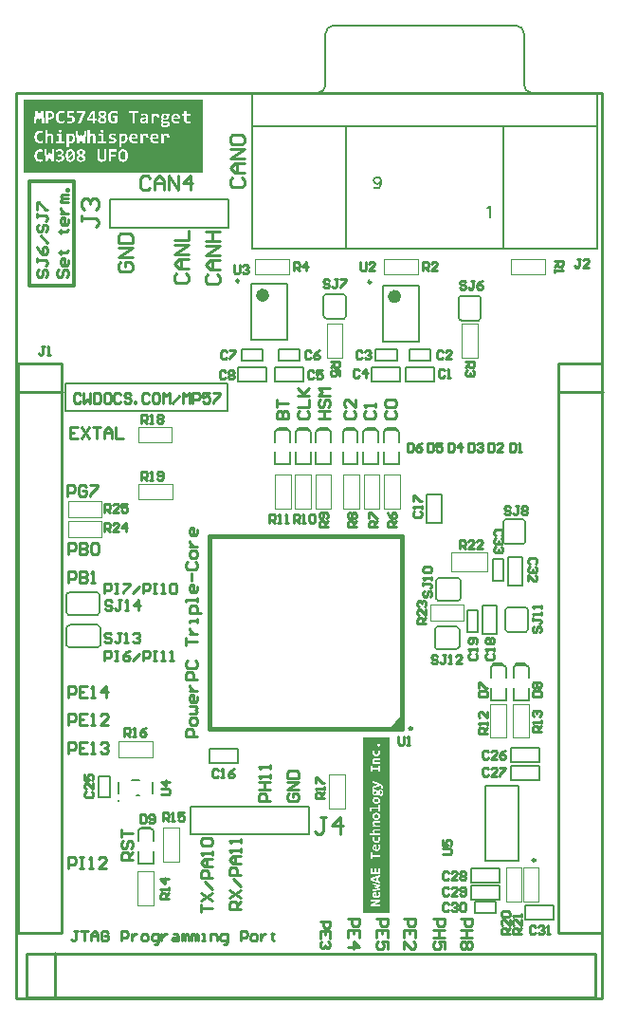
<source format=gto>
G04 Layer_Color=65535*
%FSLAX25Y25*%
%MOIN*%
G70*
G01*
G75*
%ADD29C,0.00800*%
%ADD30C,0.01000*%
%ADD53C,0.00984*%
%ADD54C,0.02362*%
%ADD55C,0.00787*%
%ADD56C,0.00394*%
%ADD57C,0.01181*%
%ADD58C,0.01575*%
%ADD59C,0.00500*%
%ADD60C,0.00591*%
G36*
X343504Y403960D02*
Y397035D01*
Y387795D01*
X280512D01*
Y397035D01*
Y403960D01*
Y413670D01*
X343504D01*
Y403960D01*
D02*
G37*
G36*
X409300Y127953D02*
X400068D01*
Y189663D01*
X409300D01*
Y127953D01*
D02*
G37*
G36*
X413779Y192520D02*
X409842D01*
X413779Y196457D01*
Y192520D01*
D02*
G37*
%LPC*%
G36*
X315615Y396178D02*
X315578D01*
X315443Y396171D01*
X315316Y396156D01*
X315203Y396134D01*
X315149Y396124D01*
X315101Y396113D01*
X315054Y396098D01*
X315014Y396087D01*
X314978Y396076D01*
X314948Y396065D01*
X314927Y396054D01*
X314908Y396051D01*
X314897Y396043D01*
X314894D01*
X314777Y395989D01*
X314672Y395927D01*
X314577Y395858D01*
X314533Y395825D01*
X314493Y395792D01*
X314457Y395763D01*
X314428Y395734D01*
X314399Y395709D01*
X314377Y395683D01*
X314359Y395665D01*
X314344Y395650D01*
X314337Y395643D01*
X314333Y395639D01*
X314289Y395588D01*
X314249Y395534D01*
X314177Y395417D01*
X314111Y395301D01*
X314060Y395192D01*
X314038Y395141D01*
X314017Y395093D01*
X314002Y395050D01*
X313987Y395013D01*
X313977Y394984D01*
X313969Y394962D01*
X313962Y394948D01*
Y394944D01*
X313940Y394864D01*
X313918Y394780D01*
X313885Y394609D01*
X313860Y394442D01*
X313853Y394362D01*
X313845Y394285D01*
X313838Y394213D01*
X313835Y394147D01*
X313831Y394089D01*
Y394038D01*
X313827Y393998D01*
Y393965D01*
Y393947D01*
Y393939D01*
X313831Y393747D01*
X313845Y393561D01*
X313867Y393390D01*
X313893Y393233D01*
X313926Y393088D01*
X313962Y392953D01*
X314002Y392829D01*
X314042Y392720D01*
X314078Y392625D01*
X314119Y392542D01*
X314155Y392469D01*
X314188Y392411D01*
X314213Y392363D01*
X314235Y392331D01*
X314249Y392312D01*
X314253Y392305D01*
X314337Y392207D01*
X314432Y392120D01*
X314530Y392047D01*
X314632Y391981D01*
X314737Y391927D01*
X314843Y391883D01*
X314948Y391843D01*
X315047Y391814D01*
X315145Y391792D01*
X315232Y391774D01*
X315316Y391763D01*
X315385Y391752D01*
X315443Y391748D01*
X315465D01*
X315487Y391745D01*
X315524D01*
X315658Y391752D01*
X315786Y391766D01*
X315898Y391785D01*
X315953Y391799D01*
X316004Y391810D01*
X316048Y391821D01*
X316088Y391836D01*
X316124Y391846D01*
X316153Y391854D01*
X316175Y391865D01*
X316193Y391868D01*
X316204Y391876D01*
X316208D01*
X316324Y391930D01*
X316430Y391992D01*
X316525Y392061D01*
X316568Y392094D01*
X316608Y392127D01*
X316641Y392156D01*
X316674Y392185D01*
X316699Y392211D01*
X316725Y392232D01*
X316739Y392251D01*
X316754Y392265D01*
X316761Y392272D01*
X316765Y392276D01*
X316848Y392385D01*
X316925Y392502D01*
X316990Y392615D01*
X317041Y392727D01*
X317063Y392778D01*
X317085Y392822D01*
X317100Y392866D01*
X317114Y392902D01*
X317125Y392931D01*
X317132Y392953D01*
X317140Y392968D01*
Y392971D01*
X317165Y393051D01*
X317187Y393139D01*
X317220Y393310D01*
X317245Y393477D01*
X317252Y393557D01*
X317260Y393634D01*
X317267Y393707D01*
X317271Y393772D01*
X317274Y393830D01*
Y393881D01*
X317278Y393921D01*
Y393954D01*
Y393972D01*
Y393980D01*
X317274Y394176D01*
X317260Y394358D01*
X317238Y394529D01*
X317213Y394689D01*
X317180Y394835D01*
X317143Y394970D01*
X317103Y395090D01*
X317063Y395199D01*
X317023Y395297D01*
X316983Y395381D01*
X316947Y395450D01*
X316914Y395508D01*
X316888Y395556D01*
X316867Y395588D01*
X316852Y395607D01*
X316848Y395614D01*
X316765Y395712D01*
X316670Y395799D01*
X316572Y395876D01*
X316470Y395941D01*
X316364Y395996D01*
X316259Y396040D01*
X316153Y396076D01*
X316055Y396109D01*
X315957Y396131D01*
X315869Y396149D01*
X315786Y396160D01*
X315716Y396171D01*
X315658Y396175D01*
X315636D01*
X315615Y396178D01*
D02*
G37*
G36*
X309732Y396105D02*
X308924D01*
Y393342D01*
X308921Y393251D01*
X308917Y393168D01*
X308910Y393095D01*
X308902Y393033D01*
X308891Y392982D01*
X308884Y392946D01*
X308880Y392931D01*
Y392920D01*
X308877Y392917D01*
Y392913D01*
X308859Y392851D01*
X308837Y392793D01*
X308811Y392746D01*
X308789Y392702D01*
X308771Y392669D01*
X308753Y392644D01*
X308742Y392629D01*
X308738Y392622D01*
X308702Y392582D01*
X308666Y392549D01*
X308626Y392520D01*
X308589Y392498D01*
X308557Y392480D01*
X308531Y392469D01*
X308517Y392462D01*
X308509Y392458D01*
X308455Y392443D01*
X308396Y392432D01*
X308342Y392422D01*
X308287Y392418D01*
X308240Y392414D01*
X308204Y392411D01*
X308171D01*
X308094Y392414D01*
X308025Y392422D01*
X307967Y392429D01*
X307916Y392440D01*
X307872Y392451D01*
X307843Y392462D01*
X307825Y392465D01*
X307818Y392469D01*
X307767Y392494D01*
X307723Y392520D01*
X307683Y392549D01*
X307650Y392578D01*
X307621Y392604D01*
X307603Y392625D01*
X307588Y392640D01*
X307585Y392644D01*
X307552Y392691D01*
X307523Y392738D01*
X307501Y392786D01*
X307483Y392829D01*
X307472Y392869D01*
X307461Y392899D01*
X307457Y392920D01*
X307454Y392928D01*
X307443Y392993D01*
X307432Y393059D01*
X307424Y393121D01*
X307421Y393182D01*
Y393233D01*
X307417Y393273D01*
Y393288D01*
Y393299D01*
Y393306D01*
Y393310D01*
Y396105D01*
X306609D01*
Y393263D01*
X306613Y393135D01*
X306620Y393015D01*
X306635Y392906D01*
X306642Y392858D01*
X306649Y392811D01*
X306657Y392771D01*
X306664Y392735D01*
X306671Y392702D01*
X306678Y392676D01*
X306682Y392655D01*
X306686Y392640D01*
X306689Y392629D01*
Y392625D01*
X306726Y392524D01*
X306766Y392432D01*
X306809Y392353D01*
X306853Y392283D01*
X306893Y392225D01*
X306911Y392203D01*
X306926Y392185D01*
X306937Y392171D01*
X306948Y392160D01*
X306951Y392152D01*
X306955Y392149D01*
X307028Y392079D01*
X307108Y392018D01*
X307188Y391967D01*
X307264Y391923D01*
X307333Y391890D01*
X307363Y391876D01*
X307388Y391865D01*
X307406Y391857D01*
X307421Y391850D01*
X307432Y391846D01*
X307435D01*
X307552Y391814D01*
X307672Y391788D01*
X307788Y391770D01*
X307898Y391759D01*
X307949Y391752D01*
X307996D01*
X308036Y391748D01*
X308072Y391745D01*
X308142D01*
X308276Y391748D01*
X308400Y391759D01*
X308458Y391770D01*
X308513Y391777D01*
X308564Y391785D01*
X308611Y391796D01*
X308655Y391807D01*
X308691Y391814D01*
X308724Y391825D01*
X308753Y391832D01*
X308775Y391836D01*
X308789Y391843D01*
X308800Y391846D01*
X308804D01*
X308910Y391890D01*
X309008Y391941D01*
X309092Y391992D01*
X309164Y392043D01*
X309193Y392065D01*
X309223Y392087D01*
X309248Y392109D01*
X309266Y392127D01*
X309281Y392141D01*
X309292Y392152D01*
X309299Y392156D01*
X309303Y392160D01*
X309376Y392240D01*
X309441Y392327D01*
X309496Y392414D01*
X309539Y392494D01*
X309576Y392567D01*
X309587Y392600D01*
X309598Y392625D01*
X309609Y392647D01*
X309616Y392662D01*
X309619Y392673D01*
Y392676D01*
X309656Y392796D01*
X309685Y392920D01*
X309703Y393040D01*
X309718Y393150D01*
X309721Y393201D01*
X309725Y393248D01*
X309729Y393288D01*
X309732Y393324D01*
Y393354D01*
Y393375D01*
Y393390D01*
Y393393D01*
Y396105D01*
D02*
G37*
G36*
X313150D02*
X310620D01*
Y391821D01*
X311439D01*
Y393576D01*
X313059D01*
Y394238D01*
X311439D01*
Y395425D01*
X313150D01*
Y396105D01*
D02*
G37*
G36*
X300865Y396178D02*
X300807D01*
X300676Y396175D01*
X300556Y396164D01*
X300498Y396156D01*
X300447Y396149D01*
X300396Y396142D01*
X300352Y396134D01*
X300312Y396124D01*
X300275Y396116D01*
X300243Y396109D01*
X300217Y396102D01*
X300199Y396094D01*
X300181Y396091D01*
X300174Y396087D01*
X300170D01*
X300075Y396051D01*
X299988Y396011D01*
X299911Y395971D01*
X299846Y395934D01*
X299791Y395898D01*
X299773Y395883D01*
X299755Y395869D01*
X299741Y395858D01*
X299729Y395850D01*
X299726Y395847D01*
X299722Y395843D01*
X299660Y395785D01*
X299606Y395723D01*
X299558Y395665D01*
X299522Y395607D01*
X299493Y395559D01*
X299471Y395519D01*
X299464Y395505D01*
X299457Y395497D01*
X299453Y395490D01*
Y395486D01*
X299424Y395410D01*
X299402Y395334D01*
X299387Y395257D01*
X299377Y395192D01*
X299369Y395133D01*
Y395112D01*
X299365Y395090D01*
Y395072D01*
Y395061D01*
Y395053D01*
Y395050D01*
X299369Y394977D01*
X299373Y394908D01*
X299384Y394849D01*
X299395Y394795D01*
X299402Y394751D01*
X299413Y394719D01*
X299416Y394697D01*
X299420Y394693D01*
Y394689D01*
X299442Y394631D01*
X299471Y394580D01*
X299497Y394529D01*
X299522Y394489D01*
X299544Y394453D01*
X299562Y394427D01*
X299573Y394413D01*
X299577Y394405D01*
X299613Y394358D01*
X299653Y394314D01*
X299693Y394278D01*
X299726Y394242D01*
X299759Y394216D01*
X299781Y394194D01*
X299795Y394180D01*
X299802Y394176D01*
X299901Y394103D01*
X299948Y394074D01*
X299992Y394045D01*
X300028Y394023D01*
X300057Y394005D01*
X300075Y393994D01*
X300083Y393990D01*
X300021Y393954D01*
X299966Y393918D01*
X299911Y393881D01*
X299868Y393848D01*
X299828Y393819D01*
X299799Y393798D01*
X299781Y393783D01*
X299773Y393779D01*
X299719Y393736D01*
X299671Y393696D01*
X299628Y393652D01*
X299591Y393612D01*
X299558Y393579D01*
X299537Y393554D01*
X299518Y393535D01*
X299515Y393528D01*
X299475Y393474D01*
X299442Y393423D01*
X299413Y393368D01*
X299387Y393321D01*
X299365Y393277D01*
X299351Y393244D01*
X299344Y393222D01*
X299340Y393219D01*
Y393215D01*
X299318Y393150D01*
X299304Y393080D01*
X299293Y393019D01*
X299286Y392957D01*
X299282Y392902D01*
X299278Y392862D01*
Y392847D01*
Y392837D01*
Y392829D01*
Y392826D01*
X299282Y392735D01*
X299293Y392651D01*
X299307Y392575D01*
X299325Y392509D01*
X299344Y392454D01*
X299351Y392432D01*
X299358Y392414D01*
X299365Y392400D01*
X299369Y392389D01*
X299373Y392382D01*
Y392378D01*
X299413Y392305D01*
X299460Y392240D01*
X299507Y392181D01*
X299551Y392130D01*
X299591Y392090D01*
X299628Y392061D01*
X299650Y392043D01*
X299653Y392036D01*
X299657D01*
X299729Y391988D01*
X299810Y391945D01*
X299886Y391908D01*
X299962Y391876D01*
X300024Y391854D01*
X300054Y391843D01*
X300075Y391836D01*
X300097Y391828D01*
X300112Y391825D01*
X300119Y391821D01*
X300123D01*
X300232Y391796D01*
X300341Y391777D01*
X300450Y391763D01*
X300549Y391756D01*
X300592Y391752D01*
X300636Y391748D01*
X300672D01*
X300701Y391745D01*
X300763D01*
X300883Y391748D01*
X300996Y391756D01*
X301098Y391770D01*
X301146Y391777D01*
X301185Y391785D01*
X301226Y391788D01*
X301262Y391796D01*
X301291Y391803D01*
X301320Y391810D01*
X301338Y391814D01*
X301357Y391817D01*
X301364Y391821D01*
X301367D01*
X301469Y391850D01*
X301560Y391886D01*
X301644Y391923D01*
X301717Y391959D01*
X301746Y391978D01*
X301775Y391992D01*
X301797Y392007D01*
X301819Y392018D01*
X301834Y392028D01*
X301844Y392036D01*
X301852Y392043D01*
X301855D01*
X301932Y392105D01*
X301997Y392167D01*
X302052Y392229D01*
X302099Y392287D01*
X302136Y392342D01*
X302161Y392382D01*
X302172Y392396D01*
X302179Y392407D01*
X302183Y392414D01*
Y392418D01*
X302223Y392505D01*
X302252Y392593D01*
X302274Y392680D01*
X302289Y392760D01*
X302292Y392796D01*
X302296Y392829D01*
X302299Y392858D01*
X302303Y392884D01*
Y392906D01*
Y392920D01*
Y392931D01*
Y392935D01*
X302299Y393015D01*
X302292Y393091D01*
X302281Y393157D01*
X302270Y393215D01*
X302259Y393266D01*
X302248Y393302D01*
X302245Y393313D01*
X302241Y393324D01*
X302238Y393328D01*
Y393332D01*
X302212Y393397D01*
X302183Y393455D01*
X302154Y393506D01*
X302125Y393554D01*
X302099Y393590D01*
X302081Y393619D01*
X302066Y393637D01*
X302063Y393645D01*
X302019Y393696D01*
X301975Y393743D01*
X301935Y393787D01*
X301895Y393823D01*
X301859Y393852D01*
X301834Y393874D01*
X301815Y393888D01*
X301808Y393892D01*
X301699Y393969D01*
X301648Y394001D01*
X301601Y394030D01*
X301560Y394056D01*
X301531Y394074D01*
X301509Y394085D01*
X301506Y394089D01*
X301502D01*
X301557Y394125D01*
X301608Y394158D01*
X301655Y394191D01*
X301695Y394220D01*
X301731Y394249D01*
X301757Y394267D01*
X301772Y394282D01*
X301779Y394285D01*
X301826Y394325D01*
X301870Y394365D01*
X301910Y394405D01*
X301943Y394442D01*
X301972Y394475D01*
X301990Y394500D01*
X302005Y394515D01*
X302008Y394522D01*
X302041Y394573D01*
X302070Y394624D01*
X302096Y394675D01*
X302117Y394722D01*
X302136Y394762D01*
X302147Y394791D01*
X302154Y394813D01*
X302157Y394820D01*
X302176Y394882D01*
X302190Y394948D01*
X302201Y395010D01*
X302208Y395064D01*
X302212Y395115D01*
X302216Y395155D01*
Y395170D01*
Y395181D01*
Y395184D01*
Y395188D01*
X302212Y395268D01*
X302201Y395344D01*
X302186Y395414D01*
X302168Y395472D01*
X302150Y395523D01*
X302136Y395559D01*
X302128Y395574D01*
X302125Y395585D01*
X302121Y395588D01*
Y395592D01*
X302081Y395658D01*
X302037Y395720D01*
X301994Y395770D01*
X301950Y395818D01*
X301910Y395854D01*
X301877Y395883D01*
X301855Y395898D01*
X301852Y395905D01*
X301848D01*
X301779Y395952D01*
X301702Y395992D01*
X301630Y396025D01*
X301560Y396054D01*
X301499Y396076D01*
X301469Y396087D01*
X301448Y396094D01*
X301429Y396098D01*
X301415Y396102D01*
X301408Y396105D01*
X301404D01*
X301302Y396131D01*
X301200Y396149D01*
X301102Y396160D01*
X301007Y396171D01*
X300963D01*
X300927Y396175D01*
X300894D01*
X300865Y396178D01*
D02*
G37*
G36*
X297185D02*
X297149D01*
X297000Y396171D01*
X296861Y396153D01*
X296799Y396142D01*
X296738Y396131D01*
X296683Y396116D01*
X296632Y396102D01*
X296585Y396087D01*
X296541Y396073D01*
X296504Y396062D01*
X296475Y396051D01*
X296450Y396040D01*
X296432Y396033D01*
X296421Y396029D01*
X296417Y396025D01*
X296301Y395963D01*
X296199Y395894D01*
X296104Y395821D01*
X296064Y395785D01*
X296028Y395752D01*
X295991Y395720D01*
X295962Y395687D01*
X295937Y395661D01*
X295915Y395636D01*
X295897Y395618D01*
X295886Y395603D01*
X295878Y395592D01*
X295875Y395588D01*
X295798Y395476D01*
X295729Y395356D01*
X295675Y395239D01*
X295627Y395126D01*
X295605Y395075D01*
X295587Y395031D01*
X295573Y394988D01*
X295562Y394951D01*
X295551Y394922D01*
X295547Y394900D01*
X295540Y394886D01*
Y394882D01*
X295503Y394722D01*
X295474Y394558D01*
X295456Y394402D01*
X295449Y394325D01*
X295442Y394256D01*
X295438Y394191D01*
X295434Y394129D01*
X295431Y394074D01*
Y394027D01*
X295427Y393990D01*
Y393961D01*
Y393947D01*
Y393939D01*
Y393834D01*
X295431Y393732D01*
X295438Y393634D01*
X295445Y393539D01*
X295456Y393452D01*
X295463Y393368D01*
X295474Y393295D01*
X295489Y393222D01*
X295500Y393161D01*
X295511Y393106D01*
X295518Y393059D01*
X295529Y393015D01*
X295536Y392986D01*
X295544Y392960D01*
X295547Y392946D01*
Y392942D01*
X295573Y392866D01*
X295595Y392793D01*
X295624Y392724D01*
X295649Y392662D01*
X295678Y392600D01*
X295707Y392542D01*
X295733Y392491D01*
X295758Y392443D01*
X295784Y392403D01*
X295809Y392363D01*
X295828Y392334D01*
X295846Y392305D01*
X295860Y392287D01*
X295871Y392269D01*
X295878Y392262D01*
X295882Y392258D01*
X295966Y392163D01*
X296057Y392087D01*
X296141Y392018D01*
X296224Y391963D01*
X296261Y391941D01*
X296293Y391923D01*
X296322Y391905D01*
X296348Y391890D01*
X296370Y391883D01*
X296384Y391876D01*
X296395Y391868D01*
X296399D01*
X296512Y391828D01*
X296628Y391796D01*
X296738Y391774D01*
X296836Y391759D01*
X296883Y391756D01*
X296923Y391752D01*
X296959Y391748D01*
X296992D01*
X297018Y391745D01*
X297050D01*
X297200Y391752D01*
X297338Y391766D01*
X297400Y391781D01*
X297462Y391792D01*
X297516Y391807D01*
X297567Y391821D01*
X297615Y391832D01*
X297658Y391846D01*
X297691Y391861D01*
X297724Y391872D01*
X297746Y391879D01*
X297764Y391886D01*
X297775Y391894D01*
X297779D01*
X297895Y391956D01*
X297997Y392025D01*
X298092Y392098D01*
X298132Y392134D01*
X298168Y392167D01*
X298201Y392200D01*
X298230Y392232D01*
X298255Y392258D01*
X298277Y392283D01*
X298295Y392302D01*
X298306Y392320D01*
X298314Y392327D01*
X298317Y392331D01*
X298397Y392443D01*
X298463Y392564D01*
X298521Y392680D01*
X298568Y392789D01*
X298590Y392840D01*
X298608Y392888D01*
X298623Y392928D01*
X298634Y392964D01*
X298645Y392993D01*
X298652Y393015D01*
X298656Y393029D01*
Y393033D01*
X298696Y393193D01*
X298725Y393357D01*
X298743Y393517D01*
X298750Y393594D01*
X298758Y393663D01*
X298761Y393728D01*
X298765Y393790D01*
X298769Y393845D01*
X298772Y393892D01*
Y393929D01*
Y393958D01*
Y393972D01*
Y393980D01*
Y394085D01*
X298769Y394191D01*
X298761Y394289D01*
X298754Y394380D01*
X298743Y394467D01*
X298732Y394551D01*
X298721Y394627D01*
X298710Y394697D01*
X298699Y394759D01*
X298689Y394817D01*
X298678Y394864D01*
X298667Y394904D01*
X298659Y394933D01*
X298652Y394959D01*
X298649Y394973D01*
Y394977D01*
X298627Y395053D01*
X298601Y395126D01*
X298572Y395195D01*
X298547Y395261D01*
X298517Y395323D01*
X298488Y395377D01*
X298463Y395428D01*
X298437Y395476D01*
X298412Y395519D01*
X298386Y395556D01*
X298368Y395588D01*
X298350Y395614D01*
X298335Y395636D01*
X298324Y395650D01*
X298317Y395658D01*
X298314Y395661D01*
X298230Y395756D01*
X298143Y395836D01*
X298055Y395901D01*
X297975Y395956D01*
X297906Y395996D01*
X297877Y396014D01*
X297851Y396029D01*
X297830Y396036D01*
X297815Y396043D01*
X297804Y396051D01*
X297800D01*
X297688Y396094D01*
X297571Y396124D01*
X297462Y396145D01*
X297363Y396164D01*
X297316Y396167D01*
X297276Y396171D01*
X297240Y396175D01*
X297207D01*
X297185Y396178D01*
D02*
G37*
G36*
X293298D02*
X293130D01*
X293083Y396175D01*
X293039D01*
X293003Y396171D01*
X292977D01*
X292959Y396167D01*
X292952D01*
X292854Y396156D01*
X292806Y396153D01*
X292766Y396145D01*
X292734Y396138D01*
X292704Y396134D01*
X292690Y396131D01*
X292683D01*
X292584Y396113D01*
X292537Y396105D01*
X292497Y396094D01*
X292464Y396087D01*
X292435Y396083D01*
X292420Y396076D01*
X292413D01*
X292311Y396051D01*
X292264Y396036D01*
X292224Y396025D01*
X292188Y396014D01*
X292158Y396003D01*
X292140Y396000D01*
X292133Y395996D01*
Y395323D01*
X292231Y395352D01*
X292322Y395377D01*
X292409Y395399D01*
X292486Y395417D01*
X292519Y395425D01*
X292551Y395432D01*
X292577Y395439D01*
X292599Y395446D01*
X292617Y395450D01*
X292632D01*
X292639Y395454D01*
X292642D01*
X292737Y395472D01*
X292828Y395483D01*
X292912Y395494D01*
X292988Y395497D01*
X293025Y395501D01*
X293054D01*
X293083Y395505D01*
X293214D01*
X293272Y395497D01*
X293330Y395494D01*
X293381Y395483D01*
X293429Y395472D01*
X293472Y395461D01*
X293512Y395450D01*
X293545Y395436D01*
X293578Y395421D01*
X293603Y395410D01*
X293625Y395399D01*
X293643Y395388D01*
X293658Y395381D01*
X293669Y395374D01*
X293673Y395366D01*
X293676D01*
X293705Y395341D01*
X293735Y395312D01*
X293775Y395246D01*
X293807Y395181D01*
X293826Y395119D01*
X293840Y395061D01*
X293844Y395035D01*
Y395013D01*
X293847Y394995D01*
Y394981D01*
Y394973D01*
Y394970D01*
Y394922D01*
X293840Y394879D01*
X293833Y394835D01*
X293826Y394798D01*
X293818Y394769D01*
X293811Y394748D01*
X293807Y394729D01*
X293804Y394726D01*
X293785Y394682D01*
X293764Y394646D01*
X293738Y394609D01*
X293716Y394580D01*
X293694Y394555D01*
X293676Y394536D01*
X293662Y394526D01*
X293658Y394522D01*
X293618Y394493D01*
X293574Y394467D01*
X293531Y394442D01*
X293487Y394424D01*
X293447Y394409D01*
X293418Y394398D01*
X293396Y394391D01*
X293392Y394387D01*
X293389D01*
X293323Y394373D01*
X293254Y394362D01*
X293181Y394351D01*
X293116Y394347D01*
X293057Y394344D01*
X293032Y394340D01*
X292533D01*
Y393728D01*
X293006D01*
X293105Y393725D01*
X293196Y393721D01*
X293276Y393714D01*
X293345Y393707D01*
X293400Y393696D01*
X293421Y393692D01*
X293440Y393688D01*
X293458Y393685D01*
X293469D01*
X293472Y393681D01*
X293476D01*
X293549Y393663D01*
X293611Y393645D01*
X293669Y393623D01*
X293716Y393605D01*
X293753Y393586D01*
X293782Y393572D01*
X293796Y393561D01*
X293804Y393557D01*
X293847Y393525D01*
X293887Y393492D01*
X293920Y393459D01*
X293946Y393430D01*
X293967Y393401D01*
X293982Y393379D01*
X293989Y393364D01*
X293993Y393361D01*
X294015Y393317D01*
X294029Y393273D01*
X294044Y393230D01*
X294051Y393190D01*
X294055Y393157D01*
X294058Y393131D01*
Y393113D01*
Y393106D01*
X294055Y393048D01*
X294047Y392993D01*
X294040Y392946D01*
X294029Y392902D01*
X294015Y392866D01*
X294007Y392840D01*
X294000Y392826D01*
X293997Y392818D01*
X293971Y392771D01*
X293942Y392731D01*
X293909Y392695D01*
X293880Y392662D01*
X293851Y392636D01*
X293829Y392618D01*
X293814Y392607D01*
X293807Y392604D01*
X293756Y392575D01*
X293702Y392549D01*
X293647Y392527D01*
X293596Y392505D01*
X293552Y392491D01*
X293516Y392480D01*
X293501Y392476D01*
X293491D01*
X293487Y392473D01*
X293483D01*
X293407Y392458D01*
X293327Y392447D01*
X293247Y392440D01*
X293174Y392436D01*
X293112Y392432D01*
X293083Y392429D01*
X292912D01*
X292813Y392432D01*
X292723Y392436D01*
X292642Y392440D01*
X292606Y392443D01*
X292577D01*
X292548Y392447D01*
X292504D01*
X292490Y392451D01*
X292479D01*
X292384Y392462D01*
X292297Y392473D01*
X292220Y392483D01*
X292151Y392494D01*
X292093Y392502D01*
X292071Y392505D01*
X292053Y392509D01*
X292038Y392513D01*
X292027Y392516D01*
X292016D01*
Y391821D01*
X292086Y391810D01*
X292122Y391807D01*
X292151Y391803D01*
X292180Y391799D01*
X292202D01*
X292217Y391796D01*
X292220D01*
X292308Y391788D01*
X292348Y391785D01*
X292384Y391781D01*
X292413D01*
X292435Y391777D01*
X292457D01*
X292544Y391770D01*
X292588Y391766D01*
X292657D01*
X292679Y391763D01*
X292701D01*
X292788Y391759D01*
X292828D01*
X292864Y391756D01*
X293025D01*
X293116Y391759D01*
X293199Y391763D01*
X293283Y391770D01*
X293359Y391777D01*
X293432Y391785D01*
X293498Y391796D01*
X293560Y391803D01*
X293614Y391810D01*
X293662Y391821D01*
X293705Y391828D01*
X293742Y391836D01*
X293771Y391843D01*
X293789Y391846D01*
X293804Y391850D01*
X293807D01*
X293942Y391890D01*
X294004Y391912D01*
X294058Y391934D01*
X294113Y391956D01*
X294164Y391978D01*
X294211Y391999D01*
X294255Y392021D01*
X294291Y392043D01*
X294324Y392061D01*
X294353Y392079D01*
X294379Y392094D01*
X294397Y392105D01*
X294411Y392116D01*
X294419Y392120D01*
X294422Y392123D01*
X294510Y392192D01*
X294583Y392265D01*
X294644Y392338D01*
X294695Y392407D01*
X294732Y392465D01*
X294750Y392491D01*
X294761Y392513D01*
X294772Y392531D01*
X294779Y392545D01*
X294783Y392553D01*
Y392556D01*
X294823Y392655D01*
X294852Y392753D01*
X294874Y392847D01*
X294888Y392938D01*
X294892Y392979D01*
X294896Y393015D01*
X294899Y393048D01*
X294903Y393073D01*
Y393099D01*
Y393113D01*
Y393124D01*
Y393128D01*
X294899Y393201D01*
X294892Y393270D01*
X294881Y393332D01*
X294870Y393386D01*
X294859Y393430D01*
X294848Y393463D01*
X294841Y393484D01*
X294837Y393492D01*
X294812Y393550D01*
X294779Y393605D01*
X294750Y393656D01*
X294721Y393696D01*
X294692Y393732D01*
X294670Y393758D01*
X294655Y393772D01*
X294652Y393779D01*
X294604Y393827D01*
X294557Y393867D01*
X294510Y393899D01*
X294466Y393932D01*
X294426Y393954D01*
X294397Y393972D01*
X294375Y393983D01*
X294372Y393987D01*
X294368D01*
X294302Y394016D01*
X294240Y394038D01*
X294175Y394060D01*
X294117Y394074D01*
X294066Y394085D01*
X294029Y394092D01*
X294015Y394096D01*
X294004Y394100D01*
X293993D01*
X294106Y394154D01*
X294208Y394213D01*
X294251Y394245D01*
X294291Y394274D01*
X294328Y394303D01*
X294364Y394336D01*
X294393Y394362D01*
X294419Y394387D01*
X294441Y394413D01*
X294459Y394431D01*
X294473Y394449D01*
X294484Y394460D01*
X294488Y394467D01*
X294492Y394471D01*
X294524Y394518D01*
X294553Y394566D01*
X294575Y394620D01*
X294597Y394671D01*
X294630Y394777D01*
X294652Y394875D01*
X294659Y394922D01*
X294663Y394966D01*
X294670Y395002D01*
Y395035D01*
X294674Y395064D01*
Y395082D01*
Y395097D01*
Y395101D01*
X294670Y395192D01*
X294659Y395275D01*
X294644Y395352D01*
X294626Y395417D01*
X294608Y395472D01*
X294601Y395494D01*
X294594Y395512D01*
X294586Y395530D01*
X294583Y395541D01*
X294579Y395545D01*
Y395548D01*
X294543Y395621D01*
X294499Y395687D01*
X294451Y395745D01*
X294408Y395792D01*
X294368Y395832D01*
X294335Y395861D01*
X294313Y395880D01*
X294310Y395887D01*
X294306D01*
X294233Y395934D01*
X294160Y395978D01*
X294084Y396014D01*
X294015Y396047D01*
X293953Y396069D01*
X293924Y396080D01*
X293902Y396087D01*
X293884Y396094D01*
X293869Y396098D01*
X293862Y396102D01*
X293858D01*
X293756Y396127D01*
X293651Y396145D01*
X293545Y396160D01*
X293450Y396167D01*
X293407Y396171D01*
X293367Y396175D01*
X293330D01*
X293298Y396178D01*
D02*
G37*
G36*
X293913Y401669D02*
X292151D01*
Y401046D01*
X293094D01*
Y398960D01*
X292038D01*
Y398338D01*
X294874D01*
Y398960D01*
X293913D01*
Y401669D01*
D02*
G37*
G36*
X289126Y402972D02*
X288325D01*
Y398338D01*
X289126D01*
Y400446D01*
X289203Y400544D01*
X289272Y400635D01*
X289337Y400708D01*
X289399Y400773D01*
X289446Y400824D01*
X289483Y400861D01*
X289497Y400872D01*
X289508Y400882D01*
X289512Y400890D01*
X289516D01*
X289552Y400919D01*
X289585Y400944D01*
X289654Y400988D01*
X289720Y401017D01*
X289781Y401035D01*
X289832Y401050D01*
X289869Y401053D01*
X289887Y401057D01*
X289905D01*
X289978Y401050D01*
X290040Y401035D01*
X290094Y401006D01*
X290142Y400970D01*
X290182Y400930D01*
X290215Y400882D01*
X290240Y400835D01*
X290262Y400784D01*
X290280Y400730D01*
X290291Y400682D01*
X290302Y400635D01*
X290306Y400595D01*
X290309Y400559D01*
X290313Y400533D01*
Y400515D01*
Y400507D01*
Y398338D01*
X291114D01*
Y400573D01*
X291110Y400671D01*
X291103Y400759D01*
X291092Y400842D01*
X291081Y400912D01*
X291070Y400974D01*
X291063Y400995D01*
X291059Y401017D01*
X291055Y401032D01*
X291052Y401043D01*
X291048Y401050D01*
Y401053D01*
X291023Y401130D01*
X290990Y401203D01*
X290957Y401265D01*
X290928Y401319D01*
X290899Y401363D01*
X290877Y401396D01*
X290862Y401414D01*
X290855Y401421D01*
X290804Y401476D01*
X290753Y401523D01*
X290699Y401563D01*
X290648Y401596D01*
X290604Y401625D01*
X290571Y401643D01*
X290557Y401650D01*
X290546Y401654D01*
X290542Y401658D01*
X290539D01*
X290466Y401687D01*
X290389Y401705D01*
X290313Y401720D01*
X290244Y401731D01*
X290182Y401738D01*
X290156D01*
X290135Y401742D01*
X290029D01*
X289971Y401734D01*
X289916Y401731D01*
X289869Y401723D01*
X289832Y401716D01*
X289803Y401712D01*
X289785Y401705D01*
X289778D01*
X289727Y401690D01*
X289680Y401676D01*
X289636Y401661D01*
X289596Y401643D01*
X289563Y401629D01*
X289538Y401618D01*
X289523Y401610D01*
X289516Y401607D01*
X289428Y401552D01*
X289392Y401527D01*
X289359Y401501D01*
X289330Y401479D01*
X289308Y401461D01*
X289294Y401447D01*
X289290Y401443D01*
X289214Y401367D01*
X289181Y401330D01*
X289152Y401297D01*
X289123Y401268D01*
X289104Y401247D01*
X289090Y401232D01*
X289086Y401225D01*
X289126Y401829D01*
Y402972D01*
D02*
G37*
G36*
X308677Y401669D02*
X306915D01*
Y401046D01*
X307858D01*
Y398960D01*
X306802D01*
Y398338D01*
X309638D01*
Y398960D01*
X308677D01*
Y401669D01*
D02*
G37*
G36*
X303890Y402972D02*
X303089D01*
Y398338D01*
X303890D01*
Y400446D01*
X303966Y400544D01*
X304036Y400635D01*
X304101Y400708D01*
X304163Y400773D01*
X304210Y400824D01*
X304247Y400861D01*
X304261Y400872D01*
X304272Y400882D01*
X304276Y400890D01*
X304279D01*
X304316Y400919D01*
X304349Y400944D01*
X304418Y400988D01*
X304483Y401017D01*
X304545Y401035D01*
X304596Y401050D01*
X304633Y401053D01*
X304651Y401057D01*
X304669D01*
X304742Y401050D01*
X304804Y401035D01*
X304858Y401006D01*
X304906Y400970D01*
X304946Y400930D01*
X304978Y400882D01*
X305004Y400835D01*
X305026Y400784D01*
X305044Y400730D01*
X305055Y400682D01*
X305066Y400635D01*
X305069Y400595D01*
X305073Y400559D01*
X305077Y400533D01*
Y400515D01*
Y400507D01*
Y398338D01*
X305877D01*
Y400573D01*
X305874Y400671D01*
X305867Y400759D01*
X305856Y400842D01*
X305845Y400912D01*
X305834Y400974D01*
X305826Y400995D01*
X305823Y401017D01*
X305819Y401032D01*
X305816Y401043D01*
X305812Y401050D01*
Y401053D01*
X305786Y401130D01*
X305754Y401203D01*
X305721Y401265D01*
X305692Y401319D01*
X305663Y401363D01*
X305641Y401396D01*
X305626Y401414D01*
X305619Y401421D01*
X305568Y401476D01*
X305517Y401523D01*
X305463Y401563D01*
X305412Y401596D01*
X305368Y401625D01*
X305335Y401643D01*
X305321Y401650D01*
X305310Y401654D01*
X305306Y401658D01*
X305302D01*
X305230Y401687D01*
X305153Y401705D01*
X305077Y401720D01*
X305008Y401731D01*
X304946Y401738D01*
X304920D01*
X304898Y401742D01*
X304793D01*
X304734Y401734D01*
X304680Y401731D01*
X304633Y401723D01*
X304596Y401716D01*
X304567Y401712D01*
X304549Y401705D01*
X304542D01*
X304491Y401690D01*
X304443Y401676D01*
X304400Y401661D01*
X304360Y401643D01*
X304327Y401629D01*
X304301Y401618D01*
X304287Y401610D01*
X304279Y401607D01*
X304192Y401552D01*
X304156Y401527D01*
X304123Y401501D01*
X304094Y401479D01*
X304072Y401461D01*
X304058Y401447D01*
X304054Y401443D01*
X303977Y401367D01*
X303945Y401330D01*
X303916Y401297D01*
X303886Y401268D01*
X303868Y401247D01*
X303854Y401232D01*
X303850Y401225D01*
X303890Y401829D01*
Y402972D01*
D02*
G37*
G36*
X286556Y396167D02*
X286422D01*
X286254Y396160D01*
X286178Y396153D01*
X286101Y396142D01*
X286029Y396131D01*
X285963Y396120D01*
X285897Y396105D01*
X285839Y396091D01*
X285788Y396076D01*
X285741Y396062D01*
X285697Y396051D01*
X285665Y396040D01*
X285635Y396029D01*
X285617Y396022D01*
X285603Y396018D01*
X285599Y396014D01*
X285468Y395952D01*
X285348Y395880D01*
X285293Y395843D01*
X285242Y395807D01*
X285195Y395770D01*
X285151Y395734D01*
X285111Y395701D01*
X285079Y395672D01*
X285049Y395643D01*
X285024Y395618D01*
X285002Y395599D01*
X284987Y395585D01*
X284980Y395574D01*
X284977Y395570D01*
X284886Y395457D01*
X284809Y395337D01*
X284740Y395217D01*
X284685Y395104D01*
X284660Y395053D01*
X284642Y395006D01*
X284624Y394962D01*
X284609Y394926D01*
X284598Y394897D01*
X284591Y394875D01*
X284583Y394860D01*
Y394857D01*
X284540Y394697D01*
X284507Y394529D01*
X284482Y394369D01*
X284474Y394293D01*
X284467Y394220D01*
X284460Y394151D01*
X284456Y394089D01*
X284453Y394034D01*
Y393987D01*
X284449Y393950D01*
Y393921D01*
Y393903D01*
Y393896D01*
Y393798D01*
X284453Y393703D01*
X284460Y393616D01*
X284467Y393528D01*
X284478Y393448D01*
X284489Y393372D01*
X284500Y393299D01*
X284511Y393233D01*
X284522Y393175D01*
X284532Y393121D01*
X284543Y393077D01*
X284554Y393037D01*
X284562Y393008D01*
X284569Y392986D01*
X284573Y392971D01*
Y392968D01*
X284624Y392826D01*
X284653Y392760D01*
X284685Y392695D01*
X284715Y392636D01*
X284747Y392582D01*
X284776Y392531D01*
X284805Y392487D01*
X284835Y392443D01*
X284860Y392407D01*
X284882Y392378D01*
X284904Y392349D01*
X284922Y392331D01*
X284933Y392312D01*
X284940Y392305D01*
X284944Y392302D01*
X285038Y392207D01*
X285140Y392123D01*
X285242Y392054D01*
X285337Y391999D01*
X285381Y391974D01*
X285417Y391956D01*
X285454Y391937D01*
X285486Y391923D01*
X285512Y391912D01*
X285530Y391905D01*
X285541Y391898D01*
X285544D01*
X285683Y391854D01*
X285825Y391821D01*
X285959Y391796D01*
X286025Y391788D01*
X286087Y391781D01*
X286145Y391774D01*
X286200Y391770D01*
X286247Y391766D01*
X286287D01*
X286320Y391763D01*
X286364D01*
X286469Y391766D01*
X286571Y391770D01*
X286666Y391781D01*
X286749Y391792D01*
X286786Y391796D01*
X286819Y391799D01*
X286848Y391807D01*
X286869Y391810D01*
X286891Y391814D01*
X286906D01*
X286913Y391817D01*
X286917D01*
X287019Y391839D01*
X287117Y391868D01*
X287212Y391894D01*
X287295Y391923D01*
X287335Y391937D01*
X287368Y391948D01*
X287397Y391959D01*
X287426Y391970D01*
X287444Y391978D01*
X287459Y391985D01*
X287470Y391988D01*
X287474D01*
Y392742D01*
X287390Y392705D01*
X287350Y392687D01*
X287314Y392673D01*
X287284Y392662D01*
X287259Y392651D01*
X287244Y392647D01*
X287237Y392644D01*
X287142Y392611D01*
X287099Y392596D01*
X287059Y392585D01*
X287026Y392575D01*
X287000Y392567D01*
X286986Y392560D01*
X286979D01*
X286884Y392538D01*
X286844Y392527D01*
X286804Y392520D01*
X286771Y392513D01*
X286746Y392509D01*
X286731Y392505D01*
X286724D01*
X286636Y392494D01*
X286596Y392491D01*
X286560D01*
X286531Y392487D01*
X286491D01*
X286382Y392491D01*
X286283Y392502D01*
X286192Y392520D01*
X286116Y392538D01*
X286083Y392545D01*
X286054Y392553D01*
X286029Y392564D01*
X286007Y392571D01*
X285988Y392578D01*
X285978Y392582D01*
X285970Y392585D01*
X285967D01*
X285890Y392625D01*
X285818Y392673D01*
X285756Y392720D01*
X285705Y392767D01*
X285665Y392808D01*
X285632Y392840D01*
X285614Y392866D01*
X285606Y392869D01*
Y392873D01*
X285555Y392949D01*
X285515Y393026D01*
X285479Y393106D01*
X285450Y393179D01*
X285428Y393244D01*
X285417Y393270D01*
X285410Y393292D01*
X285406Y393313D01*
X285402Y393328D01*
X285399Y393335D01*
Y393339D01*
X285377Y393444D01*
X285363Y393550D01*
X285348Y393656D01*
X285341Y393754D01*
Y393798D01*
X285337Y393838D01*
Y393870D01*
X285333Y393903D01*
Y393929D01*
Y393947D01*
Y393958D01*
Y393961D01*
X285337Y394081D01*
X285344Y394194D01*
X285355Y394296D01*
X285359Y394344D01*
X285366Y394384D01*
X285373Y394424D01*
X285377Y394460D01*
X285384Y394489D01*
X285388Y394515D01*
X285392Y394536D01*
X285395Y394551D01*
X285399Y394558D01*
Y394562D01*
X285428Y394660D01*
X285457Y394751D01*
X285493Y394831D01*
X285526Y394900D01*
X285555Y394955D01*
X285570Y394977D01*
X285581Y394995D01*
X285588Y395013D01*
X285595Y395024D01*
X285603Y395028D01*
Y395031D01*
X285657Y395101D01*
X285716Y395166D01*
X285774Y395217D01*
X285832Y395261D01*
X285879Y395297D01*
X285919Y395319D01*
X285934Y395330D01*
X285945Y395337D01*
X285952Y395341D01*
X285956D01*
X286039Y395377D01*
X286130Y395406D01*
X286218Y395425D01*
X286302Y395439D01*
X286338Y395443D01*
X286371Y395446D01*
X286403Y395450D01*
X286429Y395454D01*
X286480D01*
X286560Y395450D01*
X286640Y395446D01*
X286717Y395436D01*
X286786Y395425D01*
X286848Y395414D01*
X286873Y395410D01*
X286895Y395406D01*
X286913Y395403D01*
X286928Y395399D01*
X286935Y395395D01*
X286939D01*
X287033Y395374D01*
X287132Y395344D01*
X287219Y395312D01*
X287303Y395283D01*
X287339Y395268D01*
X287372Y395253D01*
X287401Y395243D01*
X287426Y395232D01*
X287444Y395221D01*
X287463Y395217D01*
X287470Y395210D01*
X287474D01*
Y396011D01*
X287372Y396040D01*
X287328Y396054D01*
X287288Y396065D01*
X287252Y396073D01*
X287226Y396080D01*
X287212Y396083D01*
X287204D01*
X287110Y396105D01*
X287070Y396113D01*
X287030Y396120D01*
X287000Y396127D01*
X286975Y396131D01*
X286960Y396134D01*
X286953D01*
X286862Y396145D01*
X286819Y396149D01*
X286778Y396153D01*
X286746Y396156D01*
X286720Y396160D01*
X286698D01*
X286600Y396164D01*
X286556Y396167D01*
D02*
G37*
G36*
X291456Y396105D02*
X290772D01*
X290662Y393281D01*
X290651Y392615D01*
X290488Y393182D01*
X289989Y394802D01*
X289479D01*
X289010Y393273D01*
X288813Y392607D01*
X288788Y393357D01*
X288686Y396105D01*
X287976D01*
X288216Y391821D01*
X289123D01*
X289538Y393131D01*
X289687Y393681D01*
X289843Y393142D01*
X290265Y391821D01*
X291216D01*
X291456Y396105D01*
D02*
G37*
G36*
X326738Y401742D02*
X326680D01*
X326549Y401734D01*
X326429Y401720D01*
X326320Y401701D01*
X326269Y401687D01*
X326221Y401676D01*
X326181Y401665D01*
X326145Y401650D01*
X326112Y401640D01*
X326083Y401632D01*
X326061Y401621D01*
X326047Y401618D01*
X326036Y401610D01*
X326032D01*
X325927Y401556D01*
X325832Y401498D01*
X325748Y401436D01*
X325676Y401377D01*
X325646Y401348D01*
X325617Y401323D01*
X325592Y401301D01*
X325573Y401283D01*
X325559Y401265D01*
X325548Y401254D01*
X325541Y401247D01*
X325537Y401243D01*
X325468Y401152D01*
X325402Y401053D01*
X325352Y400959D01*
X325304Y400868D01*
X325286Y400828D01*
X325271Y400791D01*
X325257Y400755D01*
X325246Y400726D01*
X325235Y400704D01*
X325228Y400686D01*
X325224Y400675D01*
Y400671D01*
X325188Y400544D01*
X325162Y400417D01*
X325140Y400293D01*
X325133Y400235D01*
X325130Y400176D01*
X325126Y400125D01*
X325122Y400078D01*
X325118Y400038D01*
Y400002D01*
X325115Y399972D01*
Y399951D01*
Y399936D01*
Y399932D01*
X325118Y399783D01*
X325133Y399645D01*
X325140Y399583D01*
X325151Y399521D01*
X325159Y399466D01*
X325169Y399415D01*
X325180Y399368D01*
X325191Y399328D01*
X325199Y399292D01*
X325206Y399263D01*
X325213Y399241D01*
X325220Y399223D01*
X325224Y399212D01*
Y399208D01*
X325271Y399095D01*
X325322Y398997D01*
X325373Y398906D01*
X325428Y398833D01*
X325450Y398800D01*
X325472Y398771D01*
X325494Y398746D01*
X325512Y398724D01*
X325526Y398709D01*
X325537Y398698D01*
X325541Y398691D01*
X325544Y398688D01*
X325628Y398615D01*
X325712Y398549D01*
X325799Y398495D01*
X325879Y398447D01*
X325949Y398414D01*
X325978Y398400D01*
X326003Y398389D01*
X326025Y398378D01*
X326040Y398371D01*
X326050Y398367D01*
X326054D01*
X326170Y398331D01*
X326287Y398305D01*
X326403Y398287D01*
X326509Y398276D01*
X326556Y398269D01*
X326600D01*
X326640Y398265D01*
X326673Y398262D01*
X326738D01*
X326851Y398265D01*
X326902D01*
X326950Y398269D01*
X326990Y398273D01*
X327022D01*
X327041Y398276D01*
X327048D01*
X327106Y398280D01*
X327164Y398287D01*
X327219Y398291D01*
X327266Y398298D01*
X327306Y398302D01*
X327339Y398305D01*
X327357Y398309D01*
X327364D01*
X327423Y398316D01*
X327481Y398327D01*
X327532Y398335D01*
X327579Y398342D01*
X327619Y398349D01*
X327648Y398356D01*
X327666Y398360D01*
X327674D01*
X327728Y398371D01*
X327779Y398382D01*
X327827Y398393D01*
X327870Y398404D01*
X327903Y398411D01*
X327932Y398418D01*
X327947Y398426D01*
X327954D01*
Y399062D01*
X327845Y399033D01*
X327739Y399008D01*
X327641Y398986D01*
X327554Y398968D01*
X327517Y398960D01*
X327481Y398953D01*
X327452Y398950D01*
X327426Y398946D01*
X327408Y398942D01*
X327390D01*
X327383Y398939D01*
X327379D01*
X327277Y398928D01*
X327182Y398917D01*
X327091Y398910D01*
X327015Y398906D01*
X326950D01*
X326924Y398902D01*
X326858D01*
X326782Y398906D01*
X326709Y398913D01*
X326644Y398920D01*
X326589Y398931D01*
X326542Y398942D01*
X326505Y398953D01*
X326483Y398957D01*
X326480Y398960D01*
X326476D01*
X326414Y398986D01*
X326360Y399011D01*
X326309Y399041D01*
X326265Y399070D01*
X326229Y399092D01*
X326203Y399113D01*
X326189Y399128D01*
X326181Y399132D01*
X326138Y399175D01*
X326101Y399223D01*
X326069Y399270D01*
X326040Y399314D01*
X326021Y399354D01*
X326003Y399383D01*
X325996Y399405D01*
X325992Y399412D01*
X325970Y399477D01*
X325956Y399543D01*
X325941Y399608D01*
X325934Y399670D01*
X325930Y399721D01*
X325927Y399765D01*
Y399780D01*
Y399791D01*
Y399798D01*
Y399801D01*
X328114D01*
X328121Y399889D01*
X328125Y399929D01*
Y399965D01*
X328129Y399998D01*
Y400023D01*
Y400038D01*
Y400045D01*
X328133Y400093D01*
Y400133D01*
X328136Y400173D01*
Y400202D01*
Y400227D01*
Y400245D01*
Y400256D01*
Y400260D01*
X328133Y400380D01*
X328121Y400489D01*
X328103Y400591D01*
X328096Y400635D01*
X328089Y400679D01*
X328078Y400715D01*
X328071Y400751D01*
X328060Y400780D01*
X328052Y400806D01*
X328049Y400828D01*
X328042Y400842D01*
X328038Y400850D01*
Y400853D01*
X327998Y400952D01*
X327954Y401043D01*
X327907Y401123D01*
X327863Y401192D01*
X327823Y401247D01*
X327805Y401268D01*
X327787Y401287D01*
X327776Y401305D01*
X327765Y401316D01*
X327761Y401319D01*
X327758Y401323D01*
X327685Y401392D01*
X327608Y401454D01*
X327536Y401505D01*
X327463Y401549D01*
X327397Y401585D01*
X327372Y401596D01*
X327350Y401610D01*
X327328Y401618D01*
X327313Y401625D01*
X327306Y401629D01*
X327303D01*
X327197Y401665D01*
X327091Y401694D01*
X326986Y401712D01*
X326891Y401727D01*
X326848Y401731D01*
X326807Y401734D01*
X326771Y401738D01*
X326738Y401742D01*
D02*
G37*
G36*
X319356D02*
X319298D01*
X319167Y401734D01*
X319047Y401720D01*
X318938Y401701D01*
X318887Y401687D01*
X318840Y401676D01*
X318799Y401665D01*
X318763Y401650D01*
X318730Y401640D01*
X318701Y401632D01*
X318679Y401621D01*
X318665Y401618D01*
X318654Y401610D01*
X318650D01*
X318545Y401556D01*
X318450Y401498D01*
X318366Y401436D01*
X318293Y401377D01*
X318264Y401348D01*
X318235Y401323D01*
X318210Y401301D01*
X318192Y401283D01*
X318177Y401265D01*
X318166Y401254D01*
X318159Y401247D01*
X318155Y401243D01*
X318086Y401152D01*
X318021Y401053D01*
X317970Y400959D01*
X317922Y400868D01*
X317904Y400828D01*
X317889Y400791D01*
X317875Y400755D01*
X317864Y400726D01*
X317853Y400704D01*
X317846Y400686D01*
X317842Y400675D01*
Y400671D01*
X317806Y400544D01*
X317780Y400417D01*
X317758Y400293D01*
X317751Y400235D01*
X317747Y400176D01*
X317744Y400125D01*
X317740Y400078D01*
X317737Y400038D01*
Y400002D01*
X317733Y399972D01*
Y399951D01*
Y399936D01*
Y399932D01*
X317737Y399783D01*
X317751Y399645D01*
X317758Y399583D01*
X317769Y399521D01*
X317777Y399466D01*
X317788Y399415D01*
X317798Y399368D01*
X317809Y399328D01*
X317817Y399292D01*
X317824Y399263D01*
X317831Y399241D01*
X317839Y399223D01*
X317842Y399212D01*
Y399208D01*
X317889Y399095D01*
X317940Y398997D01*
X317991Y398906D01*
X318046Y398833D01*
X318068Y398800D01*
X318090Y398771D01*
X318111Y398746D01*
X318130Y398724D01*
X318144Y398709D01*
X318155Y398698D01*
X318159Y398691D01*
X318162Y398688D01*
X318246Y398615D01*
X318330Y398549D01*
X318417Y398495D01*
X318497Y398447D01*
X318566Y398414D01*
X318596Y398400D01*
X318621Y398389D01*
X318643Y398378D01*
X318657Y398371D01*
X318669Y398367D01*
X318672D01*
X318789Y398331D01*
X318905Y398305D01*
X319022Y398287D01*
X319127Y398276D01*
X319174Y398269D01*
X319218D01*
X319258Y398265D01*
X319291Y398262D01*
X319356D01*
X319469Y398265D01*
X319520D01*
X319567Y398269D01*
X319608Y398273D01*
X319640D01*
X319658Y398276D01*
X319666D01*
X319724Y398280D01*
X319782Y398287D01*
X319837Y398291D01*
X319884Y398298D01*
X319924Y398302D01*
X319957Y398305D01*
X319975Y398309D01*
X319983D01*
X320041Y398316D01*
X320099Y398327D01*
X320150Y398335D01*
X320197Y398342D01*
X320237Y398349D01*
X320266Y398356D01*
X320285Y398360D01*
X320292D01*
X320346Y398371D01*
X320397Y398382D01*
X320445Y398393D01*
X320489Y398404D01*
X320521Y398411D01*
X320550Y398418D01*
X320565Y398426D01*
X320572D01*
Y399062D01*
X320463Y399033D01*
X320357Y399008D01*
X320259Y398986D01*
X320172Y398968D01*
X320135Y398960D01*
X320099Y398953D01*
X320070Y398950D01*
X320044Y398946D01*
X320026Y398942D01*
X320008D01*
X320001Y398939D01*
X319997D01*
X319895Y398928D01*
X319800Y398917D01*
X319709Y398910D01*
X319633Y398906D01*
X319567D01*
X319542Y398902D01*
X319477D01*
X319400Y398906D01*
X319327Y398913D01*
X319262Y398920D01*
X319207Y398931D01*
X319160Y398942D01*
X319124Y398953D01*
X319102Y398957D01*
X319098Y398960D01*
X319094D01*
X319033Y398986D01*
X318978Y399011D01*
X318927Y399041D01*
X318883Y399070D01*
X318847Y399092D01*
X318821Y399113D01*
X318807Y399128D01*
X318799Y399132D01*
X318756Y399175D01*
X318719Y399223D01*
X318687Y399270D01*
X318657Y399314D01*
X318639Y399354D01*
X318621Y399383D01*
X318614Y399405D01*
X318610Y399412D01*
X318588Y399477D01*
X318574Y399543D01*
X318559Y399608D01*
X318552Y399670D01*
X318548Y399721D01*
X318545Y399765D01*
Y399780D01*
Y399791D01*
Y399798D01*
Y399801D01*
X320732D01*
X320740Y399889D01*
X320743Y399929D01*
Y399965D01*
X320747Y399998D01*
Y400023D01*
Y400038D01*
Y400045D01*
X320750Y400093D01*
Y400133D01*
X320754Y400173D01*
Y400202D01*
Y400227D01*
Y400245D01*
Y400256D01*
Y400260D01*
X320750Y400380D01*
X320740Y400489D01*
X320721Y400591D01*
X320714Y400635D01*
X320707Y400679D01*
X320696Y400715D01*
X320689Y400751D01*
X320678Y400780D01*
X320671Y400806D01*
X320667Y400828D01*
X320659Y400842D01*
X320656Y400850D01*
Y400853D01*
X320616Y400952D01*
X320572Y401043D01*
X320525Y401123D01*
X320481Y401192D01*
X320441Y401247D01*
X320423Y401268D01*
X320405Y401287D01*
X320394Y401305D01*
X320383Y401316D01*
X320379Y401319D01*
X320376Y401323D01*
X320303Y401392D01*
X320226Y401454D01*
X320154Y401505D01*
X320081Y401549D01*
X320015Y401585D01*
X319990Y401596D01*
X319968Y401610D01*
X319946Y401618D01*
X319932Y401625D01*
X319924Y401629D01*
X319921D01*
X319815Y401665D01*
X319709Y401694D01*
X319604Y401712D01*
X319509Y401727D01*
X319466Y401731D01*
X319426Y401734D01*
X319389Y401738D01*
X319356Y401742D01*
D02*
G37*
G36*
X289763Y409620D02*
X288438D01*
Y405336D01*
X289250D01*
Y406711D01*
X289658D01*
X289814Y406715D01*
X289891Y406722D01*
X289960Y406730D01*
X290025Y406737D01*
X290087Y406748D01*
X290145Y406759D01*
X290200Y406770D01*
X290247Y406777D01*
X290291Y406788D01*
X290331Y406799D01*
X290360Y406806D01*
X290386Y406813D01*
X290404Y406821D01*
X290415Y406824D01*
X290418D01*
X290535Y406872D01*
X290640Y406923D01*
X290735Y406977D01*
X290775Y407003D01*
X290815Y407028D01*
X290848Y407054D01*
X290877Y407076D01*
X290902Y407094D01*
X290924Y407112D01*
X290943Y407127D01*
X290953Y407137D01*
X290961Y407141D01*
X290964Y407145D01*
X291041Y407225D01*
X291110Y407308D01*
X291168Y407392D01*
X291216Y407469D01*
X291252Y407534D01*
X291266Y407563D01*
X291278Y407589D01*
X291288Y407607D01*
X291296Y407625D01*
X291299Y407632D01*
Y407636D01*
X291336Y407745D01*
X291365Y407855D01*
X291383Y407956D01*
X291398Y408051D01*
X291401Y408095D01*
X291405Y408135D01*
X291408Y408168D01*
X291412Y408197D01*
Y408222D01*
Y408240D01*
Y408251D01*
Y408255D01*
X291408Y408375D01*
X291394Y408484D01*
X291376Y408582D01*
X291365Y408626D01*
X291354Y408666D01*
X291343Y408703D01*
X291332Y408735D01*
X291321Y408765D01*
X291314Y408790D01*
X291307Y408808D01*
X291299Y408823D01*
X291296Y408830D01*
Y408834D01*
X291248Y408925D01*
X291197Y409008D01*
X291143Y409081D01*
X291088Y409143D01*
X291041Y409194D01*
X291001Y409230D01*
X290986Y409245D01*
X290975Y409256D01*
X290968Y409260D01*
X290964Y409263D01*
X290881Y409325D01*
X290790Y409380D01*
X290702Y409423D01*
X290615Y409463D01*
X290579Y409478D01*
X290542Y409492D01*
X290509Y409503D01*
X290484Y409511D01*
X290462Y409518D01*
X290444Y409525D01*
X290433Y409529D01*
X290429D01*
X290306Y409558D01*
X290178Y409580D01*
X290054Y409598D01*
X289996Y409605D01*
X289942Y409609D01*
X289891Y409613D01*
X289843Y409616D01*
X289800D01*
X289763Y409620D01*
D02*
G37*
G36*
X337884Y409733D02*
X337065Y409518D01*
Y408666D01*
X336170D01*
Y408044D01*
X337065D01*
Y406417D01*
X337069Y406308D01*
X337076Y406209D01*
X337087Y406118D01*
X337101Y406042D01*
X337109Y406009D01*
X337116Y405980D01*
X337120Y405954D01*
X337127Y405936D01*
X337130Y405918D01*
X337134Y405907D01*
X337138Y405900D01*
Y405896D01*
X337167Y405820D01*
X337203Y405747D01*
X337243Y405685D01*
X337280Y405634D01*
X337313Y405594D01*
X337342Y405561D01*
X337360Y405543D01*
X337367Y405536D01*
X337429Y405485D01*
X337494Y405445D01*
X337560Y405408D01*
X337622Y405379D01*
X337677Y405358D01*
X337702Y405346D01*
X337720Y405339D01*
X337738Y405336D01*
X337749Y405332D01*
X337757Y405328D01*
X337760D01*
X337851Y405306D01*
X337949Y405288D01*
X338044Y405277D01*
X338131Y405267D01*
X338172D01*
X338208Y405263D01*
X338241D01*
X338270Y405259D01*
X338324D01*
X338474Y405263D01*
X338543Y405270D01*
X338605Y405277D01*
X338659Y405281D01*
X338681Y405285D01*
X338703Y405288D01*
X338718D01*
X338728Y405292D01*
X338739D01*
X338823Y405303D01*
X338903Y405317D01*
X338976Y405328D01*
X339041Y405343D01*
X339100Y405350D01*
X339122Y405358D01*
X339143Y405361D01*
X339158Y405365D01*
X339169D01*
X339176Y405368D01*
X339180D01*
Y406009D01*
X339060Y405980D01*
X339001Y405965D01*
X338947Y405954D01*
X338903Y405947D01*
X338867Y405940D01*
X338852Y405936D01*
X338841Y405933D01*
X338834D01*
X338765Y405922D01*
X338696Y405914D01*
X338630Y405907D01*
X338572Y405903D01*
X338525D01*
X338485Y405900D01*
X338397D01*
X338346Y405907D01*
X338299Y405914D01*
X338255Y405922D01*
X338215Y405933D01*
X338179Y405947D01*
X338146Y405958D01*
X338121Y405973D01*
X338073Y405998D01*
X338040Y406024D01*
X338022Y406038D01*
X338015Y406045D01*
X337971Y406107D01*
X337939Y406173D01*
X337917Y406246D01*
X337902Y406315D01*
X337891Y406377D01*
X337888Y406406D01*
Y406428D01*
X337884Y406450D01*
Y406464D01*
Y406471D01*
Y406475D01*
Y408044D01*
X339180D01*
Y408666D01*
X337884D01*
Y409733D01*
D02*
G37*
G36*
X305663Y409620D02*
X304560D01*
X302885Y406894D01*
Y406209D01*
X304880D01*
Y405336D01*
X305663D01*
Y406209D01*
X306311D01*
Y406915D01*
X305663D01*
Y409620D01*
D02*
G37*
G36*
X302394D02*
X299416D01*
Y408845D01*
X301469D01*
X299766Y405336D01*
X300672D01*
X302394Y408917D01*
Y409620D01*
D02*
G37*
G36*
X308236Y403103D02*
X308178D01*
X308138Y403096D01*
X308105Y403088D01*
X308072Y403081D01*
X308047Y403074D01*
X308029Y403066D01*
X308014Y403063D01*
X308011Y403059D01*
X307945Y403026D01*
X307916Y403005D01*
X307890Y402986D01*
X307872Y402972D01*
X307858Y402957D01*
X307847Y402950D01*
X307843Y402946D01*
X307796Y402888D01*
X307763Y402837D01*
X307752Y402812D01*
X307741Y402793D01*
X307737Y402782D01*
X307734Y402779D01*
X307712Y402706D01*
X307705Y402673D01*
X307701Y402644D01*
Y402619D01*
X307698Y402597D01*
Y402582D01*
Y402579D01*
X307705Y402502D01*
X307708Y402466D01*
X307716Y402437D01*
X307723Y402411D01*
X307727Y402393D01*
X307734Y402379D01*
Y402375D01*
X307767Y402309D01*
X307785Y402280D01*
X307803Y402255D01*
X307818Y402237D01*
X307832Y402222D01*
X307839Y402211D01*
X307843Y402207D01*
X307901Y402160D01*
X307956Y402127D01*
X307978Y402116D01*
X307996Y402106D01*
X308007Y402102D01*
X308011Y402098D01*
X308047Y402084D01*
X308083Y402076D01*
X308120Y402069D01*
X308153Y402062D01*
X308178D01*
X308200Y402058D01*
X308218D01*
X308258Y402062D01*
X308298Y402066D01*
X308334Y402073D01*
X308364Y402080D01*
X308389Y402087D01*
X308407Y402091D01*
X308422Y402098D01*
X308425D01*
X308491Y402131D01*
X308520Y402149D01*
X308542Y402167D01*
X308564Y402182D01*
X308578Y402197D01*
X308586Y402204D01*
X308589Y402207D01*
X308637Y402266D01*
X308673Y402320D01*
X308684Y402342D01*
X308695Y402360D01*
X308702Y402371D01*
Y402375D01*
X308717Y402411D01*
X308724Y402448D01*
X308731Y402480D01*
X308738Y402513D01*
Y402539D01*
X308742Y402561D01*
Y402575D01*
Y402579D01*
Y402619D01*
X308735Y402655D01*
X308731Y402688D01*
X308724Y402717D01*
X308717Y402742D01*
X308709Y402764D01*
X308706Y402775D01*
X308702Y402779D01*
X308669Y402844D01*
X308647Y402874D01*
X308629Y402899D01*
X308615Y402917D01*
X308600Y402935D01*
X308593Y402943D01*
X308589Y402946D01*
X308535Y402994D01*
X308480Y403030D01*
X308458Y403041D01*
X308440Y403052D01*
X308429Y403059D01*
X308425D01*
X308389Y403074D01*
X308353Y403085D01*
X308320Y403092D01*
X308287Y403099D01*
X308258D01*
X308236Y403103D01*
D02*
G37*
G36*
X293472D02*
X293414D01*
X293374Y403096D01*
X293341Y403088D01*
X293309Y403081D01*
X293283Y403074D01*
X293265Y403066D01*
X293250Y403063D01*
X293247Y403059D01*
X293181Y403026D01*
X293152Y403005D01*
X293127Y402986D01*
X293108Y402972D01*
X293094Y402957D01*
X293083Y402950D01*
X293079Y402946D01*
X293032Y402888D01*
X292999Y402837D01*
X292988Y402812D01*
X292977Y402793D01*
X292974Y402782D01*
X292970Y402779D01*
X292948Y402706D01*
X292941Y402673D01*
X292937Y402644D01*
Y402619D01*
X292934Y402597D01*
Y402582D01*
Y402579D01*
X292941Y402502D01*
X292945Y402466D01*
X292952Y402437D01*
X292959Y402411D01*
X292963Y402393D01*
X292970Y402379D01*
Y402375D01*
X293003Y402309D01*
X293021Y402280D01*
X293039Y402255D01*
X293054Y402237D01*
X293068Y402222D01*
X293076Y402211D01*
X293079Y402207D01*
X293138Y402160D01*
X293192Y402127D01*
X293214Y402116D01*
X293232Y402106D01*
X293243Y402102D01*
X293247Y402098D01*
X293283Y402084D01*
X293320Y402076D01*
X293356Y402069D01*
X293389Y402062D01*
X293414D01*
X293436Y402058D01*
X293454D01*
X293494Y402062D01*
X293534Y402066D01*
X293571Y402073D01*
X293600Y402080D01*
X293625Y402087D01*
X293643Y402091D01*
X293658Y402098D01*
X293662D01*
X293727Y402131D01*
X293756Y402149D01*
X293778Y402167D01*
X293800Y402182D01*
X293814Y402197D01*
X293822Y402204D01*
X293826Y402207D01*
X293873Y402266D01*
X293909Y402320D01*
X293920Y402342D01*
X293931Y402360D01*
X293938Y402371D01*
Y402375D01*
X293953Y402411D01*
X293960Y402448D01*
X293967Y402480D01*
X293975Y402513D01*
Y402539D01*
X293978Y402561D01*
Y402575D01*
Y402579D01*
Y402619D01*
X293971Y402655D01*
X293967Y402688D01*
X293960Y402717D01*
X293953Y402742D01*
X293946Y402764D01*
X293942Y402775D01*
X293938Y402779D01*
X293905Y402844D01*
X293884Y402874D01*
X293865Y402899D01*
X293851Y402917D01*
X293836Y402935D01*
X293829Y402943D01*
X293826Y402946D01*
X293771Y402994D01*
X293716Y403030D01*
X293694Y403041D01*
X293676Y403052D01*
X293665Y403059D01*
X293662D01*
X293625Y403074D01*
X293589Y403085D01*
X293556Y403092D01*
X293523Y403099D01*
X293494D01*
X293472Y403103D01*
D02*
G37*
G36*
X334244Y408739D02*
X334186D01*
X334055Y408732D01*
X333935Y408717D01*
X333825Y408699D01*
X333774Y408684D01*
X333727Y408673D01*
X333687Y408663D01*
X333651Y408648D01*
X333618Y408637D01*
X333589Y408630D01*
X333567Y408619D01*
X333552Y408615D01*
X333541Y408608D01*
X333538D01*
X333432Y408553D01*
X333338Y408495D01*
X333254Y408433D01*
X333181Y408375D01*
X333152Y408346D01*
X333123Y408320D01*
X333097Y408299D01*
X333079Y408280D01*
X333065Y408262D01*
X333054Y408251D01*
X333047Y408244D01*
X333043Y408240D01*
X332974Y408149D01*
X332908Y408051D01*
X332857Y407956D01*
X332810Y407865D01*
X332792Y407825D01*
X332777Y407789D01*
X332763Y407753D01*
X332752Y407724D01*
X332741Y407702D01*
X332733Y407683D01*
X332730Y407673D01*
Y407669D01*
X332693Y407542D01*
X332668Y407414D01*
X332646Y407290D01*
X332639Y407232D01*
X332635Y407174D01*
X332631Y407123D01*
X332628Y407076D01*
X332624Y407035D01*
Y406999D01*
X332621Y406970D01*
Y406948D01*
Y406934D01*
Y406930D01*
X332624Y406781D01*
X332639Y406642D01*
X332646Y406580D01*
X332657Y406519D01*
X332664Y406464D01*
X332675Y406413D01*
X332686Y406366D01*
X332697Y406326D01*
X332704Y406289D01*
X332712Y406260D01*
X332719Y406238D01*
X332726Y406220D01*
X332730Y406209D01*
Y406206D01*
X332777Y406093D01*
X332828Y405995D01*
X332879Y405903D01*
X332934Y405831D01*
X332956Y405798D01*
X332977Y405769D01*
X332999Y405743D01*
X333017Y405722D01*
X333032Y405707D01*
X333043Y405696D01*
X333047Y405689D01*
X333050Y405685D01*
X333134Y405612D01*
X333218Y405547D01*
X333305Y405492D01*
X333385Y405445D01*
X333454Y405412D01*
X333483Y405398D01*
X333509Y405387D01*
X333531Y405376D01*
X333545Y405368D01*
X333556Y405365D01*
X333560D01*
X333676Y405328D01*
X333793Y405303D01*
X333909Y405285D01*
X334015Y405274D01*
X334062Y405267D01*
X334106D01*
X334146Y405263D01*
X334178Y405259D01*
X334244D01*
X334357Y405263D01*
X334408D01*
X334455Y405267D01*
X334495Y405270D01*
X334528D01*
X334546Y405274D01*
X334553D01*
X334612Y405277D01*
X334670Y405285D01*
X334724Y405288D01*
X334772Y405296D01*
X334812Y405299D01*
X334845Y405303D01*
X334863Y405306D01*
X334870D01*
X334928Y405314D01*
X334987Y405325D01*
X335037Y405332D01*
X335085Y405339D01*
X335125Y405346D01*
X335154Y405354D01*
X335172Y405358D01*
X335179D01*
X335234Y405368D01*
X335285Y405379D01*
X335332Y405390D01*
X335376Y405401D01*
X335409Y405408D01*
X335438Y405416D01*
X335453Y405423D01*
X335460D01*
Y406060D01*
X335351Y406031D01*
X335245Y406005D01*
X335147Y405984D01*
X335059Y405965D01*
X335023Y405958D01*
X334987Y405951D01*
X334958Y405947D01*
X334932Y405943D01*
X334914Y405940D01*
X334896D01*
X334888Y405936D01*
X334885D01*
X334783Y405925D01*
X334688Y405914D01*
X334597Y405907D01*
X334521Y405903D01*
X334455D01*
X334430Y405900D01*
X334364D01*
X334288Y405903D01*
X334215Y405911D01*
X334149Y405918D01*
X334095Y405929D01*
X334048Y405940D01*
X334011Y405951D01*
X333989Y405954D01*
X333986Y405958D01*
X333982D01*
X333920Y405984D01*
X333865Y406009D01*
X333815Y406038D01*
X333771Y406067D01*
X333734Y406089D01*
X333709Y406111D01*
X333694Y406125D01*
X333687Y406129D01*
X333643Y406173D01*
X333607Y406220D01*
X333574Y406267D01*
X333545Y406311D01*
X333527Y406351D01*
X333509Y406380D01*
X333502Y406402D01*
X333498Y406409D01*
X333476Y406475D01*
X333461Y406540D01*
X333447Y406606D01*
X333440Y406668D01*
X333436Y406719D01*
X333432Y406763D01*
Y406777D01*
Y406788D01*
Y406795D01*
Y406799D01*
X335620D01*
X335627Y406886D01*
X335631Y406926D01*
Y406963D01*
X335634Y406995D01*
Y407021D01*
Y407035D01*
Y407043D01*
X335638Y407090D01*
Y407130D01*
X335642Y407170D01*
Y407199D01*
Y407225D01*
Y407243D01*
Y407254D01*
Y407258D01*
X335638Y407378D01*
X335627Y407487D01*
X335609Y407589D01*
X335602Y407632D01*
X335595Y407676D01*
X335583Y407713D01*
X335576Y407749D01*
X335565Y407778D01*
X335558Y407803D01*
X335554Y407825D01*
X335547Y407840D01*
X335543Y407847D01*
Y407851D01*
X335504Y407949D01*
X335460Y408040D01*
X335413Y408120D01*
X335369Y408189D01*
X335329Y408244D01*
X335311Y408266D01*
X335292Y408284D01*
X335281Y408302D01*
X335271Y408313D01*
X335267Y408317D01*
X335263Y408320D01*
X335190Y408390D01*
X335114Y408452D01*
X335041Y408502D01*
X334968Y408546D01*
X334903Y408582D01*
X334877Y408593D01*
X334856Y408608D01*
X334834Y408615D01*
X334819Y408623D01*
X334812Y408626D01*
X334808D01*
X334703Y408663D01*
X334597Y408692D01*
X334491Y408710D01*
X334397Y408724D01*
X334353Y408728D01*
X334313Y408732D01*
X334277Y408735D01*
X334244Y408739D01*
D02*
G37*
G36*
X308371Y409693D02*
X308313D01*
X308182Y409689D01*
X308062Y409678D01*
X308003Y409671D01*
X307952Y409664D01*
X307901Y409656D01*
X307858Y409649D01*
X307818Y409638D01*
X307781Y409631D01*
X307749Y409623D01*
X307723Y409616D01*
X307705Y409609D01*
X307687Y409605D01*
X307679Y409602D01*
X307676D01*
X307581Y409565D01*
X307494Y409525D01*
X307417Y409485D01*
X307352Y409449D01*
X307297Y409412D01*
X307279Y409398D01*
X307261Y409383D01*
X307246Y409372D01*
X307235Y409365D01*
X307232Y409362D01*
X307228Y409358D01*
X307166Y409300D01*
X307112Y409238D01*
X307064Y409179D01*
X307028Y409121D01*
X306999Y409074D01*
X306977Y409034D01*
X306969Y409019D01*
X306962Y409012D01*
X306959Y409005D01*
Y409001D01*
X306929Y408925D01*
X306908Y408848D01*
X306893Y408772D01*
X306882Y408706D01*
X306875Y408648D01*
Y408626D01*
X306871Y408604D01*
Y408586D01*
Y408575D01*
Y408568D01*
Y408564D01*
X306875Y408492D01*
X306878Y408422D01*
X306889Y408364D01*
X306900Y408310D01*
X306908Y408266D01*
X306919Y408233D01*
X306922Y408211D01*
X306926Y408208D01*
Y408204D01*
X306948Y408146D01*
X306977Y408095D01*
X307002Y408044D01*
X307028Y408004D01*
X307050Y407967D01*
X307068Y407942D01*
X307079Y407927D01*
X307082Y407920D01*
X307119Y407873D01*
X307159Y407829D01*
X307199Y407793D01*
X307232Y407756D01*
X307264Y407731D01*
X307286Y407709D01*
X307301Y407694D01*
X307308Y407691D01*
X307406Y407618D01*
X307454Y407589D01*
X307497Y407560D01*
X307534Y407538D01*
X307563Y407520D01*
X307581Y407509D01*
X307588Y407505D01*
X307526Y407469D01*
X307472Y407432D01*
X307417Y407396D01*
X307373Y407363D01*
X307333Y407334D01*
X307304Y407312D01*
X307286Y407298D01*
X307279Y407294D01*
X307224Y407250D01*
X307177Y407210D01*
X307133Y407167D01*
X307097Y407127D01*
X307064Y407094D01*
X307042Y407068D01*
X307024Y407050D01*
X307020Y407043D01*
X306980Y406988D01*
X306948Y406937D01*
X306919Y406883D01*
X306893Y406835D01*
X306871Y406792D01*
X306857Y406759D01*
X306849Y406737D01*
X306846Y406733D01*
Y406730D01*
X306824Y406664D01*
X306809Y406595D01*
X306798Y406533D01*
X306791Y406471D01*
X306787Y406417D01*
X306784Y406377D01*
Y406362D01*
Y406351D01*
Y406344D01*
Y406340D01*
X306787Y406249D01*
X306798Y406166D01*
X306813Y406089D01*
X306831Y406024D01*
X306849Y405969D01*
X306857Y405947D01*
X306864Y405929D01*
X306871Y405914D01*
X306875Y405903D01*
X306878Y405896D01*
Y405893D01*
X306919Y405820D01*
X306966Y405754D01*
X307013Y405696D01*
X307057Y405645D01*
X307097Y405605D01*
X307133Y405576D01*
X307155Y405558D01*
X307159Y405550D01*
X307162D01*
X307235Y405503D01*
X307315Y405459D01*
X307392Y405423D01*
X307468Y405390D01*
X307530Y405368D01*
X307559Y405358D01*
X307581Y405350D01*
X307603Y405343D01*
X307617Y405339D01*
X307625Y405336D01*
X307628D01*
X307737Y405310D01*
X307847Y405292D01*
X307956Y405277D01*
X308054Y405270D01*
X308098Y405267D01*
X308142Y405263D01*
X308178D01*
X308207Y405259D01*
X308269D01*
X308389Y405263D01*
X308502Y405270D01*
X308604Y405285D01*
X308651Y405292D01*
X308691Y405299D01*
X308731Y405303D01*
X308768Y405310D01*
X308797Y405317D01*
X308826Y405325D01*
X308844Y405328D01*
X308862Y405332D01*
X308870Y405336D01*
X308873D01*
X308975Y405365D01*
X309066Y405401D01*
X309150Y405438D01*
X309223Y405474D01*
X309252Y405492D01*
X309281Y405507D01*
X309303Y405521D01*
X309325Y405532D01*
X309339Y405543D01*
X309350Y405550D01*
X309357Y405558D01*
X309361D01*
X309437Y405619D01*
X309503Y405681D01*
X309558Y405743D01*
X309605Y405801D01*
X309641Y405856D01*
X309667Y405896D01*
X309678Y405911D01*
X309685Y405922D01*
X309689Y405929D01*
Y405933D01*
X309729Y406020D01*
X309758Y406107D01*
X309780Y406195D01*
X309794Y406275D01*
X309798Y406311D01*
X309801Y406344D01*
X309805Y406373D01*
X309809Y406398D01*
Y406420D01*
Y406435D01*
Y406446D01*
Y406450D01*
X309805Y406530D01*
X309798Y406606D01*
X309787Y406671D01*
X309776Y406730D01*
X309765Y406781D01*
X309754Y406817D01*
X309751Y406828D01*
X309747Y406839D01*
X309743Y406843D01*
Y406846D01*
X309718Y406912D01*
X309689Y406970D01*
X309660Y407021D01*
X309630Y407068D01*
X309605Y407105D01*
X309587Y407134D01*
X309572Y407152D01*
X309569Y407159D01*
X309525Y407210D01*
X309481Y407258D01*
X309441Y407301D01*
X309401Y407338D01*
X309365Y407367D01*
X309339Y407389D01*
X309321Y407403D01*
X309314Y407407D01*
X309205Y407483D01*
X309154Y407516D01*
X309106Y407545D01*
X309066Y407571D01*
X309037Y407589D01*
X309015Y407600D01*
X309012Y407603D01*
X309008D01*
X309063Y407640D01*
X309114Y407673D01*
X309161Y407705D01*
X309201Y407734D01*
X309237Y407763D01*
X309263Y407782D01*
X309277Y407796D01*
X309284Y407800D01*
X309332Y407840D01*
X309376Y407880D01*
X309416Y407920D01*
X309448Y407956D01*
X309477Y407989D01*
X309496Y408015D01*
X309510Y408029D01*
X309514Y408037D01*
X309547Y408087D01*
X309576Y408138D01*
X309601Y408189D01*
X309623Y408237D01*
X309641Y408277D01*
X309652Y408306D01*
X309660Y408328D01*
X309663Y408335D01*
X309681Y408397D01*
X309696Y408462D01*
X309707Y408524D01*
X309714Y408579D01*
X309718Y408630D01*
X309721Y408670D01*
Y408684D01*
Y408695D01*
Y408699D01*
Y408703D01*
X309718Y408783D01*
X309707Y408859D01*
X309692Y408928D01*
X309674Y408987D01*
X309656Y409037D01*
X309641Y409074D01*
X309634Y409089D01*
X309630Y409099D01*
X309627Y409103D01*
Y409107D01*
X309587Y409172D01*
X309543Y409234D01*
X309499Y409285D01*
X309456Y409332D01*
X309416Y409369D01*
X309383Y409398D01*
X309361Y409412D01*
X309357Y409420D01*
X309354D01*
X309284Y409467D01*
X309208Y409507D01*
X309135Y409540D01*
X309066Y409569D01*
X309004Y409591D01*
X308975Y409602D01*
X308953Y409609D01*
X308935Y409613D01*
X308921Y409616D01*
X308913Y409620D01*
X308910D01*
X308808Y409645D01*
X308706Y409664D01*
X308608Y409675D01*
X308513Y409685D01*
X308469D01*
X308433Y409689D01*
X308400D01*
X308371Y409693D01*
D02*
G37*
G36*
X327321Y408739D02*
X327211D01*
X327146Y408732D01*
X327091Y408728D01*
X327041Y408721D01*
X326997Y408713D01*
X326968Y408706D01*
X326946Y408703D01*
X326942Y408699D01*
X326939D01*
X326884Y408681D01*
X326829Y408663D01*
X326782Y408644D01*
X326742Y408626D01*
X326706Y408608D01*
X326680Y408593D01*
X326665Y408586D01*
X326658Y408582D01*
X326615Y408553D01*
X326571Y408524D01*
X326531Y408495D01*
X326498Y408470D01*
X326469Y408444D01*
X326447Y408426D01*
X326433Y408411D01*
X326429Y408408D01*
X326356Y408328D01*
X326327Y408291D01*
X326298Y408255D01*
X326276Y408226D01*
X326258Y408200D01*
X326247Y408186D01*
X326243Y408179D01*
X326214Y408666D01*
X325494D01*
Y405336D01*
X326312D01*
Y407440D01*
X326356Y407501D01*
X326396Y407556D01*
X326433Y407607D01*
X326473Y407654D01*
X326509Y407698D01*
X326542Y407738D01*
X326574Y407774D01*
X326604Y407807D01*
X326629Y407833D01*
X326655Y407858D01*
X326673Y407876D01*
X326691Y407891D01*
X326706Y407905D01*
X326716Y407913D01*
X326720Y407920D01*
X326724D01*
X326793Y407971D01*
X326862Y408007D01*
X326924Y408033D01*
X326979Y408051D01*
X327026Y408062D01*
X327062Y408066D01*
X327073Y408069D01*
X327128D01*
X327164Y408062D01*
X327193Y408058D01*
X327219Y408051D01*
X327241Y408044D01*
X327255Y408037D01*
X327266Y408033D01*
X327270Y408029D01*
X327299Y408011D01*
X327324Y407993D01*
X327346Y407971D01*
X327368Y407949D01*
X327383Y407931D01*
X327394Y407916D01*
X327401Y407905D01*
X327404Y407902D01*
X327423Y407869D01*
X327441Y407833D01*
X327452Y407796D01*
X327463Y407763D01*
X327470Y407734D01*
X327477Y407709D01*
X327481Y407694D01*
Y407687D01*
X327488Y407636D01*
X327496Y407582D01*
X327499Y407530D01*
X327503Y407480D01*
Y407436D01*
Y407403D01*
Y407389D01*
Y407378D01*
Y407374D01*
Y407370D01*
X328307D01*
Y407490D01*
X328300Y407603D01*
X328293Y407705D01*
X328285Y407753D01*
X328282Y407793D01*
X328274Y407829D01*
X328271Y407865D01*
X328263Y407895D01*
X328260Y407920D01*
X328256Y407938D01*
X328253Y407953D01*
X328249Y407960D01*
Y407964D01*
X328223Y408055D01*
X328191Y408138D01*
X328158Y408215D01*
X328129Y408277D01*
X328100Y408324D01*
X328074Y408364D01*
X328067Y408375D01*
X328060Y408386D01*
X328052Y408390D01*
Y408393D01*
X328001Y408455D01*
X327947Y408506D01*
X327892Y408550D01*
X327841Y408586D01*
X327794Y408615D01*
X327758Y408637D01*
X327743Y408644D01*
X327732Y408648D01*
X327728Y408652D01*
X327725D01*
X327652Y408681D01*
X327572Y408703D01*
X327499Y408717D01*
X327430Y408728D01*
X327368Y408735D01*
X327343D01*
X327321Y408739D01*
D02*
G37*
G36*
X287634Y409620D02*
X286706D01*
X286309Y408360D01*
X286127Y407713D01*
X285945Y408400D01*
X285570Y409620D01*
X284660D01*
X284449Y405336D01*
X285133D01*
X285206Y407774D01*
X285228Y408724D01*
X285410Y408069D01*
X285839Y406610D01*
X286342D01*
X286819Y408069D01*
X287026Y408724D01*
X287055Y407756D01*
X287135Y405336D01*
X287845D01*
X287634Y409620D01*
D02*
G37*
G36*
X294062Y409682D02*
X293927D01*
X293760Y409675D01*
X293684Y409667D01*
X293607Y409656D01*
X293534Y409645D01*
X293469Y409634D01*
X293403Y409620D01*
X293345Y409605D01*
X293294Y409591D01*
X293247Y409576D01*
X293203Y409565D01*
X293170Y409554D01*
X293141Y409544D01*
X293123Y409536D01*
X293108Y409532D01*
X293105Y409529D01*
X292974Y409467D01*
X292854Y409394D01*
X292799Y409358D01*
X292748Y409321D01*
X292701Y409285D01*
X292657Y409249D01*
X292617Y409216D01*
X292584Y409187D01*
X292555Y409158D01*
X292530Y409132D01*
X292508Y409114D01*
X292493Y409099D01*
X292486Y409089D01*
X292482Y409085D01*
X292391Y408972D01*
X292315Y408852D01*
X292246Y408732D01*
X292191Y408619D01*
X292166Y408568D01*
X292147Y408521D01*
X292129Y408477D01*
X292115Y408440D01*
X292104Y408411D01*
X292096Y408390D01*
X292089Y408375D01*
Y408371D01*
X292045Y408211D01*
X292013Y408044D01*
X291987Y407884D01*
X291980Y407807D01*
X291973Y407734D01*
X291965Y407665D01*
X291962Y407603D01*
X291958Y407549D01*
Y407501D01*
X291954Y407465D01*
Y407436D01*
Y407418D01*
Y407410D01*
Y407312D01*
X291958Y407218D01*
X291965Y407130D01*
X291973Y407043D01*
X291984Y406963D01*
X291995Y406886D01*
X292005Y406813D01*
X292016Y406748D01*
X292027Y406690D01*
X292038Y406635D01*
X292049Y406591D01*
X292060Y406551D01*
X292067Y406522D01*
X292075Y406500D01*
X292078Y406486D01*
Y406482D01*
X292129Y406340D01*
X292158Y406275D01*
X292191Y406209D01*
X292220Y406151D01*
X292253Y406096D01*
X292282Y406045D01*
X292311Y406002D01*
X292340Y405958D01*
X292366Y405922D01*
X292388Y405893D01*
X292409Y405863D01*
X292428Y405845D01*
X292439Y405827D01*
X292446Y405820D01*
X292449Y405816D01*
X292544Y405722D01*
X292646Y405638D01*
X292748Y405569D01*
X292843Y405514D01*
X292886Y405488D01*
X292923Y405470D01*
X292959Y405452D01*
X292992Y405438D01*
X293017Y405427D01*
X293036Y405419D01*
X293046Y405412D01*
X293050D01*
X293189Y405368D01*
X293330Y405336D01*
X293465Y405310D01*
X293531Y405303D01*
X293593Y405296D01*
X293651Y405288D01*
X293705Y405285D01*
X293753Y405281D01*
X293793D01*
X293826Y405277D01*
X293869D01*
X293975Y405281D01*
X294077Y405285D01*
X294171Y405296D01*
X294255Y405306D01*
X294291Y405310D01*
X294324Y405314D01*
X294353Y405321D01*
X294375Y405325D01*
X294397Y405328D01*
X294411D01*
X294419Y405332D01*
X294422D01*
X294524Y405354D01*
X294623Y405383D01*
X294717Y405408D01*
X294801Y405438D01*
X294841Y405452D01*
X294874Y405463D01*
X294903Y405474D01*
X294932Y405485D01*
X294950Y405492D01*
X294965Y405499D01*
X294976Y405503D01*
X294979D01*
Y406257D01*
X294896Y406220D01*
X294856Y406202D01*
X294819Y406187D01*
X294790Y406177D01*
X294765Y406166D01*
X294750Y406162D01*
X294743Y406158D01*
X294648Y406125D01*
X294604Y406111D01*
X294564Y406100D01*
X294532Y406089D01*
X294506Y406082D01*
X294492Y406074D01*
X294484D01*
X294390Y406053D01*
X294350Y406042D01*
X294310Y406035D01*
X294277Y406027D01*
X294251Y406024D01*
X294237Y406020D01*
X294230D01*
X294142Y406009D01*
X294102Y406005D01*
X294066D01*
X294037Y406002D01*
X293997D01*
X293887Y406005D01*
X293789Y406016D01*
X293698Y406035D01*
X293622Y406053D01*
X293589Y406060D01*
X293560Y406067D01*
X293534Y406078D01*
X293512Y406085D01*
X293494Y406093D01*
X293483Y406096D01*
X293476Y406100D01*
X293472D01*
X293396Y406140D01*
X293323Y406187D01*
X293261Y406235D01*
X293210Y406282D01*
X293170Y406322D01*
X293138Y406355D01*
X293119Y406380D01*
X293112Y406384D01*
Y406388D01*
X293061Y406464D01*
X293021Y406540D01*
X292985Y406621D01*
X292955Y406693D01*
X292934Y406759D01*
X292923Y406784D01*
X292916Y406806D01*
X292912Y406828D01*
X292908Y406843D01*
X292904Y406850D01*
Y406853D01*
X292883Y406959D01*
X292868Y407065D01*
X292854Y407170D01*
X292846Y407268D01*
Y407312D01*
X292843Y407352D01*
Y407385D01*
X292839Y407418D01*
Y407443D01*
Y407461D01*
Y407472D01*
Y407476D01*
X292843Y407596D01*
X292850Y407709D01*
X292861Y407811D01*
X292864Y407858D01*
X292872Y407898D01*
X292879Y407938D01*
X292883Y407975D01*
X292890Y408004D01*
X292894Y408029D01*
X292897Y408051D01*
X292901Y408066D01*
X292904Y408073D01*
Y408076D01*
X292934Y408175D01*
X292963Y408266D01*
X292999Y408346D01*
X293032Y408415D01*
X293061Y408470D01*
X293076Y408492D01*
X293087Y408510D01*
X293094Y408528D01*
X293101Y408539D01*
X293108Y408542D01*
Y408546D01*
X293163Y408615D01*
X293221Y408681D01*
X293280Y408732D01*
X293338Y408775D01*
X293385Y408812D01*
X293425Y408834D01*
X293440Y408845D01*
X293450Y408852D01*
X293458Y408855D01*
X293461D01*
X293545Y408892D01*
X293636Y408921D01*
X293724Y408939D01*
X293807Y408954D01*
X293844Y408957D01*
X293876Y408961D01*
X293909Y408965D01*
X293935Y408968D01*
X293986D01*
X294066Y408965D01*
X294146Y408961D01*
X294222Y408950D01*
X294291Y408939D01*
X294353Y408928D01*
X294379Y408925D01*
X294401Y408921D01*
X294419Y408917D01*
X294433Y408914D01*
X294441Y408910D01*
X294444D01*
X294539Y408888D01*
X294637Y408859D01*
X294724Y408826D01*
X294808Y408797D01*
X294845Y408783D01*
X294877Y408768D01*
X294906Y408757D01*
X294932Y408746D01*
X294950Y408735D01*
X294968Y408732D01*
X294976Y408724D01*
X294979D01*
Y409525D01*
X294877Y409554D01*
X294834Y409569D01*
X294794Y409580D01*
X294757Y409587D01*
X294732Y409594D01*
X294717Y409598D01*
X294710D01*
X294615Y409620D01*
X294575Y409627D01*
X294535Y409634D01*
X294506Y409642D01*
X294481Y409645D01*
X294466Y409649D01*
X294459D01*
X294368Y409660D01*
X294324Y409664D01*
X294284Y409667D01*
X294251Y409671D01*
X294226Y409675D01*
X294204D01*
X294106Y409678D01*
X294062Y409682D01*
D02*
G37*
G36*
X312455Y409693D02*
X312287D01*
X312196Y409685D01*
X312113Y409678D01*
X312029Y409667D01*
X311953Y409656D01*
X311880Y409642D01*
X311811Y409631D01*
X311749Y409616D01*
X311691Y409602D01*
X311640Y409587D01*
X311596Y409573D01*
X311560Y409562D01*
X311530Y409551D01*
X311509Y409544D01*
X311494Y409540D01*
X311490Y409536D01*
X311352Y409474D01*
X311225Y409402D01*
X311166Y409365D01*
X311112Y409329D01*
X311065Y409292D01*
X311017Y409256D01*
X310977Y409220D01*
X310941Y409190D01*
X310908Y409161D01*
X310882Y409136D01*
X310864Y409118D01*
X310846Y409103D01*
X310839Y409092D01*
X310835Y409089D01*
X310740Y408976D01*
X310661Y408855D01*
X310591Y408735D01*
X310533Y408623D01*
X310511Y408568D01*
X310489Y408521D01*
X310471Y408481D01*
X310457Y408444D01*
X310446Y408411D01*
X310438Y408390D01*
X310431Y408375D01*
Y408371D01*
X310384Y408208D01*
X310351Y408044D01*
X310326Y407884D01*
X310318Y407807D01*
X310311Y407734D01*
X310304Y407669D01*
X310300Y407607D01*
X310297Y407552D01*
Y407505D01*
X310293Y407465D01*
Y407440D01*
Y407421D01*
Y407414D01*
Y407316D01*
X310300Y407221D01*
X310304Y407130D01*
X310315Y407043D01*
X310322Y406963D01*
X310333Y406886D01*
X310347Y406813D01*
X310358Y406748D01*
X310369Y406686D01*
X310384Y406635D01*
X310395Y406588D01*
X310402Y406551D01*
X310413Y406519D01*
X310417Y406497D01*
X310424Y406482D01*
Y406479D01*
X310478Y406337D01*
X310508Y406267D01*
X310537Y406206D01*
X310570Y406144D01*
X310602Y406089D01*
X310631Y406038D01*
X310664Y405991D01*
X310690Y405951D01*
X310719Y405914D01*
X310740Y405882D01*
X310762Y405853D01*
X310781Y405834D01*
X310791Y405816D01*
X310799Y405809D01*
X310802Y405805D01*
X310901Y405711D01*
X311003Y405627D01*
X311104Y405554D01*
X311199Y405496D01*
X311243Y405474D01*
X311283Y405452D01*
X311319Y405434D01*
X311352Y405419D01*
X311378Y405408D01*
X311396Y405401D01*
X311407Y405394D01*
X311410D01*
X311549Y405350D01*
X311687Y405317D01*
X311822Y405292D01*
X311883Y405285D01*
X311945Y405277D01*
X312000Y405270D01*
X312051Y405267D01*
X312098Y405263D01*
X312135D01*
X312167Y405259D01*
X312211D01*
X312349Y405263D01*
X312480Y405270D01*
X312542Y405274D01*
X312597Y405281D01*
X312651Y405285D01*
X312702Y405292D01*
X312750Y405299D01*
X312790Y405303D01*
X312823Y405310D01*
X312855Y405314D01*
X312877Y405317D01*
X312895Y405321D01*
X312906Y405325D01*
X312910D01*
X313030Y405354D01*
X313143Y405383D01*
X313245Y405416D01*
X313296Y405434D01*
X313339Y405448D01*
X313380Y405463D01*
X313416Y405478D01*
X313449Y405492D01*
X313478Y405503D01*
X313500Y405510D01*
X313514Y405518D01*
X313525Y405525D01*
X313529D01*
Y407815D01*
X312004D01*
Y407148D01*
X312732D01*
Y406049D01*
X312695Y406038D01*
X312666Y406031D01*
X312644Y406024D01*
X312641Y406020D01*
X312637D01*
X312604Y406013D01*
X312575Y406005D01*
X312550Y406002D01*
X312546Y405998D01*
X312542D01*
X312506Y405991D01*
X312473Y405987D01*
X312459D01*
X312448Y405984D01*
X312437D01*
X312393Y405980D01*
X312306D01*
X312193Y405984D01*
X312091Y405995D01*
X312000Y406013D01*
X311960Y406020D01*
X311920Y406031D01*
X311887Y406038D01*
X311858Y406045D01*
X311832Y406056D01*
X311811Y406064D01*
X311792Y406071D01*
X311782Y406074D01*
X311774Y406078D01*
X311771D01*
X311694Y406122D01*
X311621Y406169D01*
X311563Y406216D01*
X311512Y406264D01*
X311469Y406308D01*
X311439Y406340D01*
X311428Y406355D01*
X311421Y406366D01*
X311414Y406369D01*
Y406373D01*
X311367Y406450D01*
X311323Y406526D01*
X311290Y406606D01*
X311261Y406679D01*
X311239Y406744D01*
X311232Y406770D01*
X311225Y406792D01*
X311221Y406813D01*
X311217Y406828D01*
X311214Y406835D01*
Y406839D01*
X311192Y406945D01*
X311177Y407050D01*
X311166Y407152D01*
X311159Y407250D01*
X311156Y407294D01*
Y407330D01*
Y407367D01*
X311152Y407396D01*
Y407421D01*
Y407440D01*
Y407450D01*
Y407454D01*
X311156Y407582D01*
X311163Y407702D01*
X311177Y407811D01*
X311185Y407858D01*
X311192Y407902D01*
X311199Y407945D01*
X311207Y407982D01*
X311214Y408011D01*
X311221Y408037D01*
X311225Y408058D01*
X311228Y408076D01*
X311232Y408084D01*
Y408087D01*
X311265Y408189D01*
X311301Y408280D01*
X311341Y408364D01*
X311378Y408433D01*
X311414Y408488D01*
X311428Y408510D01*
X311439Y408532D01*
X311450Y408546D01*
X311458Y408557D01*
X311465Y408561D01*
Y408564D01*
X311527Y408634D01*
X311592Y408695D01*
X311654Y408746D01*
X311716Y408790D01*
X311771Y408823D01*
X311814Y408848D01*
X311829Y408855D01*
X311840Y408863D01*
X311847Y408866D01*
X311851D01*
X311942Y408903D01*
X312033Y408928D01*
X312124Y408947D01*
X312208Y408957D01*
X312244Y408965D01*
X312277Y408968D01*
X312309D01*
X312335Y408972D01*
X312386D01*
X312499Y408968D01*
X312604Y408961D01*
X312702Y408947D01*
X312793Y408936D01*
X312833Y408928D01*
X312866Y408921D01*
X312899Y408914D01*
X312925Y408907D01*
X312946Y408903D01*
X312961Y408899D01*
X312972Y408896D01*
X312976D01*
X313085Y408866D01*
X313183Y408837D01*
X313274Y408805D01*
X313354Y408775D01*
X313390Y408761D01*
X313423Y408750D01*
X313449Y408739D01*
X313471Y408728D01*
X313489Y408721D01*
X313503Y408713D01*
X313511Y408710D01*
X313514D01*
Y409507D01*
X313409Y409536D01*
X313307Y409565D01*
X313212Y409587D01*
X313128Y409605D01*
X313092Y409613D01*
X313056Y409620D01*
X313026Y409627D01*
X313001Y409631D01*
X312983Y409638D01*
X312965D01*
X312957Y409642D01*
X312954D01*
X312848Y409660D01*
X312746Y409671D01*
X312648Y409682D01*
X312561Y409685D01*
X312521Y409689D01*
X312488D01*
X312455Y409693D01*
D02*
G37*
G36*
X323091Y408739D02*
X323029D01*
X322905Y408735D01*
X322785Y408728D01*
X322676Y408717D01*
X322625Y408713D01*
X322578Y408706D01*
X322534Y408699D01*
X322494Y408695D01*
X322461Y408688D01*
X322432Y408684D01*
X322410Y408681D01*
X322392Y408677D01*
X322381Y408673D01*
X322378D01*
X322265Y408648D01*
X322159Y408623D01*
X322065Y408597D01*
X322024Y408586D01*
X321985Y408575D01*
X321952Y408564D01*
X321919Y408553D01*
X321894Y408542D01*
X321872Y408535D01*
X321853Y408528D01*
X321839Y408524D01*
X321832Y408521D01*
X321828D01*
Y407880D01*
X321930Y407924D01*
X322028Y407960D01*
X322119Y407993D01*
X322203Y408018D01*
X322243Y408029D01*
X322276Y408040D01*
X322305Y408047D01*
X322334Y408055D01*
X322352Y408058D01*
X322367Y408062D01*
X322378Y408066D01*
X322381D01*
X322491Y408087D01*
X322592Y408106D01*
X322691Y408117D01*
X322782Y408127D01*
X322818D01*
X322854Y408131D01*
X322887D01*
X322913Y408135D01*
X323029D01*
X323091Y408127D01*
X323146Y408124D01*
X323189Y408117D01*
X323226Y408109D01*
X323255Y408102D01*
X323269Y408098D01*
X323277Y408095D01*
X323324Y408080D01*
X323364Y408062D01*
X323400Y408040D01*
X323433Y408022D01*
X323455Y408007D01*
X323473Y407993D01*
X323484Y407986D01*
X323488Y407982D01*
X323517Y407953D01*
X323539Y407924D01*
X323561Y407895D01*
X323575Y407869D01*
X323590Y407844D01*
X323597Y407825D01*
X323604Y407811D01*
Y407807D01*
X323626Y407727D01*
X323633Y407687D01*
X323637Y407654D01*
X323641Y407621D01*
Y407596D01*
Y407582D01*
Y407574D01*
Y407378D01*
X323204D01*
X323055Y407374D01*
X322982Y407370D01*
X322916Y407363D01*
X322854Y407360D01*
X322793Y407352D01*
X322738Y407345D01*
X322687Y407338D01*
X322643Y407327D01*
X322603Y407319D01*
X322567Y407312D01*
X322538Y407308D01*
X322516Y407301D01*
X322498Y407298D01*
X322487Y407294D01*
X322483D01*
X322374Y407261D01*
X322276Y407221D01*
X322188Y407185D01*
X322112Y407148D01*
X322079Y407130D01*
X322050Y407116D01*
X322028Y407101D01*
X322006Y407090D01*
X321992Y407079D01*
X321981Y407072D01*
X321974Y407065D01*
X321970D01*
X321897Y407010D01*
X321835Y406952D01*
X321784Y406894D01*
X321744Y406839D01*
X321711Y406792D01*
X321686Y406755D01*
X321679Y406741D01*
X321672Y406730D01*
X321668Y406726D01*
Y406722D01*
X321635Y406646D01*
X321610Y406570D01*
X321595Y406497D01*
X321581Y406428D01*
X321573Y406369D01*
Y406348D01*
X321569Y406326D01*
Y406308D01*
Y406297D01*
Y406289D01*
Y406286D01*
X321573Y406202D01*
X321581Y406122D01*
X321591Y406053D01*
X321602Y405991D01*
X321613Y405940D01*
X321624Y405900D01*
X321628Y405885D01*
X321631Y405874D01*
X321635Y405871D01*
Y405867D01*
X321664Y405798D01*
X321693Y405736D01*
X321726Y405681D01*
X321759Y405634D01*
X321788Y405594D01*
X321810Y405569D01*
X321824Y405550D01*
X321832Y405543D01*
X321883Y405496D01*
X321937Y405456D01*
X321992Y405419D01*
X322043Y405390D01*
X322086Y405365D01*
X322123Y405350D01*
X322137Y405343D01*
X322148Y405339D01*
X322152Y405336D01*
X322156D01*
X322232Y405310D01*
X322308Y405292D01*
X322385Y405277D01*
X322454Y405270D01*
X322516Y405263D01*
X322541D01*
X322563Y405259D01*
X322607D01*
X322676Y405263D01*
X322745Y405267D01*
X322803Y405274D01*
X322854Y405281D01*
X322898Y405288D01*
X322931Y405292D01*
X322953Y405299D01*
X322960D01*
X323022Y405314D01*
X323077Y405332D01*
X323128Y405346D01*
X323171Y405365D01*
X323211Y405379D01*
X323237Y405390D01*
X323255Y405398D01*
X323262Y405401D01*
X323313Y405427D01*
X323360Y405456D01*
X323404Y405485D01*
X323441Y405510D01*
X323470Y405532D01*
X323495Y405550D01*
X323510Y405561D01*
X323513Y405565D01*
X323597Y405638D01*
X323633Y405670D01*
X323670Y405703D01*
X323695Y405729D01*
X323717Y405751D01*
X323732Y405765D01*
X323735Y405769D01*
X323753Y405336D01*
X324442D01*
Y407611D01*
X324438Y407713D01*
X324427Y407807D01*
X324416Y407891D01*
X324401Y407960D01*
X324391Y407993D01*
X324383Y408022D01*
X324376Y408044D01*
X324372Y408066D01*
X324365Y408080D01*
X324361Y408091D01*
X324358Y408098D01*
Y408102D01*
X324321Y408179D01*
X324281Y408248D01*
X324241Y408306D01*
X324198Y408357D01*
X324161Y408400D01*
X324132Y408430D01*
X324110Y408448D01*
X324107Y408455D01*
X324103D01*
X324034Y408506D01*
X323961Y408550D01*
X323888Y408586D01*
X323819Y408615D01*
X323761Y408637D01*
X323732Y408644D01*
X323710Y408652D01*
X323692Y408659D01*
X323677Y408663D01*
X323670Y408666D01*
X323666D01*
X323564Y408692D01*
X323455Y408710D01*
X323349Y408721D01*
X323248Y408732D01*
X323204D01*
X323160Y408735D01*
X323124D01*
X323091Y408739D01*
D02*
G37*
G36*
X320958Y409620D02*
X317780D01*
Y408947D01*
X318956D01*
Y405336D01*
X319782D01*
Y408947D01*
X320958D01*
Y409620D01*
D02*
G37*
G36*
X330440Y408732D02*
X330386D01*
X330280Y408728D01*
X330182Y408721D01*
X330091Y408706D01*
X330011Y408692D01*
X329978Y408684D01*
X329945Y408677D01*
X329920Y408670D01*
X329898Y408663D01*
X329880Y408659D01*
X329865Y408655D01*
X329858Y408652D01*
X329854D01*
X329767Y408619D01*
X329687Y408582D01*
X329614Y408546D01*
X329552Y408510D01*
X329501Y408477D01*
X329465Y408452D01*
X329450Y408440D01*
X329439Y408433D01*
X329436Y408426D01*
X329432D01*
X329370Y408368D01*
X329312Y408306D01*
X329264Y408244D01*
X329228Y408186D01*
X329195Y408135D01*
X329173Y408095D01*
X329166Y408080D01*
X329159Y408069D01*
X329155Y408062D01*
Y408058D01*
X329122Y407975D01*
X329097Y407887D01*
X329082Y407807D01*
X329068Y407731D01*
X329061Y407662D01*
Y407632D01*
X329057Y407611D01*
Y407589D01*
Y407574D01*
Y407567D01*
Y407563D01*
X329061Y407472D01*
X329068Y407385D01*
X329082Y407312D01*
X329097Y407250D01*
X329112Y407199D01*
X329126Y407163D01*
X329130Y407148D01*
X329134Y407137D01*
X329137Y407134D01*
Y407130D01*
X329170Y407068D01*
X329203Y407014D01*
X329235Y406963D01*
X329268Y406919D01*
X329294Y406886D01*
X329319Y406861D01*
X329334Y406846D01*
X329337Y406839D01*
X329286Y406781D01*
X329264Y406752D01*
X329246Y406726D01*
X329228Y406704D01*
X329217Y406690D01*
X329210Y406679D01*
X329206Y406675D01*
X329163Y406613D01*
X329144Y406584D01*
X329130Y406559D01*
X329115Y406537D01*
X329104Y406519D01*
X329101Y406508D01*
X329097Y406504D01*
X329064Y406438D01*
X329053Y406406D01*
X329043Y406380D01*
X329031Y406355D01*
X329024Y406337D01*
X329021Y406322D01*
Y406318D01*
X329002Y406246D01*
X328999Y406213D01*
X328995Y406180D01*
X328992Y406151D01*
Y406129D01*
Y406115D01*
Y406111D01*
X328995Y406049D01*
X329002Y405995D01*
X329017Y405940D01*
X329031Y405896D01*
X329046Y405856D01*
X329061Y405827D01*
X329068Y405809D01*
X329072Y405801D01*
X329108Y405751D01*
X329144Y405707D01*
X329188Y405667D01*
X329228Y405630D01*
X329264Y405605D01*
X329294Y405587D01*
X329312Y405572D01*
X329319Y405569D01*
X329275Y405536D01*
X329232Y405507D01*
X329195Y405478D01*
X329166Y405452D01*
X329141Y405434D01*
X329119Y405416D01*
X329108Y405405D01*
X329104Y405401D01*
X329046Y405339D01*
X329021Y405310D01*
X328999Y405281D01*
X328981Y405259D01*
X328970Y405241D01*
X328962Y405230D01*
X328959Y405226D01*
X328922Y405157D01*
X328904Y405128D01*
X328893Y405099D01*
X328882Y405073D01*
X328879Y405055D01*
X328871Y405041D01*
Y405037D01*
X328853Y404964D01*
X328850Y404928D01*
X328846Y404895D01*
X328842Y404866D01*
Y404844D01*
Y404830D01*
Y404826D01*
X328846Y404757D01*
X328857Y404691D01*
X328871Y404633D01*
X328886Y404582D01*
X328901Y404538D01*
X328915Y404509D01*
X328926Y404488D01*
X328930Y404484D01*
Y404480D01*
X328966Y404422D01*
X329010Y404371D01*
X329053Y404324D01*
X329101Y404284D01*
X329141Y404251D01*
X329173Y404229D01*
X329195Y404211D01*
X329199Y404207D01*
X329203D01*
X329275Y404167D01*
X329356Y404131D01*
X329436Y404098D01*
X329508Y404073D01*
X329574Y404051D01*
X329603Y404043D01*
X329628Y404036D01*
X329647Y404033D01*
X329665Y404029D01*
X329672Y404025D01*
X329676D01*
X329789Y404003D01*
X329909Y403989D01*
X330025Y403974D01*
X330135Y403967D01*
X330182D01*
X330229Y403963D01*
X330269D01*
X330302Y403960D01*
X330371D01*
X330524Y403963D01*
X330593Y403967D01*
X330662Y403974D01*
X330728Y403982D01*
X330786Y403989D01*
X330844Y403996D01*
X330895Y404007D01*
X330939Y404014D01*
X330983Y404022D01*
X331019Y404029D01*
X331048Y404036D01*
X331070Y404043D01*
X331088Y404047D01*
X331099Y404051D01*
X331103D01*
X331216Y404087D01*
X331317Y404123D01*
X331409Y404164D01*
X331449Y404185D01*
X331485Y404204D01*
X331518Y404222D01*
X331547Y404236D01*
X331572Y404255D01*
X331594Y404265D01*
X331609Y404276D01*
X331620Y404284D01*
X331627Y404291D01*
X331630D01*
X331703Y404349D01*
X331769Y404411D01*
X331823Y404473D01*
X331867Y404528D01*
X331904Y404578D01*
X331929Y404615D01*
X331936Y404630D01*
X331943Y404644D01*
X331947Y404648D01*
Y404651D01*
X331984Y404728D01*
X332009Y404804D01*
X332027Y404881D01*
X332038Y404946D01*
X332049Y405004D01*
Y405026D01*
X332053Y405048D01*
Y405066D01*
Y405077D01*
Y405085D01*
Y405088D01*
X332049Y405161D01*
X332038Y405230D01*
X332027Y405292D01*
X332013Y405346D01*
X331995Y405387D01*
X331984Y405419D01*
X331973Y405441D01*
X331969Y405448D01*
X331936Y405507D01*
X331896Y405558D01*
X331856Y405601D01*
X331816Y405641D01*
X331783Y405670D01*
X331754Y405696D01*
X331736Y405711D01*
X331732Y405714D01*
X331729D01*
X331670Y405754D01*
X331609Y405791D01*
X331547Y405820D01*
X331488Y405845D01*
X331438Y405863D01*
X331398Y405878D01*
X331383Y405882D01*
X331372Y405885D01*
X331365Y405889D01*
X331361D01*
X331277Y405911D01*
X331197Y405925D01*
X331114Y405936D01*
X331041Y405943D01*
X330975Y405951D01*
X330950D01*
X330924Y405954D01*
X330881D01*
X330091Y405984D01*
X330029Y405991D01*
X330003Y405995D01*
X329978Y405998D01*
X329960Y406005D01*
X329945Y406009D01*
X329934Y406013D01*
X329931D01*
X329883Y406035D01*
X329843Y406060D01*
X329829Y406067D01*
X329821Y406074D01*
X329814Y406082D01*
X329811D01*
X329778Y406115D01*
X329752Y406144D01*
X329738Y406166D01*
X329734Y406169D01*
Y406173D01*
X329719Y406213D01*
X329712Y406246D01*
X329709Y406260D01*
Y406271D01*
Y406275D01*
Y406278D01*
X329716Y406340D01*
X329719Y406366D01*
X329727Y406388D01*
X329734Y406406D01*
X329738Y406420D01*
X329745Y406428D01*
Y406431D01*
X329778Y406479D01*
X329811Y406519D01*
X329821Y406533D01*
X329832Y406544D01*
X329840Y406551D01*
X329843Y406555D01*
X329872Y406537D01*
X329909Y406522D01*
X329982Y406497D01*
X330011Y406490D01*
X330036Y406482D01*
X330054Y406475D01*
X330062D01*
X330174Y406457D01*
X330229Y406450D01*
X330280Y406446D01*
X330324D01*
X330357Y406442D01*
X330386D01*
X330495Y406446D01*
X330593Y406453D01*
X330684Y406464D01*
X330764Y406479D01*
X330801Y406486D01*
X330833Y406493D01*
X330859Y406497D01*
X330881Y406504D01*
X330899Y406508D01*
X330913Y406511D01*
X330921Y406515D01*
X330924D01*
X331012Y406544D01*
X331092Y406580D01*
X331165Y406613D01*
X331226Y406650D01*
X331274Y406682D01*
X331310Y406708D01*
X331325Y406715D01*
X331336Y406722D01*
X331339Y406730D01*
X331343D01*
X331405Y406788D01*
X331459Y406846D01*
X331507Y406908D01*
X331547Y406966D01*
X331576Y407014D01*
X331598Y407054D01*
X331605Y407068D01*
X331612Y407079D01*
X331616Y407087D01*
Y407090D01*
X331649Y407174D01*
X331674Y407258D01*
X331689Y407341D01*
X331703Y407418D01*
X331711Y407483D01*
Y407512D01*
X331714Y407534D01*
Y407556D01*
Y407571D01*
Y407578D01*
Y407582D01*
Y407629D01*
X331707Y407676D01*
X331703Y407720D01*
X331696Y407760D01*
X331689Y407793D01*
X331681Y407818D01*
X331678Y407833D01*
X331674Y407840D01*
X331660Y407887D01*
X331638Y407931D01*
X331620Y407975D01*
X331598Y408011D01*
X331576Y408040D01*
X331561Y408062D01*
X331550Y408080D01*
X331547Y408084D01*
X332071D01*
Y408666D01*
X330917D01*
X330830Y408688D01*
X330790Y408695D01*
X330750Y408703D01*
X330717Y408706D01*
X330688Y408710D01*
X330673Y408713D01*
X330666D01*
X330564Y408724D01*
X330517Y408728D01*
X330477D01*
X330440Y408732D01*
D02*
G37*
G36*
X298441Y409620D02*
X295969D01*
Y407341D01*
X296905D01*
X296992Y407334D01*
X297076Y407327D01*
X297152Y407316D01*
X297225Y407301D01*
X297287Y407287D01*
X297345Y407272D01*
X297396Y407258D01*
X297440Y407239D01*
X297476Y407225D01*
X297509Y407210D01*
X297535Y407196D01*
X297556Y407185D01*
X297571Y407177D01*
X297578Y407174D01*
X297582Y407170D01*
X297626Y407137D01*
X297662Y407101D01*
X297695Y407061D01*
X297720Y407021D01*
X297746Y406977D01*
X297764Y406934D01*
X297793Y406850D01*
X297811Y406777D01*
X297815Y406741D01*
X297818Y406715D01*
X297822Y406690D01*
Y406671D01*
Y406661D01*
Y406657D01*
X297818Y406595D01*
X297811Y406537D01*
X297797Y406486D01*
X297782Y406435D01*
X297764Y406388D01*
X297742Y406344D01*
X297717Y406304D01*
X297695Y406271D01*
X297669Y406238D01*
X297644Y406209D01*
X297622Y406187D01*
X297604Y406169D01*
X297589Y406151D01*
X297575Y406140D01*
X297567Y406136D01*
X297564Y406133D01*
X297513Y406100D01*
X297458Y406071D01*
X297400Y406045D01*
X297338Y406027D01*
X297214Y405991D01*
X297091Y405969D01*
X297036Y405962D01*
X296981Y405958D01*
X296938Y405954D01*
X296894Y405951D01*
X296861Y405947D01*
X296719D01*
X296628Y405951D01*
X296545Y405954D01*
X296468Y405962D01*
X296435D01*
X296406Y405965D01*
X296381D01*
X296359Y405969D01*
X296341D01*
X296326Y405973D01*
X296315D01*
X296228Y405984D01*
X296148Y405998D01*
X296075Y406009D01*
X296013Y406024D01*
X295962Y406031D01*
X295922Y406042D01*
X295907Y406045D01*
X295897D01*
X295893Y406049D01*
X295889D01*
Y405350D01*
X295962Y405339D01*
X295995Y405336D01*
X296028Y405332D01*
X296053Y405328D01*
X296075Y405325D01*
X296090Y405321D01*
X296093D01*
X296177Y405310D01*
X296217Y405306D01*
X296250Y405303D01*
X296279Y405299D01*
X296304D01*
X296319Y405296D01*
X296322D01*
X296410Y405288D01*
X296450Y405285D01*
X296483Y405281D01*
X296512D01*
X296537Y405277D01*
X296555D01*
X296639Y405274D01*
X296676D01*
X296708Y405270D01*
X296774D01*
X296923Y405274D01*
X297065Y405285D01*
X297131Y405292D01*
X297193Y405299D01*
X297251Y405310D01*
X297305Y405317D01*
X297353Y405325D01*
X297396Y405336D01*
X297436Y405343D01*
X297465Y405350D01*
X297495Y405358D01*
X297513Y405361D01*
X297524Y405365D01*
X297527D01*
X297655Y405405D01*
X297768Y405448D01*
X297873Y405496D01*
X297917Y405518D01*
X297960Y405540D01*
X298001Y405561D01*
X298033Y405580D01*
X298062Y405598D01*
X298088Y405612D01*
X298106Y405623D01*
X298121Y405634D01*
X298128Y405638D01*
X298132Y405641D01*
X298223Y405714D01*
X298303Y405791D01*
X298372Y405867D01*
X298426Y405936D01*
X298474Y405998D01*
X298492Y406027D01*
X298506Y406049D01*
X298517Y406067D01*
X298525Y406082D01*
X298532Y406089D01*
Y406093D01*
X298579Y406195D01*
X298616Y406300D01*
X298641Y406402D01*
X298659Y406497D01*
X298667Y406540D01*
X298670Y406580D01*
X298674Y406617D01*
Y406646D01*
X298678Y406671D01*
Y406690D01*
Y406701D01*
Y406704D01*
X298670Y406839D01*
X298667Y406905D01*
X298656Y406963D01*
X298645Y407017D01*
X298634Y407068D01*
X298623Y407116D01*
X298608Y407159D01*
X298594Y407199D01*
X298583Y407232D01*
X298572Y407261D01*
X298561Y407287D01*
X298554Y407305D01*
X298547Y407319D01*
X298539Y407327D01*
Y407330D01*
X298485Y407421D01*
X298426Y407498D01*
X298364Y407567D01*
X298306Y407621D01*
X298255Y407669D01*
X298212Y407702D01*
X298197Y407713D01*
X298186Y407720D01*
X298179Y407727D01*
X298175D01*
X298088Y407778D01*
X297997Y407822D01*
X297906Y407855D01*
X297826Y407884D01*
X297789Y407895D01*
X297753Y407905D01*
X297724Y407913D01*
X297698Y407920D01*
X297677Y407924D01*
X297662Y407927D01*
X297651Y407931D01*
X297648D01*
X297535Y407953D01*
X297425Y407967D01*
X297320Y407978D01*
X297222Y407986D01*
X297182Y407989D01*
X297142D01*
X297105Y407993D01*
X296716D01*
Y408866D01*
X298441D01*
Y409620D01*
D02*
G37*
G36*
X323506Y401742D02*
X323397D01*
X323331Y401734D01*
X323277Y401731D01*
X323226Y401723D01*
X323182Y401716D01*
X323153Y401709D01*
X323131Y401705D01*
X323128Y401701D01*
X323124D01*
X323069Y401683D01*
X323015Y401665D01*
X322967Y401647D01*
X322927Y401629D01*
X322891Y401610D01*
X322865Y401596D01*
X322851Y401589D01*
X322844Y401585D01*
X322800Y401556D01*
X322756Y401527D01*
X322716Y401498D01*
X322683Y401472D01*
X322654Y401447D01*
X322632Y401429D01*
X322618Y401414D01*
X322614Y401410D01*
X322541Y401330D01*
X322512Y401294D01*
X322483Y401257D01*
X322461Y401228D01*
X322443Y401203D01*
X322432Y401188D01*
X322429Y401181D01*
X322399Y401669D01*
X321679D01*
Y398338D01*
X322498D01*
Y400442D01*
X322541Y400504D01*
X322582Y400559D01*
X322618Y400609D01*
X322658Y400657D01*
X322694Y400701D01*
X322727Y400740D01*
X322760Y400777D01*
X322789Y400810D01*
X322814Y400835D01*
X322840Y400861D01*
X322858Y400879D01*
X322876Y400893D01*
X322891Y400908D01*
X322902Y400915D01*
X322905Y400922D01*
X322909D01*
X322978Y400974D01*
X323047Y401010D01*
X323109Y401035D01*
X323164Y401053D01*
X323211Y401064D01*
X323248Y401068D01*
X323258Y401072D01*
X323313D01*
X323349Y401064D01*
X323379Y401061D01*
X323404Y401053D01*
X323426Y401046D01*
X323441Y401039D01*
X323451Y401035D01*
X323455Y401032D01*
X323484Y401014D01*
X323510Y400995D01*
X323532Y400974D01*
X323553Y400952D01*
X323568Y400933D01*
X323579Y400919D01*
X323586Y400908D01*
X323590Y400904D01*
X323608Y400872D01*
X323626Y400835D01*
X323637Y400799D01*
X323648Y400766D01*
X323655Y400737D01*
X323662Y400711D01*
X323666Y400697D01*
Y400690D01*
X323674Y400639D01*
X323681Y400584D01*
X323684Y400533D01*
X323688Y400482D01*
Y400438D01*
Y400406D01*
Y400391D01*
Y400380D01*
Y400377D01*
Y400373D01*
X324493D01*
Y400493D01*
X324485Y400606D01*
X324478Y400708D01*
X324471Y400755D01*
X324467Y400795D01*
X324460Y400832D01*
X324456Y400868D01*
X324449Y400897D01*
X324445Y400922D01*
X324442Y400941D01*
X324438Y400955D01*
X324434Y400962D01*
Y400966D01*
X324409Y401057D01*
X324376Y401141D01*
X324343Y401217D01*
X324314Y401279D01*
X324285Y401327D01*
X324259Y401367D01*
X324252Y401377D01*
X324245Y401388D01*
X324238Y401392D01*
Y401396D01*
X324187Y401458D01*
X324132Y401509D01*
X324078Y401552D01*
X324026Y401589D01*
X323979Y401618D01*
X323943Y401640D01*
X323928Y401647D01*
X323917Y401650D01*
X323914Y401654D01*
X323910D01*
X323837Y401683D01*
X323757Y401705D01*
X323684Y401720D01*
X323615Y401731D01*
X323553Y401738D01*
X323528D01*
X323506Y401742D01*
D02*
G37*
G36*
X330888D02*
X330779D01*
X330713Y401734D01*
X330659Y401731D01*
X330608Y401723D01*
X330564Y401716D01*
X330535Y401709D01*
X330513Y401705D01*
X330509Y401701D01*
X330506D01*
X330451Y401683D01*
X330397Y401665D01*
X330349Y401647D01*
X330309Y401629D01*
X330273Y401610D01*
X330247Y401596D01*
X330233Y401589D01*
X330225Y401585D01*
X330182Y401556D01*
X330138Y401527D01*
X330098Y401498D01*
X330065Y401472D01*
X330036Y401447D01*
X330014Y401429D01*
X330000Y401414D01*
X329996Y401410D01*
X329923Y401330D01*
X329894Y401294D01*
X329865Y401257D01*
X329843Y401228D01*
X329825Y401203D01*
X329814Y401188D01*
X329811Y401181D01*
X329781Y401669D01*
X329061D01*
Y398338D01*
X329880D01*
Y400442D01*
X329923Y400504D01*
X329963Y400559D01*
X330000Y400609D01*
X330040Y400657D01*
X330076Y400701D01*
X330109Y400740D01*
X330142Y400777D01*
X330171Y400810D01*
X330196Y400835D01*
X330222Y400861D01*
X330240Y400879D01*
X330258Y400893D01*
X330273Y400908D01*
X330284Y400915D01*
X330287Y400922D01*
X330291D01*
X330360Y400974D01*
X330429Y401010D01*
X330491Y401035D01*
X330546Y401053D01*
X330593Y401064D01*
X330629Y401068D01*
X330640Y401072D01*
X330695D01*
X330731Y401064D01*
X330761Y401061D01*
X330786Y401053D01*
X330808Y401046D01*
X330822Y401039D01*
X330833Y401035D01*
X330837Y401032D01*
X330866Y401014D01*
X330892Y400995D01*
X330913Y400974D01*
X330935Y400952D01*
X330950Y400933D01*
X330961Y400919D01*
X330968Y400908D01*
X330972Y400904D01*
X330990Y400872D01*
X331008Y400835D01*
X331019Y400799D01*
X331030Y400766D01*
X331037Y400737D01*
X331045Y400711D01*
X331048Y400697D01*
Y400690D01*
X331055Y400639D01*
X331063Y400584D01*
X331066Y400533D01*
X331070Y400482D01*
Y400438D01*
Y400406D01*
Y400391D01*
Y400380D01*
Y400377D01*
Y400373D01*
X331874D01*
Y400493D01*
X331867Y400606D01*
X331860Y400708D01*
X331853Y400755D01*
X331849Y400795D01*
X331842Y400832D01*
X331838Y400868D01*
X331831Y400897D01*
X331827Y400922D01*
X331823Y400941D01*
X331820Y400955D01*
X331816Y400962D01*
Y400966D01*
X331791Y401057D01*
X331758Y401141D01*
X331725Y401217D01*
X331696Y401279D01*
X331667Y401327D01*
X331641Y401367D01*
X331634Y401377D01*
X331627Y401388D01*
X331620Y401392D01*
Y401396D01*
X331569Y401458D01*
X331514Y401509D01*
X331459Y401552D01*
X331409Y401589D01*
X331361Y401618D01*
X331325Y401640D01*
X331310Y401647D01*
X331299Y401650D01*
X331296Y401654D01*
X331292D01*
X331219Y401683D01*
X331139Y401705D01*
X331066Y401720D01*
X330997Y401731D01*
X330935Y401738D01*
X330910D01*
X330888Y401742D01*
D02*
G37*
G36*
X297524D02*
X297407D01*
X297345Y401734D01*
X297287Y401731D01*
X297240Y401723D01*
X297200Y401716D01*
X297167Y401709D01*
X297149Y401705D01*
X297142Y401701D01*
X297087Y401683D01*
X297036Y401665D01*
X296992Y401647D01*
X296952Y401629D01*
X296916Y401610D01*
X296890Y401596D01*
X296876Y401589D01*
X296868Y401585D01*
X296821Y401556D01*
X296778Y401527D01*
X296738Y401498D01*
X296701Y401469D01*
X296672Y401443D01*
X296646Y401425D01*
X296632Y401410D01*
X296628Y401407D01*
X296548Y401327D01*
X296512Y401287D01*
X296483Y401254D01*
X296453Y401221D01*
X296435Y401195D01*
X296421Y401181D01*
X296417Y401174D01*
X296399Y401669D01*
X295707D01*
Y397035D01*
X296508D01*
Y398338D01*
X296585Y398323D01*
X296621Y398316D01*
X296657Y398309D01*
X296687Y398305D01*
X296708Y398302D01*
X296726Y398298D01*
X296730D01*
X296825Y398287D01*
X296865Y398284D01*
X296905D01*
X296934Y398280D01*
X296981D01*
X297116Y398284D01*
X297243Y398298D01*
X297360Y398313D01*
X297414Y398323D01*
X297462Y398335D01*
X297509Y398342D01*
X297546Y398353D01*
X297582Y398360D01*
X297611Y398371D01*
X297633Y398375D01*
X297651Y398382D01*
X297662Y398385D01*
X297666D01*
X297779Y398429D01*
X297884Y398480D01*
X297979Y398535D01*
X298019Y398564D01*
X298059Y398589D01*
X298092Y398615D01*
X298124Y398637D01*
X298150Y398658D01*
X298172Y398677D01*
X298190Y398691D01*
X298201Y398702D01*
X298208Y398709D01*
X298212Y398713D01*
X298295Y398800D01*
X298368Y398895D01*
X298430Y398986D01*
X298481Y399073D01*
X298503Y399113D01*
X298521Y399150D01*
X298539Y399183D01*
X298550Y399212D01*
X298561Y399234D01*
X298568Y399252D01*
X298576Y399263D01*
Y399266D01*
X298619Y399397D01*
X298652Y399532D01*
X298674Y399663D01*
X298685Y399729D01*
X298692Y399791D01*
X298696Y399845D01*
X298699Y399896D01*
X298703Y399943D01*
Y399983D01*
X298707Y400016D01*
Y400038D01*
Y400056D01*
Y400060D01*
X298703Y400202D01*
X298692Y400333D01*
X298689Y400395D01*
X298681Y400453D01*
X298674Y400507D01*
X298667Y400555D01*
X298656Y400598D01*
X298649Y400639D01*
X298641Y400675D01*
X298638Y400704D01*
X298630Y400726D01*
X298627Y400744D01*
X298623Y400755D01*
Y400759D01*
X298590Y400872D01*
X298550Y400974D01*
X298510Y401061D01*
X298470Y401137D01*
X298452Y401174D01*
X298437Y401203D01*
X298423Y401228D01*
X298408Y401247D01*
X298397Y401265D01*
X298390Y401276D01*
X298386Y401283D01*
X298383Y401287D01*
X298321Y401363D01*
X298259Y401432D01*
X298194Y401490D01*
X298135Y401538D01*
X298081Y401574D01*
X298041Y401600D01*
X298022Y401610D01*
X298011Y401618D01*
X298004Y401621D01*
X298001D01*
X297913Y401661D01*
X297822Y401690D01*
X297731Y401712D01*
X297651Y401727D01*
X297615Y401731D01*
X297578Y401734D01*
X297549Y401738D01*
X297524Y401742D01*
D02*
G37*
G36*
X315979D02*
X315862D01*
X315800Y401734D01*
X315742Y401731D01*
X315695Y401723D01*
X315654Y401716D01*
X315622Y401709D01*
X315604Y401705D01*
X315596Y401701D01*
X315542Y401683D01*
X315491Y401665D01*
X315447Y401647D01*
X315407Y401629D01*
X315371Y401610D01*
X315345Y401596D01*
X315331Y401589D01*
X315323Y401585D01*
X315276Y401556D01*
X315232Y401527D01*
X315192Y401498D01*
X315156Y401469D01*
X315127Y401443D01*
X315101Y401425D01*
X315087Y401410D01*
X315083Y401407D01*
X315003Y401327D01*
X314967Y401287D01*
X314937Y401254D01*
X314908Y401221D01*
X314890Y401195D01*
X314876Y401181D01*
X314872Y401174D01*
X314854Y401669D01*
X314162D01*
Y397035D01*
X314963D01*
Y398338D01*
X315039Y398323D01*
X315076Y398316D01*
X315112Y398309D01*
X315141Y398305D01*
X315163Y398302D01*
X315181Y398298D01*
X315185D01*
X315280Y398287D01*
X315320Y398284D01*
X315360D01*
X315389Y398280D01*
X315436D01*
X315571Y398284D01*
X315698Y398298D01*
X315815Y398313D01*
X315869Y398323D01*
X315917Y398335D01*
X315964Y398342D01*
X316000Y398353D01*
X316037Y398360D01*
X316066Y398371D01*
X316088Y398375D01*
X316106Y398382D01*
X316117Y398385D01*
X316121D01*
X316233Y398429D01*
X316339Y398480D01*
X316434Y398535D01*
X316474Y398564D01*
X316514Y398589D01*
X316546Y398615D01*
X316579Y398637D01*
X316605Y398658D01*
X316626Y398677D01*
X316645Y398691D01*
X316655Y398702D01*
X316663Y398709D01*
X316667Y398713D01*
X316750Y398800D01*
X316823Y398895D01*
X316885Y398986D01*
X316936Y399073D01*
X316958Y399113D01*
X316976Y399150D01*
X316994Y399183D01*
X317005Y399212D01*
X317016Y399234D01*
X317023Y399252D01*
X317031Y399263D01*
Y399266D01*
X317074Y399397D01*
X317107Y399532D01*
X317129Y399663D01*
X317140Y399729D01*
X317147Y399791D01*
X317151Y399845D01*
X317154Y399896D01*
X317158Y399943D01*
Y399983D01*
X317161Y400016D01*
Y400038D01*
Y400056D01*
Y400060D01*
X317158Y400202D01*
X317147Y400333D01*
X317143Y400395D01*
X317136Y400453D01*
X317129Y400507D01*
X317122Y400555D01*
X317110Y400598D01*
X317103Y400639D01*
X317096Y400675D01*
X317092Y400704D01*
X317085Y400726D01*
X317081Y400744D01*
X317078Y400755D01*
Y400759D01*
X317045Y400872D01*
X317005Y400974D01*
X316965Y401061D01*
X316925Y401137D01*
X316907Y401174D01*
X316892Y401203D01*
X316878Y401228D01*
X316863Y401247D01*
X316852Y401265D01*
X316845Y401276D01*
X316841Y401283D01*
X316838Y401287D01*
X316776Y401363D01*
X316714Y401432D01*
X316648Y401490D01*
X316590Y401538D01*
X316535Y401574D01*
X316495Y401600D01*
X316477Y401610D01*
X316466Y401618D01*
X316459Y401621D01*
X316455D01*
X316368Y401661D01*
X316277Y401690D01*
X316186Y401712D01*
X316106Y401727D01*
X316070Y401731D01*
X316033Y401734D01*
X316004Y401738D01*
X315979Y401742D01*
D02*
G37*
G36*
X312098D02*
X311985D01*
X311854Y401738D01*
X311734Y401731D01*
X311676Y401723D01*
X311625Y401716D01*
X311574Y401709D01*
X311530Y401701D01*
X311490Y401694D01*
X311454Y401687D01*
X311421Y401680D01*
X311396Y401672D01*
X311378Y401669D01*
X311359Y401665D01*
X311352Y401661D01*
X311348D01*
X311250Y401629D01*
X311163Y401592D01*
X311086Y401556D01*
X311017Y401523D01*
X310966Y401490D01*
X310944Y401479D01*
X310926Y401465D01*
X310912Y401458D01*
X310901Y401450D01*
X310897Y401443D01*
X310893D01*
X310828Y401392D01*
X310773Y401337D01*
X310726Y401283D01*
X310690Y401235D01*
X310661Y401192D01*
X310639Y401156D01*
X310624Y401134D01*
X310620Y401130D01*
Y401126D01*
X310591Y401057D01*
X310570Y400992D01*
X310551Y400926D01*
X310540Y400868D01*
X310533Y400817D01*
X310529Y400780D01*
Y400766D01*
Y400755D01*
Y400748D01*
Y400744D01*
X310533Y400668D01*
X310540Y400598D01*
X310548Y400537D01*
X310559Y400486D01*
X310570Y400442D01*
X310580Y400409D01*
X310584Y400387D01*
X310588Y400384D01*
Y400380D01*
X310613Y400322D01*
X310642Y400271D01*
X310671Y400224D01*
X310700Y400184D01*
X310730Y400151D01*
X310752Y400125D01*
X310766Y400111D01*
X310770Y400104D01*
X310817Y400060D01*
X310872Y400023D01*
X310923Y399987D01*
X310970Y399958D01*
X311010Y399932D01*
X311046Y399914D01*
X311068Y399903D01*
X311072Y399900D01*
X311075D01*
X311148Y399870D01*
X311221Y399841D01*
X311294Y399816D01*
X311363Y399791D01*
X311421Y399772D01*
X311447Y399765D01*
X311469Y399758D01*
X311483Y399754D01*
X311498Y399750D01*
X311505Y399747D01*
X311509D01*
X311603Y399718D01*
X311687Y399692D01*
X311760Y399670D01*
X311822Y399648D01*
X311873Y399634D01*
X311909Y399619D01*
X311920Y399616D01*
X311931Y399612D01*
X311938Y399608D01*
X311996Y399587D01*
X312047Y399565D01*
X312091Y399547D01*
X312124Y399528D01*
X312153Y399514D01*
X312175Y399503D01*
X312186Y399496D01*
X312189Y399492D01*
X312222Y399470D01*
X312247Y399448D01*
X312269Y399430D01*
X312284Y399412D01*
X312298Y399394D01*
X312306Y399383D01*
X312313Y399376D01*
Y399372D01*
X312335Y399324D01*
X312346Y399281D01*
X312349Y399263D01*
Y399248D01*
Y399237D01*
Y399234D01*
Y399204D01*
X312342Y399175D01*
X312324Y399124D01*
X312298Y399081D01*
X312273Y399044D01*
X312244Y399011D01*
X312218Y398990D01*
X312200Y398975D01*
X312196Y398972D01*
X312193D01*
X312160Y398953D01*
X312127Y398939D01*
X312055Y398913D01*
X311975Y398899D01*
X311898Y398884D01*
X311829Y398877D01*
X311800D01*
X311771Y398873D01*
X311720D01*
X311618Y398877D01*
X311516Y398881D01*
X311418Y398891D01*
X311330Y398902D01*
X311290Y398906D01*
X311254Y398910D01*
X311221Y398917D01*
X311192Y398920D01*
X311170Y398924D01*
X311156D01*
X311145Y398928D01*
X311141D01*
X311028Y398953D01*
X310915Y398982D01*
X310813Y399015D01*
X310722Y399044D01*
X310679Y399059D01*
X310642Y399073D01*
X310610Y399084D01*
X310580Y399095D01*
X310559Y399106D01*
X310544Y399110D01*
X310533Y399117D01*
X310529D01*
Y398396D01*
X310628Y398375D01*
X310726Y398353D01*
X310821Y398338D01*
X310908Y398323D01*
X310944Y398316D01*
X310981Y398313D01*
X311010Y398309D01*
X311035Y398305D01*
X311057Y398302D01*
X311072Y398298D01*
X311086D01*
X311199Y398287D01*
X311316Y398276D01*
X311425Y398269D01*
X311527Y398265D01*
X311618D01*
X311654Y398262D01*
X311749D01*
X311851Y398265D01*
X311949Y398273D01*
X312040Y398280D01*
X312124Y398291D01*
X312157Y398298D01*
X312189Y398302D01*
X312218Y398305D01*
X312244Y398313D01*
X312262Y398316D01*
X312277D01*
X312284Y398320D01*
X312287D01*
X312386Y398342D01*
X312473Y398371D01*
X312553Y398400D01*
X312622Y398429D01*
X312681Y398455D01*
X312706Y398469D01*
X312724Y398476D01*
X312739Y398487D01*
X312750Y398495D01*
X312757Y398498D01*
X312761D01*
X312833Y398549D01*
X312899Y398604D01*
X312957Y398658D01*
X313005Y398709D01*
X313045Y398757D01*
X313074Y398793D01*
X313081Y398808D01*
X313088Y398819D01*
X313096Y398822D01*
Y398826D01*
X313139Y398906D01*
X313168Y398990D01*
X313190Y399070D01*
X313209Y399150D01*
X313216Y399215D01*
X313219Y399244D01*
Y399270D01*
X313223Y399288D01*
Y399306D01*
Y399314D01*
Y399317D01*
X313219Y399386D01*
X313216Y399452D01*
X313205Y399510D01*
X313197Y399561D01*
X313187Y399601D01*
X313176Y399634D01*
X313172Y399652D01*
X313168Y399659D01*
X313147Y399714D01*
X313121Y399765D01*
X313092Y399812D01*
X313063Y399852D01*
X313037Y399885D01*
X313016Y399907D01*
X313001Y399925D01*
X312997Y399929D01*
X312950Y399972D01*
X312899Y400012D01*
X312844Y400049D01*
X312793Y400078D01*
X312750Y400104D01*
X312713Y400125D01*
X312699Y400133D01*
X312688Y400136D01*
X312684Y400140D01*
X312681D01*
X312604Y400176D01*
X312521Y400209D01*
X312440Y400238D01*
X312364Y400264D01*
X312295Y400285D01*
X312266Y400293D01*
X312240Y400300D01*
X312222Y400307D01*
X312208Y400311D01*
X312196Y400315D01*
X312193D01*
X312102Y400340D01*
X312022Y400366D01*
X311953Y400391D01*
X311891Y400409D01*
X311843Y400427D01*
X311811Y400438D01*
X311789Y400446D01*
X311785Y400449D01*
X311782D01*
X311727Y400471D01*
X311676Y400493D01*
X311636Y400515D01*
X311600Y400529D01*
X311574Y400544D01*
X311552Y400555D01*
X311541Y400562D01*
X311538Y400566D01*
X311509Y400588D01*
X311483Y400606D01*
X311465Y400624D01*
X311450Y400642D01*
X311439Y400657D01*
X311432Y400668D01*
X311425Y400675D01*
Y400679D01*
X311407Y400726D01*
X311399Y400770D01*
X311396Y400788D01*
Y400802D01*
Y400810D01*
Y400813D01*
X311403Y400872D01*
X311418Y400919D01*
X311443Y400962D01*
X311472Y400999D01*
X311498Y401024D01*
X311523Y401046D01*
X311538Y401057D01*
X311545Y401061D01*
X311603Y401090D01*
X311669Y401112D01*
X311734Y401130D01*
X311796Y401141D01*
X311854Y401148D01*
X311876D01*
X311898Y401152D01*
X312029D01*
X312120Y401145D01*
X312204Y401141D01*
X312280Y401134D01*
X312313Y401130D01*
X312346Y401126D01*
X312371Y401123D01*
X312393Y401119D01*
X312411Y401115D01*
X312426D01*
X312433Y401112D01*
X312437D01*
X312531Y401097D01*
X312626Y401075D01*
X312717Y401057D01*
X312797Y401035D01*
X312837Y401024D01*
X312870Y401014D01*
X312899Y401006D01*
X312925Y400999D01*
X312943Y400992D01*
X312961Y400988D01*
X312968Y400984D01*
X312972D01*
Y401636D01*
X312899Y401650D01*
X312826Y401661D01*
X312754Y401672D01*
X312688Y401683D01*
X312630Y401694D01*
X312604Y401698D01*
X312582D01*
X312568Y401701D01*
X312553Y401705D01*
X312542D01*
X312448Y401716D01*
X312353Y401727D01*
X312258Y401734D01*
X312171Y401738D01*
X312135D01*
X312098Y401742D01*
D02*
G37*
G36*
X286556Y402684D02*
X286422D01*
X286254Y402677D01*
X286178Y402670D01*
X286101Y402659D01*
X286029Y402648D01*
X285963Y402637D01*
X285897Y402622D01*
X285839Y402608D01*
X285788Y402593D01*
X285741Y402579D01*
X285697Y402568D01*
X285665Y402557D01*
X285635Y402546D01*
X285617Y402539D01*
X285603Y402535D01*
X285599Y402531D01*
X285468Y402469D01*
X285348Y402397D01*
X285293Y402360D01*
X285242Y402324D01*
X285195Y402287D01*
X285151Y402251D01*
X285111Y402218D01*
X285079Y402189D01*
X285049Y402160D01*
X285024Y402135D01*
X285002Y402116D01*
X284987Y402102D01*
X284980Y402091D01*
X284977Y402087D01*
X284886Y401974D01*
X284809Y401854D01*
X284740Y401734D01*
X284685Y401621D01*
X284660Y401570D01*
X284642Y401523D01*
X284624Y401479D01*
X284609Y401443D01*
X284598Y401414D01*
X284591Y401392D01*
X284583Y401377D01*
Y401374D01*
X284540Y401214D01*
X284507Y401046D01*
X284482Y400886D01*
X284474Y400810D01*
X284467Y400737D01*
X284460Y400668D01*
X284456Y400606D01*
X284453Y400551D01*
Y400504D01*
X284449Y400467D01*
Y400438D01*
Y400420D01*
Y400413D01*
Y400315D01*
X284453Y400220D01*
X284460Y400133D01*
X284467Y400045D01*
X284478Y399965D01*
X284489Y399889D01*
X284500Y399816D01*
X284511Y399750D01*
X284522Y399692D01*
X284532Y399638D01*
X284543Y399594D01*
X284554Y399554D01*
X284562Y399525D01*
X284569Y399503D01*
X284573Y399488D01*
Y399485D01*
X284624Y399343D01*
X284653Y399277D01*
X284685Y399212D01*
X284715Y399153D01*
X284747Y399099D01*
X284776Y399048D01*
X284805Y399004D01*
X284835Y398960D01*
X284860Y398924D01*
X284882Y398895D01*
X284904Y398866D01*
X284922Y398848D01*
X284933Y398830D01*
X284940Y398822D01*
X284944Y398819D01*
X285038Y398724D01*
X285140Y398640D01*
X285242Y398571D01*
X285337Y398516D01*
X285381Y398491D01*
X285417Y398473D01*
X285454Y398455D01*
X285486Y398440D01*
X285512Y398429D01*
X285530Y398422D01*
X285541Y398414D01*
X285544D01*
X285683Y398371D01*
X285825Y398338D01*
X285959Y398313D01*
X286025Y398305D01*
X286087Y398298D01*
X286145Y398291D01*
X286200Y398287D01*
X286247Y398284D01*
X286287D01*
X286320Y398280D01*
X286364D01*
X286469Y398284D01*
X286571Y398287D01*
X286666Y398298D01*
X286749Y398309D01*
X286786Y398313D01*
X286819Y398316D01*
X286848Y398323D01*
X286869Y398327D01*
X286891Y398331D01*
X286906D01*
X286913Y398335D01*
X286917D01*
X287019Y398356D01*
X287117Y398385D01*
X287212Y398411D01*
X287295Y398440D01*
X287335Y398455D01*
X287368Y398465D01*
X287397Y398476D01*
X287426Y398487D01*
X287444Y398495D01*
X287459Y398502D01*
X287470Y398505D01*
X287474D01*
Y399259D01*
X287390Y399223D01*
X287350Y399204D01*
X287314Y399190D01*
X287284Y399179D01*
X287259Y399168D01*
X287244Y399164D01*
X287237Y399161D01*
X287142Y399128D01*
X287099Y399113D01*
X287059Y399102D01*
X287026Y399092D01*
X287000Y399084D01*
X286986Y399077D01*
X286979D01*
X286884Y399055D01*
X286844Y399044D01*
X286804Y399037D01*
X286771Y399030D01*
X286746Y399026D01*
X286731Y399022D01*
X286724D01*
X286636Y399011D01*
X286596Y399008D01*
X286560D01*
X286531Y399004D01*
X286491D01*
X286382Y399008D01*
X286283Y399019D01*
X286192Y399037D01*
X286116Y399055D01*
X286083Y399062D01*
X286054Y399070D01*
X286029Y399081D01*
X286007Y399088D01*
X285988Y399095D01*
X285978Y399099D01*
X285970Y399102D01*
X285967D01*
X285890Y399143D01*
X285818Y399190D01*
X285756Y399237D01*
X285705Y399285D01*
X285665Y399324D01*
X285632Y399357D01*
X285614Y399383D01*
X285606Y399386D01*
Y399390D01*
X285555Y399466D01*
X285515Y399543D01*
X285479Y399623D01*
X285450Y399696D01*
X285428Y399761D01*
X285417Y399787D01*
X285410Y399809D01*
X285406Y399831D01*
X285402Y399845D01*
X285399Y399852D01*
Y399856D01*
X285377Y399961D01*
X285363Y400067D01*
X285348Y400173D01*
X285341Y400271D01*
Y400315D01*
X285337Y400355D01*
Y400387D01*
X285333Y400420D01*
Y400446D01*
Y400464D01*
Y400475D01*
Y400478D01*
X285337Y400598D01*
X285344Y400711D01*
X285355Y400813D01*
X285359Y400861D01*
X285366Y400901D01*
X285373Y400941D01*
X285377Y400977D01*
X285384Y401006D01*
X285388Y401032D01*
X285392Y401053D01*
X285395Y401068D01*
X285399Y401075D01*
Y401079D01*
X285428Y401177D01*
X285457Y401268D01*
X285493Y401348D01*
X285526Y401417D01*
X285555Y401472D01*
X285570Y401494D01*
X285581Y401512D01*
X285588Y401530D01*
X285595Y401541D01*
X285603Y401545D01*
Y401549D01*
X285657Y401618D01*
X285716Y401683D01*
X285774Y401734D01*
X285832Y401778D01*
X285879Y401814D01*
X285919Y401836D01*
X285934Y401847D01*
X285945Y401854D01*
X285952Y401858D01*
X285956D01*
X286039Y401894D01*
X286130Y401924D01*
X286218Y401942D01*
X286302Y401956D01*
X286338Y401960D01*
X286371Y401964D01*
X286403Y401967D01*
X286429Y401971D01*
X286480D01*
X286560Y401967D01*
X286640Y401964D01*
X286717Y401953D01*
X286786Y401942D01*
X286848Y401931D01*
X286873Y401927D01*
X286895Y401924D01*
X286913Y401920D01*
X286928Y401916D01*
X286935Y401913D01*
X286939D01*
X287033Y401891D01*
X287132Y401862D01*
X287219Y401829D01*
X287303Y401800D01*
X287339Y401785D01*
X287372Y401771D01*
X287401Y401760D01*
X287426Y401749D01*
X287444Y401738D01*
X287463Y401734D01*
X287470Y401727D01*
X287474D01*
Y402528D01*
X287372Y402557D01*
X287328Y402571D01*
X287288Y402582D01*
X287252Y402590D01*
X287226Y402597D01*
X287212Y402600D01*
X287204D01*
X287110Y402622D01*
X287070Y402630D01*
X287030Y402637D01*
X287000Y402644D01*
X286975Y402648D01*
X286960Y402652D01*
X286953D01*
X286862Y402662D01*
X286819Y402666D01*
X286778Y402670D01*
X286746Y402673D01*
X286720Y402677D01*
X286698D01*
X286600Y402681D01*
X286556Y402684D01*
D02*
G37*
G36*
X302529Y402622D02*
X301844D01*
X301735Y399798D01*
X301724Y399132D01*
X301560Y399699D01*
X301062Y401319D01*
X300552D01*
X300083Y399791D01*
X299886Y399124D01*
X299861Y399874D01*
X299759Y402622D01*
X299049D01*
X299289Y398338D01*
X300196D01*
X300610Y399648D01*
X300760Y400198D01*
X300916Y399659D01*
X301338Y398338D01*
X302289D01*
X302529Y402622D01*
D02*
G37*
%LPD*%
G36*
X315636Y395446D02*
X315716Y395436D01*
X315789Y395417D01*
X315855Y395392D01*
X315913Y395363D01*
X315971Y395330D01*
X316019Y395297D01*
X316062Y395265D01*
X316102Y395228D01*
X316135Y395195D01*
X316160Y395163D01*
X316182Y395133D01*
X316200Y395112D01*
X316212Y395090D01*
X316219Y395079D01*
X316222Y395075D01*
X316259Y395002D01*
X316291Y394919D01*
X316317Y394831D01*
X316339Y394740D01*
X316375Y394551D01*
X316390Y394456D01*
X316401Y394365D01*
X316408Y394282D01*
X316415Y394202D01*
X316419Y394129D01*
X316423Y394063D01*
X316426Y394012D01*
Y393972D01*
Y393958D01*
Y393947D01*
Y393943D01*
Y393939D01*
X316423Y393812D01*
X316419Y393692D01*
X316412Y393586D01*
X316404Y393535D01*
X316401Y393492D01*
X316397Y393452D01*
X316390Y393415D01*
X316386Y393386D01*
X316383Y393357D01*
X316379Y393339D01*
Y393321D01*
X316375Y393313D01*
Y393310D01*
X316353Y393212D01*
X316328Y393124D01*
X316302Y393044D01*
X316277Y392979D01*
X316255Y392924D01*
X316244Y392902D01*
X316237Y392884D01*
X316230Y392869D01*
X316222Y392858D01*
X316219Y392855D01*
Y392851D01*
X316179Y392786D01*
X316135Y392727D01*
X316088Y392680D01*
X316048Y392640D01*
X316008Y392607D01*
X315979Y392585D01*
X315957Y392571D01*
X315953Y392567D01*
X315949D01*
X315884Y392534D01*
X315818Y392513D01*
X315753Y392494D01*
X315691Y392483D01*
X315636Y392476D01*
X315611D01*
X315593Y392473D01*
X315553D01*
X315469Y392476D01*
X315389Y392487D01*
X315320Y392505D01*
X315250Y392531D01*
X315192Y392560D01*
X315138Y392589D01*
X315087Y392625D01*
X315043Y392658D01*
X315007Y392695D01*
X314974Y392727D01*
X314945Y392757D01*
X314923Y392786D01*
X314905Y392811D01*
X314894Y392829D01*
X314886Y392840D01*
X314883Y392844D01*
X314846Y392920D01*
X314817Y393000D01*
X314788Y393088D01*
X314766Y393179D01*
X314730Y393368D01*
X314715Y393463D01*
X314704Y393554D01*
X314697Y393637D01*
X314690Y393718D01*
X314686Y393790D01*
X314683Y393856D01*
X314679Y393907D01*
Y393947D01*
Y393961D01*
Y393972D01*
Y393976D01*
Y393980D01*
X314683Y394107D01*
X314686Y394227D01*
X314694Y394333D01*
X314697Y394380D01*
X314704Y394424D01*
X314708Y394464D01*
X314712Y394500D01*
X314715Y394533D01*
X314719Y394558D01*
X314723Y394577D01*
Y394595D01*
X314726Y394602D01*
Y394606D01*
X314748Y394704D01*
X314774Y394795D01*
X314799Y394875D01*
X314825Y394940D01*
X314846Y394995D01*
X314857Y395017D01*
X314865Y395035D01*
X314872Y395050D01*
X314879Y395061D01*
X314883Y395064D01*
Y395068D01*
X314927Y395133D01*
X314970Y395192D01*
X315014Y395239D01*
X315058Y395279D01*
X315094Y395312D01*
X315127Y395334D01*
X315145Y395348D01*
X315152Y395352D01*
X315218Y395385D01*
X315283Y395410D01*
X315352Y395425D01*
X315414Y395439D01*
X315469Y395446D01*
X315494D01*
X315513Y395450D01*
X315553D01*
X315636Y395446D01*
D02*
G37*
G36*
X300763Y393641D02*
X300821Y393612D01*
X300872Y393586D01*
X300916Y393561D01*
X300953Y393539D01*
X300982Y393525D01*
X301000Y393514D01*
X301007Y393510D01*
X301058Y393481D01*
X301109Y393448D01*
X301149Y393419D01*
X301189Y393393D01*
X301218Y393368D01*
X301240Y393350D01*
X301255Y393339D01*
X301258Y393335D01*
X301298Y393299D01*
X301331Y393266D01*
X301360Y393233D01*
X301386Y393201D01*
X301404Y393175D01*
X301418Y393153D01*
X301426Y393139D01*
X301429Y393135D01*
X301451Y393091D01*
X301466Y393051D01*
X301480Y393008D01*
X301488Y392971D01*
X301491Y392938D01*
X301495Y392909D01*
Y392895D01*
Y392888D01*
X301491Y392840D01*
X301488Y392793D01*
X301477Y392757D01*
X301466Y392720D01*
X301455Y392695D01*
X301448Y392673D01*
X301440Y392658D01*
X301437Y392655D01*
X301415Y392622D01*
X301389Y392589D01*
X301364Y392564D01*
X301338Y392542D01*
X301317Y392524D01*
X301298Y392509D01*
X301288Y392502D01*
X301284Y392498D01*
X301211Y392458D01*
X301171Y392443D01*
X301138Y392429D01*
X301105Y392418D01*
X301084Y392414D01*
X301069Y392407D01*
X301062D01*
X300967Y392389D01*
X300920Y392385D01*
X300876Y392382D01*
X300843Y392378D01*
X300789D01*
X300676Y392385D01*
X300574Y392400D01*
X300490Y392418D01*
X300450Y392432D01*
X300414Y392443D01*
X300385Y392454D01*
X300356Y392469D01*
X300334Y392480D01*
X300316Y392487D01*
X300297Y392498D01*
X300287Y392502D01*
X300283Y392509D01*
X300279D01*
X300246Y392534D01*
X300217Y392564D01*
X300188Y392593D01*
X300166Y392622D01*
X300134Y392687D01*
X300112Y392749D01*
X300097Y392804D01*
X300094Y392826D01*
X300090Y392847D01*
X300086Y392866D01*
Y392877D01*
Y392884D01*
Y392888D01*
X300090Y392938D01*
X300094Y392986D01*
X300101Y393029D01*
X300112Y393070D01*
X300119Y393099D01*
X300126Y393124D01*
X300130Y393139D01*
X300134Y393142D01*
X300177Y393222D01*
X300199Y393259D01*
X300217Y393288D01*
X300236Y393313D01*
X300250Y393332D01*
X300261Y393346D01*
X300265Y393350D01*
X300330Y393415D01*
X300363Y393444D01*
X300396Y393470D01*
X300421Y393492D01*
X300443Y393506D01*
X300458Y393517D01*
X300461Y393521D01*
X300549Y393579D01*
X300589Y393605D01*
X300629Y393626D01*
X300658Y393645D01*
X300683Y393659D01*
X300698Y393667D01*
X300705Y393670D01*
X300763Y393641D01*
D02*
G37*
G36*
X300898Y395559D02*
X300996Y395545D01*
X301080Y395527D01*
X301113Y395516D01*
X301146Y395508D01*
X301175Y395497D01*
X301200Y395486D01*
X301222Y395476D01*
X301240Y395468D01*
X301251Y395461D01*
X301262Y395454D01*
X301266Y395450D01*
X301269D01*
X301298Y395428D01*
X301327Y395403D01*
X301367Y395352D01*
X301400Y395297D01*
X301418Y395243D01*
X301433Y395195D01*
X301437Y395159D01*
X301440Y395144D01*
Y395133D01*
Y395126D01*
Y395123D01*
X301437Y395075D01*
X301433Y395031D01*
X301426Y394991D01*
X301418Y394959D01*
X301408Y394930D01*
X301400Y394908D01*
X301397Y394893D01*
X301393Y394890D01*
X301353Y394817D01*
X301335Y394784D01*
X301313Y394755D01*
X301295Y394729D01*
X301284Y394711D01*
X301273Y394700D01*
X301269Y394697D01*
X301211Y394635D01*
X301182Y394606D01*
X301153Y394584D01*
X301127Y394562D01*
X301109Y394547D01*
X301095Y394536D01*
X301091Y394533D01*
X301014Y394482D01*
X300974Y394456D01*
X300942Y394438D01*
X300912Y394420D01*
X300891Y394405D01*
X300876Y394398D01*
X300869Y394394D01*
X300814Y394420D01*
X300763Y394449D01*
X300712Y394471D01*
X300672Y394496D01*
X300636Y394515D01*
X300607Y394529D01*
X300592Y394536D01*
X300585Y394540D01*
X300538Y394569D01*
X300490Y394595D01*
X300454Y394620D01*
X300417Y394646D01*
X300392Y394668D01*
X300370Y394682D01*
X300356Y394693D01*
X300352Y394697D01*
X300316Y394729D01*
X300287Y394762D01*
X300261Y394791D01*
X300239Y394820D01*
X300221Y394842D01*
X300210Y394860D01*
X300203Y394875D01*
X300199Y394879D01*
X300181Y394915D01*
X300166Y394955D01*
X300159Y394991D01*
X300152Y395028D01*
X300148Y395057D01*
X300145Y395079D01*
Y395097D01*
Y395101D01*
X300148Y395141D01*
X300152Y395181D01*
X300170Y395250D01*
X300199Y395312D01*
X300228Y395359D01*
X300257Y395399D01*
X300287Y395425D01*
X300305Y395443D01*
X300312Y395446D01*
X300381Y395486D01*
X300458Y395516D01*
X300538Y395534D01*
X300614Y395548D01*
X300683Y395556D01*
X300712Y395559D01*
X300738Y395563D01*
X300789D01*
X300898Y395559D01*
D02*
G37*
G36*
X297189Y395519D02*
X297276Y395501D01*
X297349Y395476D01*
X297414Y395450D01*
X297469Y395421D01*
X297491Y395406D01*
X297509Y395395D01*
X297524Y395385D01*
X297535Y395377D01*
X297538Y395374D01*
X297542Y395370D01*
X297578Y395337D01*
X297611Y395304D01*
X297669Y395228D01*
X297720Y395148D01*
X297764Y395072D01*
X297797Y394999D01*
X297811Y394970D01*
X297822Y394944D01*
X297833Y394922D01*
X297840Y394904D01*
X297844Y394893D01*
Y394890D01*
X296239Y393728D01*
X296235Y393772D01*
Y393809D01*
Y393819D01*
Y393830D01*
Y393838D01*
Y393841D01*
Y393885D01*
Y393925D01*
Y393939D01*
Y393954D01*
Y393961D01*
Y393965D01*
X296239Y394111D01*
X296246Y394242D01*
X296250Y394303D01*
X296257Y394358D01*
X296261Y394413D01*
X296268Y394460D01*
X296275Y394504D01*
X296279Y394544D01*
X296286Y394577D01*
X296290Y394606D01*
X296293Y394627D01*
X296297Y394642D01*
X296301Y394653D01*
Y394657D01*
X296326Y394762D01*
X296355Y394857D01*
X296388Y394940D01*
X296417Y395010D01*
X296432Y395042D01*
X296443Y395068D01*
X296453Y395090D01*
X296464Y395108D01*
X296472Y395126D01*
X296479Y395137D01*
X296483Y395141D01*
Y395144D01*
X296526Y395214D01*
X296574Y395272D01*
X296621Y395319D01*
X296665Y395359D01*
X296701Y395392D01*
X296730Y395414D01*
X296748Y395428D01*
X296756Y395432D01*
X296817Y395465D01*
X296876Y395486D01*
X296934Y395505D01*
X296989Y395516D01*
X297032Y395523D01*
X297069Y395527D01*
X297145D01*
X297189Y395519D01*
D02*
G37*
G36*
X297957Y394140D02*
X297960Y394103D01*
Y394089D01*
Y394078D01*
Y394071D01*
Y394067D01*
X297964Y394023D01*
Y393990D01*
Y393976D01*
Y393965D01*
Y393958D01*
Y393954D01*
X297960Y393812D01*
X297953Y393677D01*
X297950Y393619D01*
X297942Y393561D01*
X297939Y393506D01*
X297931Y393459D01*
X297924Y393415D01*
X297920Y393375D01*
X297913Y393342D01*
X297909Y393313D01*
X297906Y393292D01*
X297902Y393277D01*
X297899Y393266D01*
Y393263D01*
X297873Y393157D01*
X297844Y393062D01*
X297811Y392979D01*
X297782Y392909D01*
X297771Y392877D01*
X297757Y392851D01*
X297746Y392829D01*
X297735Y392811D01*
X297727Y392793D01*
X297720Y392782D01*
X297717Y392778D01*
Y392775D01*
X297673Y392709D01*
X297626Y392651D01*
X297578Y392604D01*
X297535Y392564D01*
X297498Y392531D01*
X297465Y392509D01*
X297447Y392494D01*
X297444Y392491D01*
X297440D01*
X297378Y392458D01*
X297320Y392436D01*
X297262Y392418D01*
X297211Y392407D01*
X297163Y392400D01*
X297131Y392396D01*
X297098D01*
X297007Y392403D01*
X296923Y392422D01*
X296847Y392443D01*
X296781Y392473D01*
X296726Y392502D01*
X296705Y392513D01*
X296687Y392524D01*
X296672Y392534D01*
X296661Y392542D01*
X296657Y392549D01*
X296654D01*
X296621Y392578D01*
X296588Y392615D01*
X296530Y392687D01*
X296479Y392767D01*
X296439Y392844D01*
X296406Y392913D01*
X296392Y392942D01*
X296381Y392971D01*
X296374Y392993D01*
X296366Y393008D01*
X296362Y393019D01*
Y393022D01*
X297957Y394180D01*
Y394140D01*
D02*
G37*
G36*
X326713Y401141D02*
X326760Y401137D01*
X326804Y401130D01*
X326844Y401123D01*
X326877Y401112D01*
X326899Y401104D01*
X326917Y401101D01*
X326920Y401097D01*
X326964Y401079D01*
X327004Y401053D01*
X327041Y401032D01*
X327070Y401010D01*
X327095Y400988D01*
X327117Y400970D01*
X327128Y400959D01*
X327132Y400955D01*
X327164Y400919D01*
X327193Y400879D01*
X327215Y400839D01*
X327237Y400799D01*
X327252Y400766D01*
X327262Y400740D01*
X327270Y400722D01*
X327273Y400715D01*
X327292Y400660D01*
X327303Y400602D01*
X327313Y400544D01*
X327317Y400493D01*
X327321Y400446D01*
X327324Y400409D01*
Y400395D01*
Y400384D01*
Y400380D01*
Y400377D01*
X325938D01*
X325945Y400442D01*
X325959Y400504D01*
X325974Y400562D01*
X325989Y400617D01*
X326007Y400668D01*
X326025Y400715D01*
X326047Y400759D01*
X326065Y400795D01*
X326087Y400828D01*
X326105Y400857D01*
X326119Y400882D01*
X326138Y400904D01*
X326149Y400919D01*
X326160Y400930D01*
X326163Y400937D01*
X326167Y400941D01*
X326203Y400977D01*
X326243Y401010D01*
X326283Y401035D01*
X326327Y401057D01*
X326407Y401094D01*
X326487Y401119D01*
X326556Y401134D01*
X326586Y401137D01*
X326611Y401141D01*
X326633Y401145D01*
X326662D01*
X326713Y401141D01*
D02*
G37*
G36*
X319331D02*
X319378Y401137D01*
X319422Y401130D01*
X319462Y401123D01*
X319495Y401112D01*
X319517Y401104D01*
X319535Y401101D01*
X319538Y401097D01*
X319582Y401079D01*
X319622Y401053D01*
X319658Y401032D01*
X319688Y401010D01*
X319713Y400988D01*
X319735Y400970D01*
X319746Y400959D01*
X319749Y400955D01*
X319782Y400919D01*
X319811Y400879D01*
X319833Y400839D01*
X319855Y400799D01*
X319870Y400766D01*
X319881Y400740D01*
X319888Y400722D01*
X319892Y400715D01*
X319910Y400660D01*
X319921Y400602D01*
X319932Y400544D01*
X319935Y400493D01*
X319939Y400446D01*
X319942Y400409D01*
Y400395D01*
Y400384D01*
Y400380D01*
Y400377D01*
X318556D01*
X318563Y400442D01*
X318578Y400504D01*
X318592Y400562D01*
X318607Y400617D01*
X318625Y400668D01*
X318643Y400715D01*
X318665Y400759D01*
X318683Y400795D01*
X318705Y400828D01*
X318723Y400857D01*
X318738Y400882D01*
X318756Y400904D01*
X318767Y400919D01*
X318778Y400930D01*
X318781Y400937D01*
X318785Y400941D01*
X318821Y400977D01*
X318861Y401010D01*
X318901Y401035D01*
X318945Y401057D01*
X319025Y401094D01*
X319105Y401119D01*
X319174Y401134D01*
X319203Y401137D01*
X319229Y401141D01*
X319251Y401145D01*
X319280D01*
X319331Y401141D01*
D02*
G37*
G36*
X289756Y408947D02*
X289832Y408943D01*
X289898Y408932D01*
X289956Y408925D01*
X290003Y408914D01*
X290040Y408903D01*
X290062Y408899D01*
X290065Y408896D01*
X290069D01*
X290131Y408874D01*
X290182Y408852D01*
X290229Y408826D01*
X290269Y408801D01*
X290302Y408779D01*
X290327Y408761D01*
X290342Y408750D01*
X290346Y408746D01*
X290386Y408706D01*
X290418Y408666D01*
X290447Y408626D01*
X290473Y408590D01*
X290491Y408557D01*
X290502Y408532D01*
X290509Y408513D01*
X290513Y408506D01*
X290531Y408452D01*
X290546Y408400D01*
X290553Y408346D01*
X290560Y408299D01*
X290564Y408259D01*
X290568Y408226D01*
Y408204D01*
Y408200D01*
Y408197D01*
X290564Y408127D01*
X290560Y408066D01*
X290549Y408007D01*
X290539Y407956D01*
X290528Y407916D01*
X290520Y407884D01*
X290513Y407865D01*
X290509Y407858D01*
X290484Y407803D01*
X290458Y407756D01*
X290429Y407713D01*
X290404Y407673D01*
X290378Y407643D01*
X290356Y407618D01*
X290342Y407603D01*
X290338Y407600D01*
X290295Y407563D01*
X290251Y407530D01*
X290204Y407501D01*
X290164Y407480D01*
X290127Y407461D01*
X290094Y407447D01*
X290076Y407440D01*
X290073Y407436D01*
X290069D01*
X290007Y407418D01*
X289945Y407403D01*
X289880Y407396D01*
X289825Y407389D01*
X289774Y407385D01*
X289734Y407381D01*
X289250D01*
Y408950D01*
X289672D01*
X289756Y408947D01*
D02*
G37*
G36*
X304891Y406915D02*
X303668D01*
X304891Y408845D01*
Y406915D01*
D02*
G37*
G36*
X334219Y408138D02*
X334266Y408135D01*
X334310Y408127D01*
X334350Y408120D01*
X334382Y408109D01*
X334404Y408102D01*
X334422Y408098D01*
X334426Y408095D01*
X334470Y408076D01*
X334510Y408051D01*
X334546Y408029D01*
X334575Y408007D01*
X334601Y407986D01*
X334623Y407967D01*
X334633Y407956D01*
X334637Y407953D01*
X334670Y407916D01*
X334699Y407876D01*
X334721Y407836D01*
X334743Y407796D01*
X334757Y407763D01*
X334768Y407738D01*
X334775Y407720D01*
X334779Y407713D01*
X334797Y407658D01*
X334808Y407600D01*
X334819Y407542D01*
X334823Y407490D01*
X334826Y407443D01*
X334830Y407407D01*
Y407392D01*
Y407381D01*
Y407378D01*
Y407374D01*
X333443D01*
X333451Y407440D01*
X333465Y407501D01*
X333480Y407560D01*
X333494Y407614D01*
X333512Y407665D01*
X333531Y407713D01*
X333552Y407756D01*
X333571Y407793D01*
X333593Y407825D01*
X333611Y407855D01*
X333625Y407880D01*
X333643Y407902D01*
X333654Y407916D01*
X333665Y407927D01*
X333669Y407935D01*
X333672Y407938D01*
X333709Y407975D01*
X333749Y408007D01*
X333789Y408033D01*
X333833Y408055D01*
X333913Y408091D01*
X333993Y408117D01*
X334062Y408131D01*
X334091Y408135D01*
X334117Y408138D01*
X334138Y408142D01*
X334168D01*
X334219Y408138D01*
D02*
G37*
G36*
X308404Y409074D02*
X308502Y409059D01*
X308586Y409041D01*
X308618Y409030D01*
X308651Y409023D01*
X308680Y409012D01*
X308706Y409001D01*
X308728Y408990D01*
X308746Y408983D01*
X308757Y408976D01*
X308768Y408968D01*
X308771Y408965D01*
X308775D01*
X308804Y408943D01*
X308833Y408917D01*
X308873Y408866D01*
X308906Y408812D01*
X308924Y408757D01*
X308939Y408710D01*
X308942Y408673D01*
X308946Y408659D01*
Y408648D01*
Y408641D01*
Y408637D01*
X308942Y408590D01*
X308939Y408546D01*
X308931Y408506D01*
X308924Y408473D01*
X308913Y408444D01*
X308906Y408422D01*
X308902Y408408D01*
X308899Y408404D01*
X308859Y408331D01*
X308840Y408299D01*
X308819Y408270D01*
X308800Y408244D01*
X308789Y408226D01*
X308779Y408215D01*
X308775Y408211D01*
X308717Y408149D01*
X308688Y408120D01*
X308659Y408098D01*
X308633Y408076D01*
X308615Y408062D01*
X308600Y408051D01*
X308597Y408047D01*
X308520Y407997D01*
X308480Y407971D01*
X308447Y407953D01*
X308418Y407935D01*
X308396Y407920D01*
X308382Y407913D01*
X308375Y407909D01*
X308320Y407935D01*
X308269Y407964D01*
X308218Y407986D01*
X308178Y408011D01*
X308142Y408029D01*
X308113Y408044D01*
X308098Y408051D01*
X308091Y408055D01*
X308043Y408084D01*
X307996Y408109D01*
X307960Y408135D01*
X307923Y408160D01*
X307898Y408182D01*
X307876Y408197D01*
X307861Y408208D01*
X307858Y408211D01*
X307821Y408244D01*
X307792Y408277D01*
X307767Y408306D01*
X307745Y408335D01*
X307727Y408357D01*
X307716Y408375D01*
X307708Y408390D01*
X307705Y408393D01*
X307687Y408430D01*
X307672Y408470D01*
X307665Y408506D01*
X307658Y408542D01*
X307654Y408572D01*
X307650Y408593D01*
Y408612D01*
Y408615D01*
X307654Y408655D01*
X307658Y408695D01*
X307676Y408765D01*
X307705Y408826D01*
X307734Y408874D01*
X307763Y408914D01*
X307792Y408939D01*
X307810Y408957D01*
X307818Y408961D01*
X307887Y409001D01*
X307963Y409030D01*
X308043Y409048D01*
X308120Y409063D01*
X308189Y409070D01*
X308218Y409074D01*
X308243Y409078D01*
X308295D01*
X308404Y409074D01*
D02*
G37*
G36*
X308269Y407156D02*
X308327Y407127D01*
X308378Y407101D01*
X308422Y407076D01*
X308458Y407054D01*
X308487Y407039D01*
X308506Y407028D01*
X308513Y407025D01*
X308564Y406995D01*
X308615Y406963D01*
X308655Y406934D01*
X308695Y406908D01*
X308724Y406883D01*
X308746Y406864D01*
X308760Y406853D01*
X308764Y406850D01*
X308804Y406813D01*
X308837Y406781D01*
X308866Y406748D01*
X308891Y406715D01*
X308910Y406690D01*
X308924Y406668D01*
X308931Y406653D01*
X308935Y406650D01*
X308957Y406606D01*
X308972Y406566D01*
X308986Y406522D01*
X308993Y406486D01*
X308997Y406453D01*
X309001Y406424D01*
Y406409D01*
Y406402D01*
X308997Y406355D01*
X308993Y406308D01*
X308982Y406271D01*
X308972Y406235D01*
X308961Y406209D01*
X308953Y406187D01*
X308946Y406173D01*
X308942Y406169D01*
X308921Y406136D01*
X308895Y406104D01*
X308870Y406078D01*
X308844Y406056D01*
X308822Y406038D01*
X308804Y406024D01*
X308793Y406016D01*
X308789Y406013D01*
X308717Y405973D01*
X308677Y405958D01*
X308644Y405943D01*
X308611Y405933D01*
X308589Y405929D01*
X308575Y405922D01*
X308568D01*
X308473Y405903D01*
X308425Y405900D01*
X308382Y405896D01*
X308349Y405893D01*
X308295D01*
X308182Y405900D01*
X308080Y405914D01*
X307996Y405933D01*
X307956Y405947D01*
X307920Y405958D01*
X307890Y405969D01*
X307861Y405984D01*
X307839Y405995D01*
X307821Y406002D01*
X307803Y406013D01*
X307792Y406016D01*
X307788Y406024D01*
X307785D01*
X307752Y406049D01*
X307723Y406078D01*
X307694Y406107D01*
X307672Y406136D01*
X307639Y406202D01*
X307617Y406264D01*
X307603Y406318D01*
X307599Y406340D01*
X307596Y406362D01*
X307592Y406380D01*
Y406391D01*
Y406398D01*
Y406402D01*
X307596Y406453D01*
X307599Y406500D01*
X307607Y406544D01*
X307617Y406584D01*
X307625Y406613D01*
X307632Y406639D01*
X307636Y406653D01*
X307639Y406657D01*
X307683Y406737D01*
X307705Y406773D01*
X307723Y406803D01*
X307741Y406828D01*
X307756Y406846D01*
X307767Y406861D01*
X307770Y406864D01*
X307836Y406930D01*
X307869Y406959D01*
X307901Y406985D01*
X307927Y407006D01*
X307949Y407021D01*
X307963Y407032D01*
X307967Y407035D01*
X308054Y407094D01*
X308094Y407119D01*
X308134Y407141D01*
X308163Y407159D01*
X308189Y407174D01*
X308204Y407181D01*
X308211Y407185D01*
X308269Y407156D01*
D02*
G37*
G36*
X323641Y406358D02*
X323561Y406278D01*
X323488Y406209D01*
X323419Y406151D01*
X323360Y406100D01*
X323309Y406064D01*
X323273Y406035D01*
X323258Y406024D01*
X323248Y406020D01*
X323244Y406013D01*
X323240D01*
X323175Y405973D01*
X323113Y405943D01*
X323051Y405922D01*
X323000Y405907D01*
X322956Y405900D01*
X322924Y405896D01*
X322902Y405893D01*
X322895D01*
X322814Y405896D01*
X322745Y405911D01*
X322683Y405925D01*
X322632Y405947D01*
X322592Y405965D01*
X322563Y405984D01*
X322545Y405995D01*
X322538Y405998D01*
X322494Y406042D01*
X322465Y406093D01*
X322443Y406144D01*
X322425Y406191D01*
X322418Y406238D01*
X322414Y406275D01*
X322410Y406289D01*
Y406300D01*
Y406304D01*
Y406308D01*
X322414Y406344D01*
X322418Y406380D01*
X322425Y406413D01*
X322432Y406442D01*
X322440Y406464D01*
X322443Y406482D01*
X322450Y406493D01*
Y406497D01*
X322469Y406530D01*
X322487Y406559D01*
X322509Y406588D01*
X322531Y406610D01*
X322549Y406632D01*
X322563Y406646D01*
X322574Y406653D01*
X322578Y406657D01*
X322614Y406682D01*
X322651Y406704D01*
X322691Y406722D01*
X322727Y406737D01*
X322760Y406752D01*
X322785Y406759D01*
X322800Y406766D01*
X322807D01*
X322862Y406781D01*
X322920Y406788D01*
X322978Y406795D01*
X323033Y406803D01*
X323080D01*
X323120Y406806D01*
X323641D01*
Y406358D01*
D02*
G37*
G36*
X330477Y408168D02*
X330564Y408149D01*
X330637Y408124D01*
X330699Y408098D01*
X330746Y408069D01*
X330782Y408044D01*
X330804Y408026D01*
X330812Y408022D01*
Y408018D01*
X330841Y407989D01*
X330862Y407956D01*
X330903Y407884D01*
X330932Y407811D01*
X330950Y407742D01*
X330961Y407680D01*
X330964Y407651D01*
Y407629D01*
X330968Y407607D01*
Y407592D01*
Y407585D01*
Y407582D01*
X330961Y407498D01*
X330957Y407458D01*
X330950Y407425D01*
X330943Y407396D01*
X330939Y407374D01*
X330932Y407360D01*
Y407356D01*
X330899Y407283D01*
X330881Y407250D01*
X330862Y407221D01*
X330848Y407199D01*
X330833Y407181D01*
X330826Y407170D01*
X330822Y407167D01*
X330764Y407112D01*
X330731Y407090D01*
X330706Y407072D01*
X330680Y407057D01*
X330659Y407046D01*
X330644Y407039D01*
X330640Y407035D01*
X330597Y407021D01*
X330553Y407010D01*
X330513Y406999D01*
X330473Y406995D01*
X330437Y406992D01*
X330411Y406988D01*
X330386D01*
X330287Y406995D01*
X330200Y407014D01*
X330127Y407035D01*
X330065Y407065D01*
X330018Y407094D01*
X329982Y407116D01*
X329960Y407134D01*
X329956Y407141D01*
X329953D01*
X329902Y407203D01*
X329865Y407272D01*
X329836Y407345D01*
X329818Y407410D01*
X329807Y407472D01*
X329803Y407498D01*
Y407520D01*
X329800Y407538D01*
Y407552D01*
Y407560D01*
Y407563D01*
X329803Y407651D01*
X329811Y407691D01*
X329818Y407724D01*
X329821Y407753D01*
X329829Y407778D01*
X329832Y407793D01*
Y407796D01*
X329847Y407836D01*
X329865Y407873D01*
X329883Y407905D01*
X329902Y407935D01*
X329916Y407956D01*
X329931Y407975D01*
X329938Y407986D01*
X329942Y407989D01*
X330000Y408047D01*
X330032Y408069D01*
X330062Y408087D01*
X330083Y408102D01*
X330105Y408113D01*
X330120Y408120D01*
X330123Y408124D01*
X330167Y408142D01*
X330211Y408153D01*
X330251Y408164D01*
X330291Y408168D01*
X330327Y408171D01*
X330353Y408175D01*
X330429D01*
X330477Y408168D01*
D02*
G37*
G36*
X330673Y405358D02*
X330717Y405354D01*
X330757D01*
X330797Y405350D01*
X330826Y405346D01*
X330855Y405343D01*
X330873Y405339D01*
X330888Y405336D01*
X330892D01*
X330928Y405328D01*
X330961Y405317D01*
X330994Y405306D01*
X331019Y405296D01*
X331037Y405288D01*
X331052Y405281D01*
X331063Y405277D01*
X331066Y405274D01*
X331117Y405241D01*
X331154Y405208D01*
X331165Y405194D01*
X331175Y405183D01*
X331183Y405175D01*
Y405172D01*
X331197Y405146D01*
X331208Y405121D01*
X331223Y405073D01*
Y405055D01*
X331226Y405037D01*
Y405026D01*
Y405023D01*
Y404986D01*
X331219Y404953D01*
X331212Y404921D01*
X331205Y404892D01*
X331197Y404866D01*
X331190Y404848D01*
X331186Y404837D01*
X331183Y404833D01*
X331165Y404801D01*
X331143Y404771D01*
X331117Y404742D01*
X331095Y404720D01*
X331074Y404699D01*
X331055Y404684D01*
X331045Y404677D01*
X331041Y404673D01*
X331001Y404648D01*
X330961Y404626D01*
X330917Y404608D01*
X330877Y404589D01*
X330841Y404578D01*
X330812Y404568D01*
X330793Y404564D01*
X330790Y404560D01*
X330786D01*
X330724Y404546D01*
X330659Y404535D01*
X330597Y404528D01*
X330535Y404524D01*
X330484Y404520D01*
X330440Y404517D01*
X330338D01*
X330280Y404520D01*
X330222Y404524D01*
X330171Y404531D01*
X330120Y404538D01*
X330076Y404546D01*
X330032Y404557D01*
X329996Y404564D01*
X329963Y404571D01*
X329934Y404582D01*
X329912Y404589D01*
X329891Y404597D01*
X329876Y404604D01*
X329865Y404608D01*
X329858Y404611D01*
X329854D01*
X329821Y404630D01*
X329792Y404651D01*
X329763Y404673D01*
X329741Y404695D01*
X329709Y404742D01*
X329687Y404786D01*
X329672Y404830D01*
X329665Y404862D01*
X329661Y404877D01*
Y404888D01*
Y404892D01*
Y404895D01*
X329665Y404943D01*
X329668Y404983D01*
Y404997D01*
X329672Y405008D01*
Y405015D01*
Y405019D01*
X329683Y405063D01*
X329698Y405099D01*
X329705Y405114D01*
X329712Y405125D01*
X329716Y405132D01*
Y405135D01*
X329745Y405179D01*
X329778Y405216D01*
X329789Y405230D01*
X329800Y405241D01*
X329807Y405248D01*
X329811Y405252D01*
X329861Y405296D01*
X329912Y405336D01*
X329934Y405350D01*
X329953Y405361D01*
X329963Y405368D01*
X329967Y405372D01*
X330673Y405358D01*
D02*
G37*
G36*
X297338Y401053D02*
X297385Y401050D01*
X297425Y401039D01*
X297462Y401028D01*
X297491Y401017D01*
X297513Y401010D01*
X297527Y401003D01*
X297531Y400999D01*
X297567Y400974D01*
X297604Y400944D01*
X297633Y400915D01*
X297658Y400886D01*
X297680Y400861D01*
X297695Y400839D01*
X297706Y400824D01*
X297709Y400817D01*
X297735Y400766D01*
X297760Y400715D01*
X297779Y400660D01*
X297797Y400609D01*
X297808Y400566D01*
X297818Y400529D01*
X297822Y400515D01*
X297826Y400504D01*
Y400500D01*
Y400497D01*
X297840Y400420D01*
X297848Y400344D01*
X297855Y400264D01*
X297862Y400191D01*
Y400129D01*
X297866Y400100D01*
Y400078D01*
Y400056D01*
Y400042D01*
Y400034D01*
Y400031D01*
X297862Y399936D01*
X297855Y399849D01*
X297848Y399769D01*
X297837Y399699D01*
X297822Y399641D01*
X297818Y399616D01*
X297815Y399598D01*
X297811Y399583D01*
X297808Y399572D01*
X297804Y399565D01*
Y399561D01*
X297779Y399485D01*
X297753Y399419D01*
X297724Y399357D01*
X297698Y399306D01*
X297673Y399266D01*
X297655Y399234D01*
X297640Y399215D01*
X297637Y399208D01*
X297593Y399157D01*
X297549Y399113D01*
X297505Y399077D01*
X297462Y399044D01*
X297425Y399019D01*
X297396Y399001D01*
X297378Y398990D01*
X297375Y398986D01*
X297371D01*
X297313Y398960D01*
X297251Y398942D01*
X297193Y398928D01*
X297138Y398920D01*
X297094Y398913D01*
X297058Y398910D01*
X296970D01*
X296919Y398913D01*
X296872Y398917D01*
X296829Y398920D01*
X296792Y398924D01*
X296767Y398928D01*
X296748Y398931D01*
X296741D01*
X296690Y398939D01*
X296646Y398950D01*
X296606Y398960D01*
X296574Y398968D01*
X296545Y398979D01*
X296526Y398982D01*
X296512Y398990D01*
X296508D01*
Y400446D01*
X296585Y400544D01*
X296654Y400635D01*
X296719Y400708D01*
X296781Y400773D01*
X296829Y400824D01*
X296865Y400861D01*
X296879Y400872D01*
X296890Y400882D01*
X296894Y400890D01*
X296898D01*
X296934Y400919D01*
X296967Y400944D01*
X297036Y400988D01*
X297101Y401017D01*
X297163Y401035D01*
X297214Y401050D01*
X297251Y401053D01*
X297269Y401057D01*
X297287D01*
X297338Y401053D01*
D02*
G37*
G36*
X315793D02*
X315840Y401050D01*
X315880Y401039D01*
X315917Y401028D01*
X315946Y401017D01*
X315968Y401010D01*
X315982Y401003D01*
X315986Y400999D01*
X316022Y400974D01*
X316059Y400944D01*
X316088Y400915D01*
X316113Y400886D01*
X316135Y400861D01*
X316150Y400839D01*
X316160Y400824D01*
X316164Y400817D01*
X316190Y400766D01*
X316215Y400715D01*
X316233Y400660D01*
X316251Y400609D01*
X316262Y400566D01*
X316273Y400529D01*
X316277Y400515D01*
X316281Y400504D01*
Y400500D01*
Y400497D01*
X316295Y400420D01*
X316302Y400344D01*
X316310Y400264D01*
X316317Y400191D01*
Y400129D01*
X316321Y400100D01*
Y400078D01*
Y400056D01*
Y400042D01*
Y400034D01*
Y400031D01*
X316317Y399936D01*
X316310Y399849D01*
X316302Y399769D01*
X316291Y399699D01*
X316277Y399641D01*
X316273Y399616D01*
X316270Y399598D01*
X316266Y399583D01*
X316262Y399572D01*
X316259Y399565D01*
Y399561D01*
X316233Y399485D01*
X316208Y399419D01*
X316179Y399357D01*
X316153Y399306D01*
X316128Y399266D01*
X316109Y399234D01*
X316095Y399215D01*
X316091Y399208D01*
X316048Y399157D01*
X316004Y399113D01*
X315960Y399077D01*
X315917Y399044D01*
X315880Y399019D01*
X315851Y399001D01*
X315833Y398990D01*
X315829Y398986D01*
X315826D01*
X315767Y398960D01*
X315705Y398942D01*
X315647Y398928D01*
X315593Y398920D01*
X315549Y398913D01*
X315513Y398910D01*
X315425D01*
X315374Y398913D01*
X315327Y398917D01*
X315283Y398920D01*
X315247Y398924D01*
X315221Y398928D01*
X315203Y398931D01*
X315196D01*
X315145Y398939D01*
X315101Y398950D01*
X315061Y398960D01*
X315029Y398968D01*
X314999Y398979D01*
X314981Y398982D01*
X314967Y398990D01*
X314963D01*
Y400446D01*
X315039Y400544D01*
X315108Y400635D01*
X315174Y400708D01*
X315236Y400773D01*
X315283Y400824D01*
X315320Y400861D01*
X315334Y400872D01*
X315345Y400882D01*
X315349Y400890D01*
X315352D01*
X315389Y400919D01*
X315422Y400944D01*
X315491Y400988D01*
X315556Y401017D01*
X315618Y401035D01*
X315669Y401050D01*
X315705Y401053D01*
X315724Y401057D01*
X315742D01*
X315793Y401053D01*
D02*
G37*
%LPC*%
G36*
X405807Y185043D02*
X405275D01*
X405297Y184986D01*
X405308Y184959D01*
X405316Y184934D01*
X405324Y184912D01*
X405330Y184896D01*
X405335Y184885D01*
Y184882D01*
X405354Y184819D01*
X405362Y184789D01*
X405370Y184765D01*
X405376Y184743D01*
X405381Y184727D01*
X405384Y184713D01*
Y184710D01*
X405398Y184647D01*
X405403Y184617D01*
X405406Y184590D01*
X405409Y184568D01*
X405411Y184552D01*
X405414Y184538D01*
Y184536D01*
X405420Y184473D01*
X405422Y184445D01*
Y184421D01*
X405425Y184402D01*
Y184385D01*
Y184374D01*
Y184372D01*
X405422Y184312D01*
X405417Y184257D01*
X405409Y184205D01*
X405398Y184161D01*
X405389Y184126D01*
X405381Y184099D01*
X405379Y184088D01*
X405376Y184080D01*
X405373Y184077D01*
Y184074D01*
X405351Y184028D01*
X405327Y183984D01*
X405302Y183946D01*
X405278Y183913D01*
X405256Y183886D01*
X405239Y183864D01*
X405229Y183853D01*
X405223Y183847D01*
X405185Y183815D01*
X405141Y183785D01*
X405103Y183760D01*
X405065Y183738D01*
X405029Y183722D01*
X405005Y183711D01*
X404994Y183706D01*
X404986Y183703D01*
X404983Y183700D01*
X404980D01*
X404925Y183684D01*
X404868Y183673D01*
X404813Y183662D01*
X404764Y183656D01*
X404721Y183654D01*
X404702D01*
X404685Y183651D01*
X404655D01*
X404592Y183654D01*
X404532Y183659D01*
X404481Y183665D01*
X404434Y183676D01*
X404396Y183684D01*
X404366Y183689D01*
X404355Y183692D01*
X404347Y183695D01*
X404344Y183697D01*
X404341D01*
X404289Y183716D01*
X404243Y183741D01*
X404199Y183763D01*
X404164Y183785D01*
X404134Y183807D01*
X404115Y183823D01*
X404101Y183834D01*
X404096Y183837D01*
X404060Y183872D01*
X404027Y183910D01*
X404000Y183946D01*
X403978Y183981D01*
X403962Y184011D01*
X403948Y184036D01*
X403940Y184052D01*
X403937Y184055D01*
Y184058D01*
X403918Y184110D01*
X403904Y184161D01*
X403894Y184213D01*
X403888Y184260D01*
X403883Y184301D01*
Y184317D01*
X403880Y184334D01*
Y184344D01*
Y184353D01*
Y184358D01*
Y184361D01*
X403883Y184421D01*
X403885Y184481D01*
X403894Y184536D01*
X403902Y184587D01*
X403910Y184631D01*
X403913Y184650D01*
X403915Y184667D01*
X403918Y184680D01*
X403921Y184688D01*
X403924Y184694D01*
Y184697D01*
X403940Y184762D01*
X403959Y184825D01*
X403978Y184882D01*
X403997Y184931D01*
X404014Y184972D01*
X404022Y184989D01*
X404027Y185002D01*
X404033Y185013D01*
X404038Y185021D01*
X404041Y185027D01*
Y185030D01*
X403457D01*
X403443Y184978D01*
X403429Y184926D01*
X403421Y184877D01*
X403410Y184830D01*
X403405Y184789D01*
X403399Y184773D01*
Y184757D01*
X403397Y184746D01*
X403394Y184738D01*
Y184732D01*
Y184729D01*
X403386Y184664D01*
X403377Y184596D01*
X403372Y184527D01*
X403369Y184462D01*
Y184432D01*
X403367Y184404D01*
Y184383D01*
Y184361D01*
Y184344D01*
Y184331D01*
Y184323D01*
Y184320D01*
X403369Y184211D01*
X403380Y184110D01*
X403389Y184063D01*
X403397Y184017D01*
X403405Y183976D01*
X403413Y183938D01*
X403424Y183902D01*
X403432Y183872D01*
X403440Y183845D01*
X403446Y183823D01*
X403454Y183804D01*
X403457Y183790D01*
X403462Y183782D01*
Y183779D01*
X403500Y183692D01*
X403541Y183613D01*
X403588Y183545D01*
X403610Y183512D01*
X403629Y183484D01*
X403648Y183457D01*
X403667Y183435D01*
X403683Y183414D01*
X403700Y183397D01*
X403711Y183383D01*
X403719Y183375D01*
X403724Y183370D01*
X403727Y183367D01*
X403795Y183307D01*
X403863Y183252D01*
X403934Y183206D01*
X404000Y183168D01*
X404027Y183154D01*
X404055Y183138D01*
X404079Y183127D01*
X404101Y183116D01*
X404117Y183110D01*
X404131Y183105D01*
X404139Y183099D01*
X404142D01*
X404235Y183070D01*
X404330Y183045D01*
X404420Y183028D01*
X404464Y183023D01*
X404505Y183018D01*
X404543Y183015D01*
X404576Y183012D01*
X404609Y183009D01*
X404633D01*
X404655Y183007D01*
X404685D01*
X404797Y183009D01*
X404901Y183020D01*
X404950Y183026D01*
X404996Y183034D01*
X405037Y183042D01*
X405076Y183050D01*
X405111Y183056D01*
X405141Y183064D01*
X405168Y183072D01*
X405193Y183078D01*
X405209Y183083D01*
X405223Y183089D01*
X405231Y183091D01*
X405234D01*
X405319Y183127D01*
X405395Y183168D01*
X405463Y183209D01*
X405493Y183230D01*
X405521Y183250D01*
X405545Y183269D01*
X405567Y183285D01*
X405586Y183301D01*
X405600Y183315D01*
X405613Y183326D01*
X405622Y183334D01*
X405627Y183340D01*
X405630Y183343D01*
X405684Y183408D01*
X405733Y183476D01*
X405774Y183542D01*
X405810Y183605D01*
X405824Y183635D01*
X405834Y183662D01*
X405845Y183684D01*
X405854Y183706D01*
X405862Y183722D01*
X405867Y183733D01*
X405870Y183741D01*
Y183744D01*
X405897Y183834D01*
X405916Y183927D01*
X405930Y184017D01*
X405935Y184061D01*
X405938Y184101D01*
X405944Y184137D01*
Y184172D01*
X405946Y184202D01*
X405949Y184230D01*
Y184249D01*
Y184265D01*
Y184276D01*
Y184279D01*
X405946Y184355D01*
X405944Y184429D01*
X405938Y184494D01*
X405930Y184555D01*
X405927Y184582D01*
X405925Y184604D01*
X405922Y184626D01*
X405919Y184642D01*
X405916Y184656D01*
Y184667D01*
X405914Y184672D01*
Y184675D01*
X405900Y184746D01*
X405884Y184814D01*
X405865Y184877D01*
X405848Y184931D01*
X405832Y184978D01*
X405826Y184997D01*
X405818Y185013D01*
X405815Y185027D01*
X405810Y185035D01*
X405807Y185040D01*
Y185043D01*
D02*
G37*
G36*
X405502Y187301D02*
X405485D01*
X405447Y187298D01*
X405414Y187295D01*
X405381Y187290D01*
X405354Y187282D01*
X405330Y187274D01*
X405313Y187268D01*
X405299Y187266D01*
X405297Y187263D01*
X405264Y187249D01*
X405234Y187233D01*
X405207Y187216D01*
X405185Y187200D01*
X405166Y187184D01*
X405152Y187173D01*
X405144Y187164D01*
X405141Y187162D01*
X405117Y187137D01*
X405097Y187110D01*
X405078Y187083D01*
X405065Y187061D01*
X405054Y187039D01*
X405046Y187022D01*
X405040Y187009D01*
X405037Y187006D01*
X405024Y186973D01*
X405016Y186941D01*
X405007Y186908D01*
X405005Y186878D01*
X405002Y186853D01*
X404999Y186831D01*
Y186820D01*
Y186815D01*
X405002Y186779D01*
X405005Y186744D01*
X405010Y186714D01*
X405018Y186687D01*
X405026Y186662D01*
X405032Y186646D01*
X405035Y186632D01*
X405037Y186629D01*
X405054Y186599D01*
X405070Y186572D01*
X405087Y186545D01*
X405103Y186523D01*
X405119Y186506D01*
X405130Y186493D01*
X405138Y186485D01*
X405141Y186482D01*
X405193Y186441D01*
X405220Y186422D01*
X405242Y186408D01*
X405264Y186397D01*
X405280Y186389D01*
X405294Y186384D01*
X405297Y186381D01*
X405330Y186370D01*
X405362Y186362D01*
X405395Y186354D01*
X405422Y186351D01*
X405450Y186348D01*
X405469Y186346D01*
X405485D01*
X405521Y186348D01*
X405556Y186351D01*
X405586Y186356D01*
X405613Y186365D01*
X405638Y186370D01*
X405654Y186375D01*
X405668Y186378D01*
X405671Y186381D01*
X405703Y186397D01*
X405731Y186414D01*
X405758Y186430D01*
X405780Y186446D01*
X405799Y186460D01*
X405813Y186471D01*
X405821Y186479D01*
X405824Y186482D01*
X405845Y186506D01*
X405867Y186531D01*
X405884Y186556D01*
X405897Y186580D01*
X405911Y186599D01*
X405919Y186616D01*
X405922Y186627D01*
X405925Y186629D01*
X405938Y186662D01*
X405946Y186695D01*
X405955Y186728D01*
X405957Y186755D01*
X405960Y186779D01*
X405963Y186799D01*
Y186810D01*
Y186815D01*
X405960Y186853D01*
X405957Y186889D01*
X405952Y186922D01*
X405944Y186949D01*
X405935Y186973D01*
X405930Y186990D01*
X405927Y187003D01*
X405925Y187006D01*
X405911Y187039D01*
X405895Y187069D01*
X405878Y187096D01*
X405862Y187118D01*
X405845Y187137D01*
X405834Y187151D01*
X405826Y187159D01*
X405824Y187162D01*
X405799Y187186D01*
X405772Y187205D01*
X405747Y187222D01*
X405723Y187238D01*
X405701Y187249D01*
X405684Y187257D01*
X405674Y187260D01*
X405671Y187263D01*
X405638Y187276D01*
X405605Y187285D01*
X405572Y187293D01*
X405545Y187295D01*
X405521Y187298D01*
X405502Y187301D01*
D02*
G37*
G36*
X403197Y149269D02*
X402692D01*
Y146886D01*
X403197D01*
Y147768D01*
X405905D01*
Y148388D01*
X403197D01*
Y149269D01*
D02*
G37*
G36*
X405905Y143544D02*
X405395D01*
Y142223D01*
X404502D01*
Y143482D01*
X404003D01*
Y142223D01*
X403203D01*
Y143544D01*
X402692D01*
Y141609D01*
X405905D01*
Y143544D01*
D02*
G37*
G36*
X405807Y154593D02*
X405275D01*
X405297Y154535D01*
X405308Y154508D01*
X405316Y154484D01*
X405324Y154462D01*
X405330Y154445D01*
X405335Y154435D01*
Y154432D01*
X405354Y154369D01*
X405362Y154339D01*
X405370Y154314D01*
X405376Y154293D01*
X405381Y154276D01*
X405384Y154262D01*
Y154260D01*
X405398Y154197D01*
X405403Y154167D01*
X405406Y154140D01*
X405409Y154118D01*
X405411Y154101D01*
X405414Y154088D01*
Y154085D01*
X405420Y154022D01*
X405422Y153995D01*
Y153970D01*
X405425Y153951D01*
Y153935D01*
Y153924D01*
Y153921D01*
X405422Y153861D01*
X405417Y153807D01*
X405409Y153755D01*
X405398Y153711D01*
X405389Y153676D01*
X405381Y153648D01*
X405379Y153637D01*
X405376Y153629D01*
X405373Y153626D01*
Y153624D01*
X405351Y153577D01*
X405327Y153534D01*
X405302Y153495D01*
X405278Y153463D01*
X405256Y153435D01*
X405239Y153413D01*
X405229Y153403D01*
X405223Y153397D01*
X405185Y153364D01*
X405141Y153334D01*
X405103Y153310D01*
X405065Y153288D01*
X405029Y153271D01*
X405005Y153261D01*
X404994Y153255D01*
X404986Y153252D01*
X404983Y153250D01*
X404980D01*
X404925Y153233D01*
X404868Y153222D01*
X404813Y153211D01*
X404764Y153206D01*
X404721Y153203D01*
X404702D01*
X404685Y153200D01*
X404655D01*
X404592Y153203D01*
X404532Y153209D01*
X404481Y153214D01*
X404434Y153225D01*
X404396Y153233D01*
X404366Y153239D01*
X404355Y153242D01*
X404347Y153244D01*
X404344Y153247D01*
X404341D01*
X404289Y153266D01*
X404243Y153291D01*
X404199Y153313D01*
X404164Y153334D01*
X404134Y153356D01*
X404115Y153373D01*
X404101Y153384D01*
X404096Y153386D01*
X404060Y153422D01*
X404027Y153460D01*
X404000Y153495D01*
X403978Y153531D01*
X403962Y153561D01*
X403948Y153586D01*
X403940Y153602D01*
X403937Y153605D01*
Y153607D01*
X403918Y153659D01*
X403904Y153711D01*
X403894Y153763D01*
X403888Y153809D01*
X403883Y153850D01*
Y153867D01*
X403880Y153883D01*
Y153894D01*
Y153902D01*
Y153908D01*
Y153910D01*
X403883Y153970D01*
X403885Y154031D01*
X403894Y154085D01*
X403902Y154137D01*
X403910Y154181D01*
X403913Y154200D01*
X403915Y154216D01*
X403918Y154230D01*
X403921Y154238D01*
X403924Y154243D01*
Y154246D01*
X403940Y154312D01*
X403959Y154375D01*
X403978Y154432D01*
X403997Y154481D01*
X404014Y154522D01*
X404022Y154538D01*
X404027Y154552D01*
X404033Y154563D01*
X404038Y154571D01*
X404041Y154577D01*
Y154579D01*
X403457D01*
X403443Y154527D01*
X403429Y154475D01*
X403421Y154426D01*
X403410Y154380D01*
X403405Y154339D01*
X403399Y154323D01*
Y154306D01*
X403397Y154295D01*
X403394Y154287D01*
Y154282D01*
Y154279D01*
X403386Y154213D01*
X403377Y154145D01*
X403372Y154077D01*
X403369Y154011D01*
Y153981D01*
X403367Y153954D01*
Y153932D01*
Y153910D01*
Y153894D01*
Y153880D01*
Y153872D01*
Y153869D01*
X403369Y153760D01*
X403380Y153659D01*
X403389Y153613D01*
X403397Y153566D01*
X403405Y153525D01*
X403413Y153487D01*
X403424Y153452D01*
X403432Y153422D01*
X403440Y153394D01*
X403446Y153373D01*
X403454Y153353D01*
X403457Y153340D01*
X403462Y153332D01*
Y153329D01*
X403500Y153242D01*
X403541Y153162D01*
X403588Y153094D01*
X403610Y153061D01*
X403629Y153034D01*
X403648Y153007D01*
X403667Y152985D01*
X403683Y152963D01*
X403700Y152947D01*
X403711Y152933D01*
X403719Y152925D01*
X403724Y152919D01*
X403727Y152917D01*
X403795Y152857D01*
X403863Y152802D01*
X403934Y152756D01*
X404000Y152717D01*
X404027Y152704D01*
X404055Y152687D01*
X404079Y152676D01*
X404101Y152665D01*
X404117Y152660D01*
X404131Y152655D01*
X404139Y152649D01*
X404142D01*
X404235Y152619D01*
X404330Y152594D01*
X404420Y152578D01*
X404464Y152573D01*
X404505Y152567D01*
X404543Y152565D01*
X404576Y152562D01*
X404609Y152559D01*
X404633D01*
X404655Y152556D01*
X404685D01*
X404797Y152559D01*
X404901Y152570D01*
X404950Y152575D01*
X404996Y152584D01*
X405037Y152592D01*
X405076Y152600D01*
X405111Y152605D01*
X405141Y152614D01*
X405168Y152622D01*
X405193Y152627D01*
X405209Y152633D01*
X405223Y152638D01*
X405231Y152641D01*
X405234D01*
X405319Y152676D01*
X405395Y152717D01*
X405463Y152758D01*
X405493Y152780D01*
X405521Y152799D01*
X405545Y152818D01*
X405567Y152835D01*
X405586Y152851D01*
X405600Y152865D01*
X405613Y152876D01*
X405622Y152884D01*
X405627Y152889D01*
X405630Y152892D01*
X405684Y152958D01*
X405733Y153026D01*
X405774Y153091D01*
X405810Y153154D01*
X405824Y153184D01*
X405834Y153211D01*
X405845Y153233D01*
X405854Y153255D01*
X405862Y153271D01*
X405867Y153282D01*
X405870Y153291D01*
Y153293D01*
X405897Y153384D01*
X405916Y153476D01*
X405930Y153566D01*
X405935Y153610D01*
X405938Y153651D01*
X405944Y153686D01*
Y153722D01*
X405946Y153752D01*
X405949Y153779D01*
Y153798D01*
Y153815D01*
Y153826D01*
Y153828D01*
X405946Y153905D01*
X405944Y153979D01*
X405938Y154044D01*
X405930Y154104D01*
X405927Y154131D01*
X405925Y154153D01*
X405922Y154175D01*
X405919Y154192D01*
X405916Y154205D01*
Y154216D01*
X405914Y154222D01*
Y154224D01*
X405900Y154295D01*
X405884Y154364D01*
X405865Y154426D01*
X405848Y154481D01*
X405832Y154527D01*
X405826Y154546D01*
X405818Y154563D01*
X405815Y154577D01*
X405810Y154585D01*
X405807Y154590D01*
Y154593D01*
D02*
G37*
G36*
X404530Y151978D02*
X404464D01*
X404374Y151975D01*
X404292Y151967D01*
X404216Y151953D01*
X404183Y151947D01*
X404150Y151942D01*
X404123Y151934D01*
X404096Y151928D01*
X404074Y151920D01*
X404055Y151915D01*
X404038Y151912D01*
X404027Y151907D01*
X404022Y151904D01*
X404019D01*
X403945Y151874D01*
X403877Y151841D01*
X403817Y151805D01*
X403765Y151773D01*
X403724Y151743D01*
X403708Y151729D01*
X403694Y151715D01*
X403681Y151707D01*
X403672Y151699D01*
X403670Y151696D01*
X403667Y151694D01*
X403615Y151639D01*
X403569Y151582D01*
X403530Y151527D01*
X403498Y151472D01*
X403470Y151423D01*
X403462Y151404D01*
X403451Y151388D01*
X403446Y151372D01*
X403440Y151360D01*
X403438Y151355D01*
Y151352D01*
X403410Y151273D01*
X403389Y151194D01*
X403375Y151115D01*
X403364Y151044D01*
X403361Y151011D01*
X403358Y150981D01*
X403356Y150954D01*
X403353Y150929D01*
Y150910D01*
Y150896D01*
Y150888D01*
Y150885D01*
X403358Y150787D01*
X403369Y150697D01*
X403383Y150615D01*
X403394Y150577D01*
X403402Y150541D01*
X403410Y150512D01*
X403421Y150484D01*
X403429Y150460D01*
X403435Y150438D01*
X403443Y150421D01*
X403446Y150410D01*
X403451Y150402D01*
Y150400D01*
X403492Y150320D01*
X403536Y150249D01*
X403582Y150187D01*
X403626Y150132D01*
X403648Y150110D01*
X403667Y150088D01*
X403683Y150069D01*
X403697Y150056D01*
X403711Y150045D01*
X403719Y150037D01*
X403724Y150031D01*
X403727Y150028D01*
X403795Y149976D01*
X403869Y149927D01*
X403940Y149889D01*
X404008Y149854D01*
X404038Y149840D01*
X404066Y149829D01*
X404093Y149818D01*
X404115Y149810D01*
X404131Y149802D01*
X404145Y149796D01*
X404153Y149794D01*
X404156D01*
X404251Y149766D01*
X404347Y149747D01*
X404439Y149731D01*
X404483Y149725D01*
X404527Y149723D01*
X404565Y149720D01*
X404601Y149717D01*
X404631Y149714D01*
X404658D01*
X404680Y149712D01*
X404710D01*
X404822Y149714D01*
X404925Y149725D01*
X404972Y149731D01*
X405018Y149739D01*
X405059Y149744D01*
X405097Y149753D01*
X405133Y149761D01*
X405163Y149769D01*
X405190Y149774D01*
X405212Y149780D01*
X405229Y149785D01*
X405242Y149791D01*
X405250Y149794D01*
X405253D01*
X405338Y149829D01*
X405411Y149867D01*
X405480Y149905D01*
X405534Y149946D01*
X405559Y149963D01*
X405581Y149979D01*
X405600Y149996D01*
X405616Y150009D01*
X405627Y150020D01*
X405635Y150028D01*
X405641Y150031D01*
X405643Y150034D01*
X405698Y150096D01*
X405747Y150159D01*
X405788Y150225D01*
X405824Y150285D01*
X405848Y150337D01*
X405859Y150359D01*
X405867Y150378D01*
X405875Y150394D01*
X405881Y150405D01*
X405884Y150413D01*
Y150416D01*
X405911Y150503D01*
X405930Y150591D01*
X405944Y150678D01*
X405952Y150757D01*
X405957Y150793D01*
Y150826D01*
X405960Y150856D01*
X405963Y150880D01*
Y150902D01*
Y150916D01*
Y150926D01*
Y150929D01*
X405960Y151014D01*
Y151052D01*
X405957Y151087D01*
X405955Y151118D01*
Y151142D01*
X405952Y151156D01*
Y151161D01*
X405949Y151205D01*
X405944Y151249D01*
X405941Y151290D01*
X405935Y151325D01*
X405933Y151355D01*
X405930Y151380D01*
X405927Y151393D01*
Y151399D01*
X405922Y151442D01*
X405914Y151486D01*
X405908Y151524D01*
X405903Y151560D01*
X405897Y151590D01*
X405892Y151612D01*
X405889Y151625D01*
Y151631D01*
X405881Y151672D01*
X405873Y151710D01*
X405865Y151745D01*
X405856Y151778D01*
X405851Y151803D01*
X405845Y151825D01*
X405840Y151836D01*
Y151841D01*
X405362D01*
X405384Y151759D01*
X405403Y151680D01*
X405420Y151606D01*
X405433Y151541D01*
X405439Y151513D01*
X405444Y151486D01*
X405447Y151464D01*
X405450Y151445D01*
X405452Y151432D01*
Y151418D01*
X405455Y151412D01*
Y151410D01*
X405463Y151333D01*
X405471Y151262D01*
X405477Y151194D01*
X405480Y151137D01*
Y151112D01*
Y151087D01*
X405482Y151068D01*
Y151052D01*
Y151038D01*
Y151028D01*
Y151022D01*
Y151019D01*
X405480Y150962D01*
X405474Y150907D01*
X405469Y150858D01*
X405461Y150817D01*
X405452Y150782D01*
X405444Y150754D01*
X405441Y150738D01*
X405439Y150735D01*
Y150733D01*
X405420Y150686D01*
X405401Y150645D01*
X405379Y150607D01*
X405357Y150574D01*
X405340Y150547D01*
X405324Y150528D01*
X405313Y150517D01*
X405310Y150512D01*
X405278Y150479D01*
X405242Y150451D01*
X405207Y150427D01*
X405174Y150405D01*
X405144Y150391D01*
X405122Y150378D01*
X405106Y150372D01*
X405100Y150370D01*
X405051Y150353D01*
X405002Y150342D01*
X404953Y150331D01*
X404906Y150326D01*
X404868Y150323D01*
X404835Y150320D01*
X404808D01*
Y151961D01*
X404742Y151967D01*
X404712Y151969D01*
X404685D01*
X404661Y151972D01*
X404625D01*
X404590Y151975D01*
X404560D01*
X404530Y151978D01*
D02*
G37*
G36*
Y135368D02*
X404464D01*
X404374Y135365D01*
X404292Y135357D01*
X404216Y135344D01*
X404183Y135338D01*
X404150Y135333D01*
X404123Y135325D01*
X404096Y135319D01*
X404074Y135311D01*
X404055Y135305D01*
X404038Y135303D01*
X404027Y135297D01*
X404022Y135294D01*
X404019D01*
X403945Y135265D01*
X403877Y135232D01*
X403817Y135196D01*
X403765Y135163D01*
X403724Y135133D01*
X403708Y135120D01*
X403694Y135106D01*
X403681Y135098D01*
X403672Y135090D01*
X403670Y135087D01*
X403667Y135084D01*
X403615Y135030D01*
X403569Y134972D01*
X403530Y134918D01*
X403498Y134863D01*
X403470Y134814D01*
X403462Y134795D01*
X403451Y134778D01*
X403446Y134762D01*
X403440Y134751D01*
X403438Y134746D01*
Y134743D01*
X403410Y134664D01*
X403389Y134585D01*
X403375Y134505D01*
X403364Y134434D01*
X403361Y134402D01*
X403358Y134372D01*
X403356Y134344D01*
X403353Y134320D01*
Y134301D01*
Y134287D01*
Y134279D01*
Y134276D01*
X403358Y134178D01*
X403369Y134088D01*
X403383Y134006D01*
X403394Y133968D01*
X403402Y133932D01*
X403410Y133902D01*
X403421Y133875D01*
X403429Y133850D01*
X403435Y133828D01*
X403443Y133812D01*
X403446Y133801D01*
X403451Y133793D01*
Y133790D01*
X403492Y133711D01*
X403536Y133640D01*
X403582Y133577D01*
X403626Y133523D01*
X403648Y133501D01*
X403667Y133479D01*
X403683Y133460D01*
X403697Y133446D01*
X403711Y133435D01*
X403719Y133427D01*
X403724Y133422D01*
X403727Y133419D01*
X403795Y133367D01*
X403869Y133318D01*
X403940Y133280D01*
X404008Y133244D01*
X404038Y133231D01*
X404066Y133220D01*
X404093Y133209D01*
X404115Y133201D01*
X404131Y133192D01*
X404145Y133187D01*
X404153Y133184D01*
X404156D01*
X404251Y133157D01*
X404347Y133138D01*
X404439Y133121D01*
X404483Y133116D01*
X404527Y133113D01*
X404565Y133110D01*
X404601Y133108D01*
X404631Y133105D01*
X404658D01*
X404680Y133102D01*
X404710D01*
X404822Y133105D01*
X404925Y133116D01*
X404972Y133121D01*
X405018Y133130D01*
X405059Y133135D01*
X405097Y133143D01*
X405133Y133151D01*
X405163Y133160D01*
X405190Y133165D01*
X405212Y133170D01*
X405229Y133176D01*
X405242Y133182D01*
X405250Y133184D01*
X405253D01*
X405338Y133220D01*
X405411Y133258D01*
X405480Y133296D01*
X405534Y133337D01*
X405559Y133353D01*
X405581Y133370D01*
X405600Y133386D01*
X405616Y133400D01*
X405627Y133411D01*
X405635Y133419D01*
X405641Y133422D01*
X405643Y133424D01*
X405698Y133487D01*
X405747Y133550D01*
X405788Y133616D01*
X405824Y133676D01*
X405848Y133728D01*
X405859Y133749D01*
X405867Y133768D01*
X405875Y133785D01*
X405881Y133796D01*
X405884Y133804D01*
Y133807D01*
X405911Y133894D01*
X405930Y133981D01*
X405944Y134069D01*
X405952Y134148D01*
X405957Y134183D01*
Y134216D01*
X405960Y134246D01*
X405963Y134271D01*
Y134293D01*
Y134306D01*
Y134317D01*
Y134320D01*
X405960Y134405D01*
Y134443D01*
X405957Y134478D01*
X405955Y134508D01*
Y134533D01*
X405952Y134546D01*
Y134552D01*
X405949Y134596D01*
X405944Y134639D01*
X405941Y134680D01*
X405935Y134716D01*
X405933Y134746D01*
X405930Y134770D01*
X405927Y134784D01*
Y134789D01*
X405922Y134833D01*
X405914Y134877D01*
X405908Y134915D01*
X405903Y134950D01*
X405897Y134980D01*
X405892Y135002D01*
X405889Y135016D01*
Y135021D01*
X405881Y135062D01*
X405873Y135101D01*
X405865Y135136D01*
X405856Y135169D01*
X405851Y135194D01*
X405845Y135215D01*
X405840Y135226D01*
Y135232D01*
X405362D01*
X405384Y135150D01*
X405403Y135071D01*
X405420Y134997D01*
X405433Y134931D01*
X405439Y134904D01*
X405444Y134877D01*
X405447Y134855D01*
X405450Y134836D01*
X405452Y134822D01*
Y134809D01*
X405455Y134803D01*
Y134800D01*
X405463Y134724D01*
X405471Y134653D01*
X405477Y134585D01*
X405480Y134527D01*
Y134503D01*
Y134478D01*
X405482Y134459D01*
Y134443D01*
Y134429D01*
Y134418D01*
Y134413D01*
Y134410D01*
X405480Y134353D01*
X405474Y134298D01*
X405469Y134249D01*
X405461Y134208D01*
X405452Y134172D01*
X405444Y134145D01*
X405441Y134129D01*
X405439Y134126D01*
Y134123D01*
X405420Y134077D01*
X405401Y134036D01*
X405379Y133998D01*
X405357Y133965D01*
X405340Y133938D01*
X405324Y133919D01*
X405313Y133908D01*
X405310Y133902D01*
X405278Y133869D01*
X405242Y133842D01*
X405207Y133818D01*
X405174Y133796D01*
X405144Y133782D01*
X405122Y133768D01*
X405106Y133763D01*
X405100Y133760D01*
X405051Y133744D01*
X405002Y133733D01*
X404953Y133722D01*
X404906Y133716D01*
X404868Y133714D01*
X404835Y133711D01*
X404808D01*
Y135352D01*
X404742Y135357D01*
X404712Y135360D01*
X404685D01*
X404661Y135363D01*
X404625D01*
X404590Y135365D01*
X404560D01*
X404530Y135368D01*
D02*
G37*
G36*
X405905Y132641D02*
X402692D01*
Y132089D01*
X404999D01*
X404622Y131934D01*
X402692Y131058D01*
Y130315D01*
X405905D01*
Y130866D01*
X403577D01*
X403989Y131041D01*
X405905Y131901D01*
Y132641D01*
D02*
G37*
G36*
Y141148D02*
X402692Y140195D01*
Y139348D01*
X405905Y138396D01*
Y138996D01*
X405272Y139176D01*
Y140301D01*
X405905Y140479D01*
Y141148D01*
D02*
G37*
G36*
X403408Y138363D02*
Y137820D01*
X404816Y137670D01*
X405212Y137623D01*
X404854Y137508D01*
X404098Y137238D01*
Y136782D01*
X404860Y136531D01*
X405207Y136430D01*
X404824Y136389D01*
X403408Y136209D01*
Y135638D01*
X405905Y135993D01*
Y136662D01*
X405122Y136916D01*
X404838Y136998D01*
X405114Y137080D01*
X405905Y137345D01*
Y138014D01*
X403408Y138363D01*
D02*
G37*
G36*
X405905Y157429D02*
X404229D01*
X404156Y157427D01*
X404090Y157421D01*
X404027Y157413D01*
X403975Y157405D01*
X403929Y157397D01*
X403913Y157391D01*
X403896Y157388D01*
X403885Y157386D01*
X403877Y157383D01*
X403872Y157380D01*
X403869D01*
X403812Y157361D01*
X403757Y157336D01*
X403711Y157312D01*
X403670Y157290D01*
X403637Y157268D01*
X403612Y157252D01*
X403599Y157241D01*
X403593Y157236D01*
X403552Y157197D01*
X403517Y157159D01*
X403487Y157118D01*
X403462Y157080D01*
X403440Y157047D01*
X403427Y157023D01*
X403421Y157012D01*
X403418Y157003D01*
X403416Y157001D01*
Y156998D01*
X403394Y156943D01*
X403380Y156886D01*
X403369Y156829D01*
X403361Y156777D01*
X403356Y156730D01*
Y156711D01*
X403353Y156695D01*
Y156681D01*
Y156670D01*
Y156665D01*
Y156662D01*
Y156616D01*
X403358Y156572D01*
X403361Y156531D01*
X403367Y156496D01*
X403372Y156468D01*
X403375Y156447D01*
X403380Y156433D01*
Y156427D01*
X403391Y156389D01*
X403402Y156354D01*
X403413Y156321D01*
X403427Y156291D01*
X403438Y156266D01*
X403446Y156247D01*
X403451Y156236D01*
X403454Y156231D01*
X403495Y156165D01*
X403514Y156138D01*
X403533Y156114D01*
X403549Y156092D01*
X403563Y156075D01*
X403574Y156064D01*
X403577Y156062D01*
X403634Y156004D01*
X403661Y155980D01*
X403686Y155958D01*
X403708Y155936D01*
X403724Y155922D01*
X403735Y155911D01*
X403741Y155909D01*
X403287Y155939D01*
X402430D01*
Y155338D01*
X405905D01*
Y155939D01*
X404325D01*
X404251Y155996D01*
X404183Y156048D01*
X404128Y156097D01*
X404079Y156143D01*
X404041Y156179D01*
X404014Y156206D01*
X404005Y156217D01*
X403997Y156225D01*
X403992Y156228D01*
Y156231D01*
X403970Y156258D01*
X403951Y156283D01*
X403918Y156335D01*
X403896Y156384D01*
X403883Y156430D01*
X403872Y156468D01*
X403869Y156496D01*
X403866Y156509D01*
Y156518D01*
Y156520D01*
Y156523D01*
X403872Y156578D01*
X403883Y156624D01*
X403904Y156665D01*
X403932Y156700D01*
X403962Y156730D01*
X403997Y156755D01*
X404033Y156774D01*
X404071Y156790D01*
X404112Y156804D01*
X404147Y156812D01*
X404183Y156820D01*
X404213Y156823D01*
X404240Y156826D01*
X404259Y156829D01*
X405905D01*
Y157429D01*
D02*
G37*
G36*
X403408Y174325D02*
Y173681D01*
X404844Y173157D01*
X405283Y173004D01*
X404827Y172848D01*
X403408Y172330D01*
Y171661D01*
X405905Y172652D01*
X405946Y172633D01*
X405987Y172616D01*
X406023Y172597D01*
X406053Y172581D01*
X406080Y172564D01*
X406099Y172554D01*
X406110Y172545D01*
X406116Y172543D01*
X406151Y172521D01*
X406184Y172496D01*
X406211Y172474D01*
X406236Y172452D01*
X406255Y172433D01*
X406269Y172420D01*
X406280Y172409D01*
X406282Y172406D01*
X406307Y172379D01*
X406329Y172349D01*
X406348Y172321D01*
X406364Y172297D01*
X406375Y172275D01*
X406383Y172259D01*
X406389Y172248D01*
X406391Y172242D01*
X406405Y172210D01*
X406416Y172177D01*
X406422Y172144D01*
X406427Y172114D01*
X406430Y172089D01*
X406432Y172068D01*
Y172057D01*
Y172051D01*
Y172024D01*
X406430Y171999D01*
Y171988D01*
Y171980D01*
Y171975D01*
Y171972D01*
X406427Y171939D01*
X406424Y171915D01*
Y171904D01*
X406422Y171896D01*
Y171890D01*
Y171887D01*
X406419Y171857D01*
X406416Y171833D01*
X406413Y171822D01*
X406411Y171814D01*
Y171811D01*
Y171808D01*
X406408Y171781D01*
X406405Y171759D01*
X406402Y171745D01*
Y171743D01*
Y171740D01*
X406910D01*
X406918Y171795D01*
X406921Y171819D01*
X406924Y171844D01*
X406926Y171860D01*
X406929Y171877D01*
Y171885D01*
Y171887D01*
X406935Y171939D01*
Y171964D01*
X406937Y171983D01*
Y171999D01*
Y172013D01*
Y172021D01*
Y172024D01*
X406935Y172117D01*
X406924Y172204D01*
X406910Y172283D01*
X406902Y172319D01*
X406894Y172352D01*
X406888Y172381D01*
X406880Y172409D01*
X406872Y172433D01*
X406867Y172452D01*
X406861Y172466D01*
X406855Y172480D01*
X406853Y172485D01*
Y172488D01*
X406817Y172564D01*
X406779Y172635D01*
X406738Y172698D01*
X406700Y172756D01*
X406681Y172777D01*
X406664Y172799D01*
X406648Y172818D01*
X406634Y172835D01*
X406624Y172848D01*
X406615Y172856D01*
X406610Y172862D01*
X406607Y172865D01*
X406542Y172927D01*
X406473Y172985D01*
X406405Y173039D01*
X406340Y173086D01*
X406312Y173105D01*
X406285Y173124D01*
X406260Y173138D01*
X406239Y173151D01*
X406222Y173162D01*
X406209Y173170D01*
X406200Y173173D01*
X406198Y173176D01*
X406105Y173228D01*
X406006Y173280D01*
X405911Y173326D01*
X405867Y173345D01*
X405824Y173367D01*
X405783Y173383D01*
X405747Y173400D01*
X405714Y173414D01*
X405687Y173427D01*
X405662Y173435D01*
X405646Y173443D01*
X405635Y173446D01*
X405632Y173449D01*
X403408Y174325D01*
D02*
G37*
G36*
X403844Y171445D02*
X403408D01*
Y170580D01*
X403391Y170514D01*
X403386Y170484D01*
X403380Y170454D01*
X403377Y170430D01*
X403375Y170408D01*
X403372Y170397D01*
Y170391D01*
X403364Y170315D01*
X403361Y170279D01*
Y170249D01*
X403358Y170222D01*
Y170200D01*
Y170187D01*
Y170181D01*
X403361Y170102D01*
X403367Y170028D01*
X403377Y169960D01*
X403389Y169900D01*
X403394Y169875D01*
X403399Y169851D01*
X403405Y169832D01*
X403410Y169815D01*
X403413Y169802D01*
X403416Y169791D01*
X403418Y169785D01*
Y169783D01*
X403443Y169717D01*
X403470Y169657D01*
X403498Y169602D01*
X403525Y169556D01*
X403549Y169518D01*
X403569Y169491D01*
X403577Y169480D01*
X403582Y169471D01*
X403588Y169469D01*
Y169466D01*
X403631Y169420D01*
X403678Y169376D01*
X403724Y169340D01*
X403768Y169313D01*
X403806Y169288D01*
X403836Y169272D01*
X403847Y169267D01*
X403855Y169261D01*
X403861Y169258D01*
X403863D01*
X403926Y169234D01*
X403992Y169215D01*
X404052Y169204D01*
X404109Y169193D01*
X404161Y169187D01*
X404183D01*
X404199Y169185D01*
X404235D01*
X404303Y169187D01*
X404368Y169193D01*
X404423Y169204D01*
X404469Y169215D01*
X404508Y169226D01*
X404535Y169237D01*
X404546Y169239D01*
X404554Y169242D01*
X404557Y169245D01*
X404560D01*
X404606Y169269D01*
X404647Y169294D01*
X404685Y169318D01*
X404718Y169343D01*
X404742Y169362D01*
X404762Y169381D01*
X404773Y169392D01*
X404778Y169395D01*
X404822Y169357D01*
X404844Y169340D01*
X404863Y169327D01*
X404879Y169313D01*
X404890Y169305D01*
X404898Y169299D01*
X404901Y169297D01*
X404947Y169264D01*
X404969Y169250D01*
X404988Y169239D01*
X405005Y169228D01*
X405018Y169220D01*
X405026Y169218D01*
X405029Y169215D01*
X405078Y169190D01*
X405103Y169182D01*
X405122Y169174D01*
X405141Y169166D01*
X405155Y169160D01*
X405166Y169157D01*
X405168D01*
X405223Y169144D01*
X405248Y169141D01*
X405272Y169138D01*
X405294Y169136D01*
X405324D01*
X405370Y169138D01*
X405411Y169144D01*
X405452Y169155D01*
X405485Y169166D01*
X405515Y169176D01*
X405537Y169187D01*
X405551Y169193D01*
X405556Y169196D01*
X405594Y169223D01*
X405627Y169250D01*
X405657Y169283D01*
X405684Y169313D01*
X405703Y169340D01*
X405717Y169362D01*
X405728Y169376D01*
X405731Y169381D01*
X405755Y169349D01*
X405777Y169316D01*
X405799Y169288D01*
X405818Y169267D01*
X405832Y169247D01*
X405845Y169231D01*
X405854Y169223D01*
X405856Y169220D01*
X405903Y169176D01*
X405925Y169157D01*
X405946Y169141D01*
X405963Y169127D01*
X405976Y169119D01*
X405985Y169114D01*
X405987Y169111D01*
X406039Y169084D01*
X406061Y169070D01*
X406083Y169062D01*
X406102Y169054D01*
X406116Y169051D01*
X406127Y169045D01*
X406129D01*
X406184Y169032D01*
X406211Y169029D01*
X406236Y169026D01*
X406258Y169024D01*
X406288D01*
X406340Y169026D01*
X406389Y169035D01*
X406432Y169045D01*
X406471Y169056D01*
X406503Y169067D01*
X406525Y169078D01*
X406542Y169086D01*
X406544Y169089D01*
X406547D01*
X406591Y169116D01*
X406629Y169149D01*
X406664Y169182D01*
X406695Y169218D01*
X406719Y169247D01*
X406735Y169272D01*
X406749Y169288D01*
X406752Y169291D01*
Y169294D01*
X406782Y169349D01*
X406809Y169409D01*
X406834Y169469D01*
X406853Y169523D01*
X406869Y169572D01*
X406875Y169594D01*
X406880Y169613D01*
X406883Y169627D01*
X406886Y169641D01*
X406888Y169646D01*
Y169649D01*
X406905Y169733D01*
X406916Y169824D01*
X406926Y169911D01*
X406932Y169993D01*
Y170028D01*
X406935Y170064D01*
Y170094D01*
X406937Y170118D01*
Y170140D01*
Y170157D01*
Y170168D01*
Y170170D01*
X406935Y170285D01*
X406932Y170337D01*
X406926Y170389D01*
X406921Y170438D01*
X406916Y170481D01*
X406910Y170525D01*
X406902Y170563D01*
X406896Y170596D01*
X406891Y170629D01*
X406886Y170656D01*
X406880Y170678D01*
X406875Y170694D01*
X406872Y170708D01*
X406869Y170716D01*
Y170719D01*
X406842Y170804D01*
X406815Y170880D01*
X406785Y170948D01*
X406768Y170978D01*
X406754Y171006D01*
X406741Y171030D01*
X406730Y171052D01*
X406716Y171071D01*
X406708Y171088D01*
X406700Y171098D01*
X406695Y171107D01*
X406689Y171112D01*
Y171115D01*
X406645Y171169D01*
X406599Y171219D01*
X406553Y171259D01*
X406512Y171292D01*
X406473Y171320D01*
X406446Y171339D01*
X406435Y171344D01*
X406424Y171350D01*
X406422Y171352D01*
X406419D01*
X406361Y171380D01*
X406304Y171399D01*
X406247Y171412D01*
X406198Y171421D01*
X406154Y171429D01*
X406138D01*
X406121Y171432D01*
X406091D01*
X406037Y171429D01*
X405985Y171421D01*
X405938Y171412D01*
X405897Y171402D01*
X405867Y171388D01*
X405843Y171380D01*
X405826Y171371D01*
X405821Y171369D01*
X405777Y171344D01*
X405739Y171314D01*
X405706Y171284D01*
X405676Y171254D01*
X405654Y171230D01*
X405635Y171208D01*
X405624Y171194D01*
X405622Y171191D01*
Y171188D01*
X405592Y171145D01*
X405564Y171098D01*
X405542Y171052D01*
X405523Y171008D01*
X405510Y170970D01*
X405499Y170940D01*
X405496Y170929D01*
X405493Y170921D01*
X405490Y170915D01*
Y170913D01*
X405474Y170850D01*
X405463Y170790D01*
X405455Y170727D01*
X405450Y170673D01*
X405444Y170623D01*
Y170604D01*
X405441Y170585D01*
Y170571D01*
Y170561D01*
Y170555D01*
Y170552D01*
X405420Y169960D01*
X405414Y169914D01*
X405411Y169895D01*
X405409Y169875D01*
X405403Y169862D01*
X405401Y169851D01*
X405398Y169843D01*
Y169840D01*
X405381Y169804D01*
X405362Y169774D01*
X405357Y169764D01*
X405351Y169758D01*
X405346Y169753D01*
Y169750D01*
X405321Y169725D01*
X405299Y169706D01*
X405283Y169695D01*
X405280Y169693D01*
X405278D01*
X405248Y169682D01*
X405223Y169676D01*
X405212Y169673D01*
X405198D01*
X405152Y169679D01*
X405133Y169682D01*
X405117Y169687D01*
X405103Y169693D01*
X405092Y169695D01*
X405087Y169701D01*
X405084D01*
X405048Y169725D01*
X405018Y169750D01*
X405007Y169758D01*
X404999Y169766D01*
X404994Y169772D01*
X404991Y169774D01*
X405005Y169796D01*
X405016Y169824D01*
X405035Y169878D01*
X405040Y169900D01*
X405046Y169919D01*
X405051Y169933D01*
Y169938D01*
X405065Y170023D01*
X405070Y170064D01*
X405073Y170102D01*
Y170135D01*
X405076Y170159D01*
Y170176D01*
Y170178D01*
Y170181D01*
X405073Y170263D01*
X405067Y170337D01*
X405059Y170405D01*
X405048Y170465D01*
X405043Y170492D01*
X405037Y170517D01*
X405035Y170536D01*
X405029Y170552D01*
X405026Y170566D01*
X405024Y170577D01*
X405021Y170582D01*
Y170585D01*
X404999Y170651D01*
X404972Y170711D01*
X404947Y170765D01*
X404920Y170812D01*
X404895Y170847D01*
X404876Y170875D01*
X404871Y170886D01*
X404865Y170894D01*
X404860Y170896D01*
Y170899D01*
X404816Y170946D01*
X404773Y170986D01*
X404726Y171022D01*
X404682Y171052D01*
X404647Y171074D01*
X404617Y171090D01*
X404606Y171096D01*
X404598Y171101D01*
X404592Y171104D01*
X404590D01*
X404527Y171128D01*
X404464Y171148D01*
X404401Y171159D01*
X404344Y171169D01*
X404295Y171175D01*
X404273D01*
X404257Y171178D01*
X404186D01*
X404150Y171172D01*
X404117Y171169D01*
X404087Y171164D01*
X404063Y171159D01*
X404044Y171153D01*
X404033Y171150D01*
X404027Y171148D01*
X403992Y171137D01*
X403959Y171120D01*
X403926Y171107D01*
X403899Y171090D01*
X403877Y171074D01*
X403861Y171063D01*
X403847Y171055D01*
X403844Y171052D01*
Y171445D01*
D02*
G37*
G36*
X405905Y182343D02*
X404229D01*
X404156Y182341D01*
X404090Y182335D01*
X404027Y182327D01*
X403975Y182319D01*
X403929Y182310D01*
X403913Y182305D01*
X403896Y182302D01*
X403885Y182300D01*
X403877Y182297D01*
X403872Y182294D01*
X403869D01*
X403812Y182275D01*
X403757Y182250D01*
X403711Y182226D01*
X403670Y182204D01*
X403637Y182182D01*
X403612Y182166D01*
X403599Y182155D01*
X403593Y182150D01*
X403552Y182111D01*
X403517Y182073D01*
X403487Y182032D01*
X403462Y181994D01*
X403440Y181961D01*
X403427Y181937D01*
X403421Y181926D01*
X403418Y181917D01*
X403416Y181915D01*
Y181912D01*
X403394Y181857D01*
X403380Y181800D01*
X403369Y181743D01*
X403361Y181691D01*
X403356Y181644D01*
Y181625D01*
X403353Y181609D01*
Y181595D01*
Y181584D01*
Y181579D01*
Y181576D01*
Y181527D01*
X403358Y181481D01*
X403361Y181437D01*
X403367Y181401D01*
X403372Y181371D01*
X403377Y181347D01*
X403380Y181333D01*
X403383Y181328D01*
X403397Y181287D01*
X403410Y181249D01*
X403424Y181213D01*
X403438Y181183D01*
X403451Y181158D01*
X403462Y181137D01*
X403468Y181126D01*
X403470Y181120D01*
X403492Y181085D01*
X403514Y181052D01*
X403536Y181022D01*
X403558Y180995D01*
X403577Y180973D01*
X403590Y180956D01*
X403601Y180946D01*
X403604Y180943D01*
X403664Y180883D01*
X403694Y180855D01*
X403719Y180834D01*
X403743Y180812D01*
X403762Y180798D01*
X403773Y180787D01*
X403779Y180784D01*
X403408Y180771D01*
Y180252D01*
X405905D01*
Y180853D01*
X404325D01*
X404251Y180910D01*
X404183Y180962D01*
X404128Y181011D01*
X404079Y181058D01*
X404041Y181093D01*
X404014Y181120D01*
X404005Y181131D01*
X403997Y181139D01*
X403992Y181142D01*
Y181145D01*
X403970Y181172D01*
X403951Y181197D01*
X403918Y181249D01*
X403896Y181298D01*
X403883Y181344D01*
X403872Y181382D01*
X403869Y181410D01*
X403866Y181423D01*
Y181431D01*
Y181434D01*
Y181437D01*
X403872Y181491D01*
X403883Y181538D01*
X403904Y181579D01*
X403932Y181614D01*
X403962Y181644D01*
X403997Y181669D01*
X404033Y181688D01*
X404071Y181704D01*
X404112Y181718D01*
X404147Y181726D01*
X404183Y181735D01*
X404213Y181737D01*
X404240Y181740D01*
X404259Y181743D01*
X405905D01*
Y182343D01*
D02*
G37*
G36*
Y179542D02*
X405406D01*
Y178832D01*
X403186D01*
Y179542D01*
X402692D01*
Y177508D01*
X403186D01*
Y178218D01*
X405406D01*
Y177508D01*
X405905D01*
Y179542D01*
D02*
G37*
G36*
X404688Y163127D02*
X404639D01*
X404524Y163124D01*
X404420Y163113D01*
X404371Y163108D01*
X404325Y163102D01*
X404284Y163094D01*
X404243Y163086D01*
X404208Y163078D01*
X404177Y163072D01*
X404150Y163064D01*
X404128Y163059D01*
X404109Y163053D01*
X404096Y163048D01*
X404087Y163045D01*
X404085D01*
X403997Y163012D01*
X403921Y162977D01*
X403853Y162936D01*
X403823Y162917D01*
X403792Y162900D01*
X403768Y162881D01*
X403746Y162865D01*
X403727Y162851D01*
X403713Y162837D01*
X403700Y162827D01*
X403691Y162818D01*
X403686Y162816D01*
X403683Y162813D01*
X403626Y162753D01*
X403577Y162690D01*
X403533Y162627D01*
X403498Y162570D01*
X403473Y162518D01*
X403462Y162496D01*
X403454Y162477D01*
X403446Y162463D01*
X403440Y162452D01*
X403438Y162444D01*
Y162442D01*
X403410Y162357D01*
X403389Y162272D01*
X403375Y162188D01*
X403364Y162111D01*
X403361Y162076D01*
X403358Y162043D01*
X403356Y162013D01*
X403353Y161988D01*
Y161969D01*
Y161956D01*
Y161945D01*
Y161942D01*
X403356Y161838D01*
X403367Y161740D01*
X403375Y161696D01*
X403383Y161653D01*
X403391Y161614D01*
X403399Y161576D01*
X403410Y161543D01*
X403418Y161513D01*
X403427Y161489D01*
X403432Y161467D01*
X403440Y161448D01*
X403443Y161437D01*
X403448Y161429D01*
Y161426D01*
X403487Y161344D01*
X403530Y161268D01*
X403574Y161202D01*
X403618Y161148D01*
X403637Y161123D01*
X403656Y161101D01*
X403672Y161082D01*
X403689Y161066D01*
X403700Y161055D01*
X403708Y161047D01*
X403713Y161041D01*
X403716Y161038D01*
X403784Y160984D01*
X403853Y160935D01*
X403924Y160891D01*
X403989Y160858D01*
X404016Y160842D01*
X404044Y160831D01*
X404068Y160820D01*
X404090Y160812D01*
X404106Y160804D01*
X404120Y160798D01*
X404128Y160795D01*
X404131D01*
X404224Y160768D01*
X404317Y160746D01*
X404410Y160733D01*
X404450Y160727D01*
X404491Y160722D01*
X404530Y160719D01*
X404565Y160716D01*
X404595Y160714D01*
X404622D01*
X404641Y160711D01*
X404671D01*
X404789Y160714D01*
X404844Y160719D01*
X404895Y160724D01*
X404945Y160730D01*
X404991Y160735D01*
X405035Y160743D01*
X405076Y160752D01*
X405111Y160757D01*
X405144Y160765D01*
X405171Y160771D01*
X405193Y160779D01*
X405212Y160782D01*
X405226Y160787D01*
X405234Y160790D01*
X405237D01*
X405324Y160823D01*
X405403Y160861D01*
X405471Y160899D01*
X405502Y160918D01*
X405529Y160937D01*
X405556Y160957D01*
X405578Y160973D01*
X405597Y160986D01*
X405611Y161000D01*
X405624Y161011D01*
X405632Y161019D01*
X405638Y161022D01*
X405641Y161025D01*
X405698Y161085D01*
X405747Y161148D01*
X405788Y161210D01*
X405824Y161268D01*
X405848Y161320D01*
X405859Y161341D01*
X405867Y161361D01*
X405875Y161374D01*
X405881Y161385D01*
X405884Y161393D01*
Y161396D01*
X405911Y161481D01*
X405930Y161565D01*
X405944Y161650D01*
X405952Y161726D01*
X405957Y161762D01*
Y161795D01*
X405960Y161822D01*
X405963Y161846D01*
Y161866D01*
Y161879D01*
Y161890D01*
Y161893D01*
X405957Y161999D01*
X405946Y162098D01*
X405941Y162144D01*
X405933Y162185D01*
X405925Y162226D01*
X405914Y162264D01*
X405905Y162297D01*
X405897Y162327D01*
X405889Y162352D01*
X405881Y162373D01*
X405875Y162392D01*
X405870Y162403D01*
X405867Y162412D01*
Y162414D01*
X405829Y162496D01*
X405785Y162573D01*
X405739Y162638D01*
X405695Y162693D01*
X405676Y162717D01*
X405657Y162739D01*
X405641Y162756D01*
X405627Y162772D01*
X405613Y162783D01*
X405605Y162791D01*
X405600Y162796D01*
X405597Y162799D01*
X405529Y162857D01*
X405458Y162903D01*
X405387Y162947D01*
X405321Y162979D01*
X405294Y162996D01*
X405267Y163007D01*
X405242Y163018D01*
X405220Y163026D01*
X405204Y163034D01*
X405190Y163040D01*
X405182Y163042D01*
X405179D01*
X405087Y163069D01*
X404991Y163091D01*
X404901Y163105D01*
X404857Y163113D01*
X404816Y163116D01*
X404778Y163119D01*
X404745Y163121D01*
X404715Y163124D01*
X404688Y163127D01*
D02*
G37*
G36*
X405905Y160197D02*
X404229D01*
X404156Y160195D01*
X404090Y160189D01*
X404027Y160181D01*
X403975Y160173D01*
X403929Y160165D01*
X403913Y160159D01*
X403896Y160157D01*
X403885Y160154D01*
X403877Y160151D01*
X403872Y160148D01*
X403869D01*
X403812Y160129D01*
X403757Y160105D01*
X403711Y160080D01*
X403670Y160058D01*
X403637Y160037D01*
X403612Y160020D01*
X403599Y160009D01*
X403593Y160004D01*
X403552Y159966D01*
X403517Y159927D01*
X403487Y159886D01*
X403462Y159848D01*
X403440Y159815D01*
X403427Y159791D01*
X403421Y159780D01*
X403418Y159772D01*
X403416Y159769D01*
Y159766D01*
X403394Y159712D01*
X403380Y159654D01*
X403369Y159597D01*
X403361Y159545D01*
X403356Y159499D01*
Y159479D01*
X403353Y159463D01*
Y159450D01*
Y159439D01*
Y159433D01*
Y159430D01*
Y159381D01*
X403358Y159335D01*
X403361Y159291D01*
X403367Y159256D01*
X403372Y159226D01*
X403377Y159201D01*
X403380Y159187D01*
X403383Y159182D01*
X403397Y159141D01*
X403410Y159103D01*
X403424Y159067D01*
X403438Y159037D01*
X403451Y159013D01*
X403462Y158991D01*
X403468Y158980D01*
X403470Y158975D01*
X403492Y158939D01*
X403514Y158906D01*
X403536Y158876D01*
X403558Y158849D01*
X403577Y158827D01*
X403590Y158811D01*
X403601Y158800D01*
X403604Y158797D01*
X403664Y158737D01*
X403694Y158710D01*
X403719Y158688D01*
X403743Y158666D01*
X403762Y158652D01*
X403773Y158641D01*
X403779Y158639D01*
X403408Y158625D01*
Y158106D01*
X405905D01*
Y158707D01*
X404325D01*
X404251Y158764D01*
X404183Y158816D01*
X404128Y158865D01*
X404079Y158912D01*
X404041Y158947D01*
X404014Y158975D01*
X404005Y158985D01*
X403997Y158994D01*
X403992Y158996D01*
Y158999D01*
X403970Y159026D01*
X403951Y159051D01*
X403918Y159103D01*
X403896Y159152D01*
X403883Y159198D01*
X403872Y159237D01*
X403869Y159264D01*
X403866Y159277D01*
Y159286D01*
Y159288D01*
Y159291D01*
X403872Y159346D01*
X403883Y159392D01*
X403904Y159433D01*
X403932Y159469D01*
X403962Y159499D01*
X403997Y159523D01*
X404033Y159542D01*
X404071Y159559D01*
X404112Y159572D01*
X404147Y159581D01*
X404183Y159589D01*
X404213Y159591D01*
X404240Y159594D01*
X404259Y159597D01*
X405905D01*
Y160197D01*
D02*
G37*
G36*
X404688Y168663D02*
X404639D01*
X404524Y168660D01*
X404420Y168650D01*
X404371Y168644D01*
X404325Y168639D01*
X404284Y168631D01*
X404243Y168622D01*
X404208Y168614D01*
X404177Y168609D01*
X404150Y168600D01*
X404128Y168595D01*
X404109Y168590D01*
X404096Y168584D01*
X404087Y168581D01*
X404085D01*
X403997Y168549D01*
X403921Y168513D01*
X403853Y168472D01*
X403823Y168453D01*
X403792Y168437D01*
X403768Y168418D01*
X403746Y168401D01*
X403727Y168387D01*
X403713Y168374D01*
X403700Y168363D01*
X403691Y168355D01*
X403686Y168352D01*
X403683Y168349D01*
X403626Y168289D01*
X403577Y168227D01*
X403533Y168164D01*
X403498Y168106D01*
X403473Y168054D01*
X403462Y168033D01*
X403454Y168014D01*
X403446Y168000D01*
X403440Y167989D01*
X403438Y167981D01*
Y167978D01*
X403410Y167893D01*
X403389Y167809D01*
X403375Y167724D01*
X403364Y167648D01*
X403361Y167612D01*
X403358Y167579D01*
X403356Y167549D01*
X403353Y167525D01*
Y167506D01*
Y167492D01*
Y167481D01*
Y167478D01*
X403356Y167375D01*
X403367Y167276D01*
X403375Y167233D01*
X403383Y167189D01*
X403391Y167151D01*
X403399Y167113D01*
X403410Y167080D01*
X403418Y167050D01*
X403427Y167025D01*
X403432Y167003D01*
X403440Y166984D01*
X403443Y166973D01*
X403448Y166965D01*
Y166963D01*
X403487Y166881D01*
X403530Y166804D01*
X403574Y166739D01*
X403618Y166684D01*
X403637Y166659D01*
X403656Y166638D01*
X403672Y166619D01*
X403689Y166602D01*
X403700Y166591D01*
X403708Y166583D01*
X403713Y166577D01*
X403716Y166575D01*
X403784Y166520D01*
X403853Y166471D01*
X403924Y166427D01*
X403989Y166395D01*
X404016Y166378D01*
X404044Y166367D01*
X404068Y166356D01*
X404090Y166348D01*
X404106Y166340D01*
X404120Y166335D01*
X404128Y166332D01*
X404131D01*
X404224Y166305D01*
X404317Y166283D01*
X404410Y166269D01*
X404450Y166264D01*
X404491Y166258D01*
X404530Y166255D01*
X404565Y166253D01*
X404595Y166250D01*
X404622D01*
X404641Y166247D01*
X404671D01*
X404789Y166250D01*
X404844Y166255D01*
X404895Y166261D01*
X404945Y166266D01*
X404991Y166272D01*
X405035Y166280D01*
X405076Y166288D01*
X405111Y166294D01*
X405144Y166302D01*
X405171Y166307D01*
X405193Y166315D01*
X405212Y166318D01*
X405226Y166324D01*
X405234Y166326D01*
X405237D01*
X405324Y166359D01*
X405403Y166397D01*
X405471Y166436D01*
X405502Y166455D01*
X405529Y166474D01*
X405556Y166493D01*
X405578Y166509D01*
X405597Y166523D01*
X405611Y166537D01*
X405624Y166548D01*
X405632Y166556D01*
X405638Y166558D01*
X405641Y166561D01*
X405698Y166621D01*
X405747Y166684D01*
X405788Y166747D01*
X405824Y166804D01*
X405848Y166856D01*
X405859Y166878D01*
X405867Y166897D01*
X405875Y166911D01*
X405881Y166921D01*
X405884Y166930D01*
Y166932D01*
X405911Y167017D01*
X405930Y167102D01*
X405944Y167186D01*
X405952Y167263D01*
X405957Y167298D01*
Y167331D01*
X405960Y167358D01*
X405963Y167383D01*
Y167402D01*
Y167416D01*
Y167427D01*
Y167429D01*
X405957Y167536D01*
X405946Y167634D01*
X405941Y167681D01*
X405933Y167721D01*
X405925Y167762D01*
X405914Y167801D01*
X405905Y167833D01*
X405897Y167863D01*
X405889Y167888D01*
X405881Y167910D01*
X405875Y167929D01*
X405870Y167940D01*
X405867Y167948D01*
Y167951D01*
X405829Y168033D01*
X405785Y168109D01*
X405739Y168175D01*
X405695Y168229D01*
X405676Y168254D01*
X405657Y168276D01*
X405641Y168292D01*
X405627Y168308D01*
X405613Y168319D01*
X405605Y168327D01*
X405600Y168333D01*
X405597Y168336D01*
X405529Y168393D01*
X405458Y168439D01*
X405387Y168483D01*
X405321Y168516D01*
X405294Y168532D01*
X405267Y168543D01*
X405242Y168554D01*
X405220Y168562D01*
X405204Y168570D01*
X405190Y168576D01*
X405182Y168579D01*
X405179D01*
X405087Y168606D01*
X404991Y168628D01*
X404901Y168641D01*
X404857Y168650D01*
X404816Y168652D01*
X404778Y168655D01*
X404745Y168658D01*
X404715Y168660D01*
X404688Y168663D01*
D02*
G37*
G36*
X405905Y165786D02*
X405439D01*
Y165065D01*
X402430D01*
Y163747D01*
X402897D01*
Y164451D01*
X405439D01*
Y163659D01*
X405905D01*
Y165786D01*
D02*
G37*
%LPD*%
G36*
X404377Y150329D02*
X404328Y150334D01*
X404281Y150345D01*
X404238Y150356D01*
X404197Y150367D01*
X404158Y150381D01*
X404123Y150394D01*
X404090Y150410D01*
X404063Y150424D01*
X404038Y150441D01*
X404016Y150454D01*
X403997Y150465D01*
X403981Y150479D01*
X403970Y150487D01*
X403962Y150495D01*
X403956Y150498D01*
X403954Y150501D01*
X403926Y150528D01*
X403902Y150558D01*
X403883Y150588D01*
X403866Y150621D01*
X403839Y150681D01*
X403820Y150741D01*
X403809Y150793D01*
X403806Y150814D01*
X403803Y150834D01*
X403801Y150850D01*
Y150861D01*
Y150869D01*
Y150872D01*
X403803Y150910D01*
X403806Y150946D01*
X403812Y150978D01*
X403817Y151008D01*
X403825Y151033D01*
X403831Y151049D01*
X403833Y151063D01*
X403836Y151066D01*
X403850Y151099D01*
X403869Y151128D01*
X403885Y151156D01*
X403902Y151178D01*
X403918Y151197D01*
X403932Y151213D01*
X403940Y151221D01*
X403943Y151224D01*
X403970Y151249D01*
X404000Y151270D01*
X404030Y151287D01*
X404060Y151303D01*
X404085Y151314D01*
X404104Y151322D01*
X404117Y151328D01*
X404123Y151330D01*
X404164Y151344D01*
X404208Y151352D01*
X404251Y151360D01*
X404289Y151363D01*
X404325Y151366D01*
X404352Y151369D01*
X404377D01*
Y150329D01*
D02*
G37*
G36*
Y133719D02*
X404328Y133725D01*
X404281Y133736D01*
X404238Y133747D01*
X404197Y133757D01*
X404158Y133771D01*
X404123Y133785D01*
X404090Y133801D01*
X404063Y133815D01*
X404038Y133831D01*
X404016Y133845D01*
X403997Y133856D01*
X403981Y133869D01*
X403970Y133878D01*
X403962Y133886D01*
X403956Y133888D01*
X403954Y133891D01*
X403926Y133919D01*
X403902Y133949D01*
X403883Y133979D01*
X403866Y134011D01*
X403839Y134071D01*
X403820Y134132D01*
X403809Y134183D01*
X403806Y134205D01*
X403803Y134224D01*
X403801Y134241D01*
Y134252D01*
Y134260D01*
Y134263D01*
X403803Y134301D01*
X403806Y134336D01*
X403812Y134369D01*
X403817Y134399D01*
X403825Y134424D01*
X403831Y134440D01*
X403833Y134454D01*
X403836Y134456D01*
X403850Y134489D01*
X403869Y134519D01*
X403885Y134546D01*
X403902Y134568D01*
X403918Y134587D01*
X403932Y134604D01*
X403940Y134612D01*
X403943Y134615D01*
X403970Y134639D01*
X404000Y134661D01*
X404030Y134678D01*
X404060Y134694D01*
X404085Y134705D01*
X404104Y134713D01*
X404117Y134719D01*
X404123Y134721D01*
X404164Y134735D01*
X404208Y134743D01*
X404251Y134751D01*
X404289Y134754D01*
X404325Y134757D01*
X404352Y134759D01*
X404377D01*
Y133719D01*
D02*
G37*
G36*
X404778Y139321D02*
X403282Y139747D01*
X404778Y140165D01*
Y139321D01*
D02*
G37*
G36*
X404284Y170613D02*
X404314Y170610D01*
X404339Y170604D01*
X404360Y170599D01*
X404377Y170596D01*
X404388Y170591D01*
X404390D01*
X404445Y170566D01*
X404469Y170552D01*
X404491Y170539D01*
X404508Y170528D01*
X404521Y170517D01*
X404530Y170511D01*
X404532Y170509D01*
X404573Y170465D01*
X404590Y170440D01*
X404603Y170421D01*
X404614Y170402D01*
X404622Y170386D01*
X404628Y170375D01*
X404631Y170372D01*
X404641Y170340D01*
X404650Y170307D01*
X404658Y170277D01*
X404661Y170247D01*
X404663Y170219D01*
X404666Y170200D01*
Y170187D01*
Y170181D01*
X404661Y170107D01*
X404647Y170042D01*
X404631Y169987D01*
X404609Y169941D01*
X404587Y169905D01*
X404570Y169878D01*
X404557Y169862D01*
X404551Y169859D01*
Y169856D01*
X404505Y169818D01*
X404453Y169791D01*
X404398Y169769D01*
X404349Y169755D01*
X404303Y169747D01*
X404284Y169744D01*
X404268D01*
X404254Y169742D01*
X404235D01*
X404169Y169744D01*
X404139Y169750D01*
X404115Y169755D01*
X404093Y169758D01*
X404074Y169764D01*
X404063Y169766D01*
X404060D01*
X404030Y169777D01*
X404003Y169791D01*
X403978Y169804D01*
X403956Y169818D01*
X403940Y169829D01*
X403926Y169840D01*
X403918Y169845D01*
X403915Y169848D01*
X403872Y169892D01*
X403855Y169916D01*
X403842Y169938D01*
X403831Y169955D01*
X403823Y169971D01*
X403817Y169982D01*
X403814Y169985D01*
X403801Y170017D01*
X403792Y170050D01*
X403784Y170080D01*
X403782Y170110D01*
X403779Y170138D01*
X403776Y170157D01*
Y170170D01*
Y170176D01*
Y170214D01*
X403782Y170249D01*
X403795Y170315D01*
X403814Y170370D01*
X403833Y170416D01*
X403855Y170451D01*
X403874Y170479D01*
X403888Y170495D01*
X403891Y170501D01*
X403894D01*
X403915Y170522D01*
X403940Y170539D01*
X403995Y170569D01*
X404049Y170591D01*
X404101Y170604D01*
X404147Y170613D01*
X404169Y170615D01*
X404186D01*
X404202Y170618D01*
X404221D01*
X404284Y170613D01*
D02*
G37*
G36*
X406192Y170806D02*
X406217Y170801D01*
X406239Y170795D01*
X406258Y170790D01*
X406271Y170784D01*
X406280Y170782D01*
X406282Y170779D01*
X406307Y170765D01*
X406329Y170749D01*
X406351Y170730D01*
X406367Y170713D01*
X406383Y170697D01*
X406394Y170684D01*
X406400Y170675D01*
X406402Y170673D01*
X406422Y170642D01*
X406438Y170613D01*
X406452Y170580D01*
X406465Y170550D01*
X406473Y170522D01*
X406482Y170501D01*
X406484Y170487D01*
X406487Y170484D01*
Y170481D01*
X406498Y170435D01*
X406506Y170386D01*
X406512Y170340D01*
X406514Y170293D01*
X406517Y170255D01*
X406520Y170222D01*
Y170211D01*
Y170203D01*
Y170197D01*
Y170195D01*
Y170146D01*
X406517Y170102D01*
X406514Y170058D01*
X406509Y170020D01*
X406503Y169982D01*
X406498Y169949D01*
X406490Y169916D01*
X406484Y169889D01*
X406479Y169864D01*
X406471Y169843D01*
X406465Y169826D01*
X406460Y169810D01*
X406454Y169799D01*
X406452Y169791D01*
X406449Y169785D01*
Y169783D01*
X406435Y169758D01*
X406419Y169736D01*
X406402Y169714D01*
X406386Y169698D01*
X406351Y169673D01*
X406318Y169657D01*
X406285Y169646D01*
X406260Y169641D01*
X406250Y169638D01*
X406236D01*
X406200Y169641D01*
X406170Y169643D01*
X406159D01*
X406151Y169646D01*
X406143D01*
X406110Y169654D01*
X406083Y169665D01*
X406072Y169671D01*
X406064Y169676D01*
X406058Y169679D01*
X406056D01*
X406023Y169701D01*
X405996Y169725D01*
X405985Y169733D01*
X405976Y169742D01*
X405971Y169747D01*
X405968Y169750D01*
X405935Y169788D01*
X405905Y169826D01*
X405895Y169843D01*
X405886Y169856D01*
X405881Y169864D01*
X405878Y169867D01*
X405889Y170397D01*
X405892Y170430D01*
Y170460D01*
X405895Y170490D01*
X405897Y170511D01*
X405900Y170533D01*
X405903Y170547D01*
X405905Y170558D01*
Y170561D01*
X405911Y170588D01*
X405919Y170613D01*
X405927Y170637D01*
X405935Y170656D01*
X405941Y170670D01*
X405946Y170681D01*
X405949Y170689D01*
X405952Y170692D01*
X405976Y170730D01*
X406001Y170757D01*
X406012Y170765D01*
X406020Y170774D01*
X406026Y170779D01*
X406028D01*
X406047Y170790D01*
X406067Y170798D01*
X406102Y170809D01*
X406116D01*
X406129Y170812D01*
X406168D01*
X406192Y170806D01*
D02*
G37*
G36*
X404715Y162499D02*
X404773Y162496D01*
X404827Y162491D01*
X404874Y162485D01*
X404912Y162477D01*
X404942Y162472D01*
X404953Y162469D01*
X404961D01*
X404964Y162466D01*
X404966D01*
X405018Y162452D01*
X405067Y162436D01*
X405108Y162417D01*
X405147Y162401D01*
X405177Y162387D01*
X405198Y162373D01*
X405212Y162365D01*
X405218Y162362D01*
X405256Y162335D01*
X405289Y162305D01*
X405316Y162275D01*
X405340Y162248D01*
X405360Y162221D01*
X405373Y162201D01*
X405381Y162188D01*
X405384Y162182D01*
X405403Y162139D01*
X405420Y162095D01*
X405431Y162051D01*
X405436Y162013D01*
X405441Y161978D01*
X405444Y161948D01*
Y161937D01*
Y161928D01*
Y161926D01*
Y161923D01*
X405441Y161874D01*
X405436Y161827D01*
X405425Y161781D01*
X405414Y161740D01*
X405398Y161702D01*
X405381Y161666D01*
X405365Y161634D01*
X405346Y161606D01*
X405327Y161579D01*
X405310Y161557D01*
X405294Y161538D01*
X405278Y161522D01*
X405267Y161508D01*
X405256Y161500D01*
X405250Y161494D01*
X405248Y161492D01*
X405209Y161464D01*
X405166Y161440D01*
X405119Y161421D01*
X405070Y161401D01*
X405024Y161388D01*
X404975Y161374D01*
X404879Y161355D01*
X404833Y161350D01*
X404792Y161344D01*
X404753Y161341D01*
X404721Y161339D01*
X404696Y161336D01*
X404658D01*
X404598Y161339D01*
X404543Y161341D01*
X404491Y161347D01*
X404445Y161352D01*
X404410Y161358D01*
X404379Y161363D01*
X404368Y161366D01*
X404360Y161369D01*
X404355D01*
X404303Y161382D01*
X404254Y161399D01*
X404213Y161415D01*
X404175Y161434D01*
X404145Y161448D01*
X404123Y161461D01*
X404109Y161470D01*
X404104Y161472D01*
X404066Y161500D01*
X404033Y161530D01*
X404003Y161560D01*
X403978Y161590D01*
X403959Y161614D01*
X403945Y161634D01*
X403937Y161647D01*
X403934Y161653D01*
X403913Y161696D01*
X403899Y161743D01*
X403888Y161786D01*
X403880Y161830D01*
X403874Y161868D01*
X403872Y161896D01*
Y161907D01*
Y161915D01*
Y161920D01*
Y161923D01*
X403874Y161975D01*
X403880Y162024D01*
X403891Y162068D01*
X403902Y162111D01*
X403918Y162150D01*
X403934Y162185D01*
X403951Y162215D01*
X403970Y162245D01*
X403989Y162270D01*
X404005Y162292D01*
X404022Y162311D01*
X404038Y162327D01*
X404049Y162338D01*
X404060Y162349D01*
X404066Y162352D01*
X404068Y162354D01*
X404106Y162381D01*
X404150Y162403D01*
X404194Y162423D01*
X404243Y162439D01*
X404339Y162466D01*
X404434Y162483D01*
X404478Y162491D01*
X404519Y162494D01*
X404557Y162496D01*
X404590Y162499D01*
X404614Y162502D01*
X404652D01*
X404715Y162499D01*
D02*
G37*
G36*
Y168035D02*
X404773Y168033D01*
X404827Y168027D01*
X404874Y168022D01*
X404912Y168014D01*
X404942Y168008D01*
X404953Y168005D01*
X404961D01*
X404964Y168003D01*
X404966D01*
X405018Y167989D01*
X405067Y167973D01*
X405108Y167954D01*
X405147Y167937D01*
X405177Y167923D01*
X405198Y167910D01*
X405212Y167902D01*
X405218Y167899D01*
X405256Y167872D01*
X405289Y167841D01*
X405316Y167812D01*
X405340Y167784D01*
X405360Y167757D01*
X405373Y167738D01*
X405381Y167724D01*
X405384Y167719D01*
X405403Y167675D01*
X405420Y167631D01*
X405431Y167588D01*
X405436Y167549D01*
X405441Y167514D01*
X405444Y167484D01*
Y167473D01*
Y167465D01*
Y167462D01*
Y167459D01*
X405441Y167410D01*
X405436Y167364D01*
X405425Y167317D01*
X405414Y167276D01*
X405398Y167238D01*
X405381Y167203D01*
X405365Y167170D01*
X405346Y167143D01*
X405327Y167115D01*
X405310Y167094D01*
X405294Y167074D01*
X405278Y167058D01*
X405267Y167044D01*
X405256Y167036D01*
X405250Y167031D01*
X405248Y167028D01*
X405209Y167001D01*
X405166Y166976D01*
X405119Y166957D01*
X405070Y166938D01*
X405024Y166924D01*
X404975Y166911D01*
X404879Y166892D01*
X404833Y166886D01*
X404792Y166881D01*
X404753Y166878D01*
X404721Y166875D01*
X404696Y166872D01*
X404658D01*
X404598Y166875D01*
X404543Y166878D01*
X404491Y166883D01*
X404445Y166889D01*
X404410Y166894D01*
X404379Y166900D01*
X404368Y166902D01*
X404360Y166905D01*
X404355D01*
X404303Y166919D01*
X404254Y166935D01*
X404213Y166952D01*
X404175Y166971D01*
X404145Y166984D01*
X404123Y166998D01*
X404109Y167006D01*
X404104Y167009D01*
X404066Y167036D01*
X404033Y167066D01*
X404003Y167096D01*
X403978Y167126D01*
X403959Y167151D01*
X403945Y167170D01*
X403937Y167184D01*
X403934Y167189D01*
X403913Y167233D01*
X403899Y167279D01*
X403888Y167323D01*
X403880Y167367D01*
X403874Y167405D01*
X403872Y167432D01*
Y167443D01*
Y167451D01*
Y167457D01*
Y167459D01*
X403874Y167511D01*
X403880Y167560D01*
X403891Y167604D01*
X403902Y167648D01*
X403918Y167686D01*
X403934Y167721D01*
X403951Y167751D01*
X403970Y167781D01*
X403989Y167806D01*
X404005Y167828D01*
X404022Y167847D01*
X404038Y167863D01*
X404049Y167874D01*
X404060Y167885D01*
X404066Y167888D01*
X404068Y167891D01*
X404106Y167918D01*
X404150Y167940D01*
X404194Y167959D01*
X404243Y167975D01*
X404339Y168003D01*
X404434Y168019D01*
X404478Y168027D01*
X404519Y168030D01*
X404557Y168033D01*
X404590Y168035D01*
X404614Y168038D01*
X404652D01*
X404715Y168035D01*
D02*
G37*
D29*
X436531Y233846D02*
Y234240D01*
X440469D01*
Y233846D02*
Y234240D01*
Y226760D02*
Y227153D01*
X436531Y226760D02*
X440469D01*
X436531D02*
Y227153D01*
X364347Y325969D02*
X364740D01*
Y322031D02*
Y325969D01*
X364347Y322031D02*
X364740D01*
X357260D02*
X357653D01*
X357260D02*
Y325969D01*
X357653D01*
X370260Y322031D02*
X370654D01*
X370260D02*
Y325969D01*
X370654D01*
X377346D02*
X377740D01*
Y322031D02*
Y325969D01*
X377346Y322031D02*
X377740D01*
X404449D02*
X404843D01*
X404449D02*
Y325969D01*
X404843D01*
X411535D02*
X411929D01*
Y322031D02*
Y325969D01*
X411535Y322031D02*
X411929D01*
X416260D02*
X416653D01*
X416260D02*
Y325969D01*
X416653D01*
X423347D02*
X423740D01*
Y322031D02*
Y325969D01*
X423347Y322031D02*
X423740D01*
X310968Y168449D02*
Y168842D01*
X307031Y168449D02*
X310968D01*
X307031D02*
Y168842D01*
Y175535D02*
Y175929D01*
X310968D01*
Y175535D02*
Y175929D01*
X446347Y131968D02*
X446740D01*
Y128032D02*
Y131968D01*
X446347Y128032D02*
X446740D01*
X439260D02*
X439653D01*
X439260D02*
Y131968D01*
X439653D01*
X449469Y244760D02*
Y245153D01*
X445532Y244760D02*
X449469D01*
X445532D02*
Y245153D01*
Y251847D02*
Y252240D01*
X449469D01*
Y251847D02*
Y252240D01*
D30*
X468626Y121000D02*
Y321000D01*
Y121000D02*
X484000D01*
X468626Y321000D02*
X484000D01*
X468626Y311000D02*
X484374D01*
X281500Y98126D02*
X481500D01*
Y113500D01*
X281500D02*
X481500D01*
X281500Y98126D02*
Y113500D01*
X291500Y98126D02*
Y113874D01*
X278626Y121000D02*
Y321000D01*
Y121000D02*
X294000D01*
Y321000D01*
X278626D02*
X294000D01*
X278626Y311000D02*
X294374D01*
X484000Y121000D02*
Y321000D01*
X285841Y354017D02*
X285186Y353362D01*
Y352050D01*
X285841Y351394D01*
X286497D01*
X287153Y352050D01*
Y353362D01*
X287809Y354017D01*
X288465D01*
X289121Y353362D01*
Y352050D01*
X288465Y351394D01*
X285186Y357953D02*
Y356641D01*
Y357297D01*
X288465D01*
X289121Y356641D01*
Y355985D01*
X288465Y355329D01*
X285186Y361889D02*
X285841Y360577D01*
X287153Y359265D01*
X288465D01*
X289121Y359921D01*
Y361233D01*
X288465Y361889D01*
X287809D01*
X287153Y361233D01*
Y359265D01*
X289121Y363201D02*
X286497Y365825D01*
X285841Y369760D02*
X285186Y369105D01*
Y367793D01*
X285841Y367137D01*
X286497D01*
X287153Y367793D01*
Y369105D01*
X287809Y369760D01*
X288465D01*
X289121Y369105D01*
Y367793D01*
X288465Y367137D01*
X285186Y373696D02*
Y372384D01*
Y373040D01*
X288465D01*
X289121Y372384D01*
Y371728D01*
X288465Y371072D01*
X285186Y375008D02*
Y377632D01*
X285841D01*
X288465Y375008D01*
X289121D01*
X292964Y354017D02*
X292308Y353362D01*
Y352050D01*
X292964Y351394D01*
X293620D01*
X294276Y352050D01*
Y353362D01*
X294932Y354017D01*
X295588D01*
X296244Y353362D01*
Y352050D01*
X295588Y351394D01*
X296244Y357297D02*
Y355985D01*
X295588Y355329D01*
X294276D01*
X293620Y355985D01*
Y357297D01*
X294276Y357953D01*
X294932D01*
Y355329D01*
X292964Y359921D02*
X293620D01*
Y359265D01*
Y360577D01*
Y359921D01*
X295588D01*
X296244Y360577D01*
X292964Y367137D02*
X293620D01*
Y366481D01*
Y367793D01*
Y367137D01*
X295588D01*
X296244Y367793D01*
Y371728D02*
Y370416D01*
X295588Y369760D01*
X294276D01*
X293620Y370416D01*
Y371728D01*
X294276Y372384D01*
X294932D01*
Y369760D01*
X293620Y373696D02*
X296244D01*
X294932D01*
X294276Y374352D01*
X293620Y375008D01*
Y375664D01*
X296244Y377632D02*
X293620D01*
Y378288D01*
X294276Y378944D01*
X296244D01*
X294276D01*
X293620Y379600D01*
X294276Y380256D01*
X296244D01*
Y381568D02*
X295588D01*
Y382224D01*
X296244D01*
Y381568D01*
X311511Y237204D02*
X310921Y237794D01*
X309740D01*
X309150Y237204D01*
Y236613D01*
X309740Y236023D01*
X310921D01*
X311511Y235433D01*
Y234842D01*
X310921Y234252D01*
X309740D01*
X309150Y234842D01*
X315054Y237794D02*
X313873D01*
X314463D01*
Y234842D01*
X313873Y234252D01*
X313282D01*
X312692Y234842D01*
X316234Y234252D02*
X317415D01*
X316825D01*
Y237794D01*
X316234Y237204D01*
X320957Y234252D02*
Y237794D01*
X319186Y236023D01*
X321548D01*
X311417Y225786D02*
X310826Y226377D01*
X309646D01*
X309055Y225786D01*
Y225196D01*
X309646Y224606D01*
X310826D01*
X311417Y224015D01*
Y223425D01*
X310826Y222835D01*
X309646D01*
X309055Y223425D01*
X314959Y226377D02*
X313778D01*
X314368D01*
Y223425D01*
X313778Y222835D01*
X313188D01*
X312597Y223425D01*
X316139Y222835D02*
X317320D01*
X316730D01*
Y226377D01*
X316139Y225786D01*
X319091D02*
X319682Y226377D01*
X320862D01*
X321453Y225786D01*
Y225196D01*
X320862Y224606D01*
X320272D01*
X320862D01*
X321453Y224015D01*
Y223425D01*
X320862Y222835D01*
X319682D01*
X319091Y223425D01*
X301024Y372771D02*
Y370771D01*
Y371771D01*
X306022D01*
X307022Y370771D01*
Y369772D01*
X306022Y368772D01*
X302023Y374770D02*
X301024Y375770D01*
Y377769D01*
X302023Y378769D01*
X303023D01*
X304023Y377769D01*
Y376769D01*
Y377769D01*
X305022Y378769D01*
X306022D01*
X307022Y377769D01*
Y375770D01*
X306022Y374770D01*
X428001Y148500D02*
X430500D01*
X431000Y149000D01*
Y149999D01*
X430500Y150499D01*
X428001D01*
Y153498D02*
Y151499D01*
X429500D01*
X429001Y152499D01*
Y152999D01*
X429500Y153498D01*
X430500D01*
X431000Y152999D01*
Y151999D01*
X430500Y151499D01*
X329001Y169500D02*
X331500D01*
X332000Y170000D01*
Y171000D01*
X331500Y171499D01*
X329001D01*
X332000Y173999D02*
X329001D01*
X330501Y172499D01*
Y174498D01*
X425999Y217999D02*
X425499Y218499D01*
X424500D01*
X424000Y217999D01*
Y217499D01*
X424500Y217000D01*
X425499D01*
X425999Y216500D01*
Y216000D01*
X425499Y215500D01*
X424500D01*
X424000Y216000D01*
X428998Y218499D02*
X427999D01*
X428499D01*
Y216000D01*
X427999Y215500D01*
X427499D01*
X426999Y216000D01*
X429998Y215500D02*
X430998D01*
X430498D01*
Y218499D01*
X429998Y217999D01*
X434497Y215500D02*
X432497D01*
X434497Y217499D01*
Y217999D01*
X433997Y218499D01*
X432997D01*
X432497Y217999D01*
X460001Y228499D02*
X459501Y227999D01*
Y227000D01*
X460001Y226500D01*
X460501D01*
X461000Y227000D01*
Y227999D01*
X461500Y228499D01*
X462000D01*
X462500Y227999D01*
Y227000D01*
X462000Y226500D01*
X459501Y231498D02*
Y230499D01*
Y230998D01*
X462000D01*
X462500Y230499D01*
Y229999D01*
X462000Y229499D01*
X462500Y232498D02*
Y233498D01*
Y232998D01*
X459501D01*
X460001Y232498D01*
X462500Y234997D02*
Y235997D01*
Y235497D01*
X459501D01*
X460001Y234997D01*
X421501Y240999D02*
X421001Y240499D01*
Y239500D01*
X421501Y239000D01*
X422001D01*
X422501Y239500D01*
Y240499D01*
X423000Y240999D01*
X423500D01*
X424000Y240499D01*
Y239500D01*
X423500Y239000D01*
X421001Y243998D02*
Y242999D01*
Y243498D01*
X423500D01*
X424000Y242999D01*
Y242499D01*
X423500Y241999D01*
X424000Y244998D02*
Y245998D01*
Y245498D01*
X421001D01*
X421501Y244998D01*
Y24
... [52857 chars truncated]
</source>
